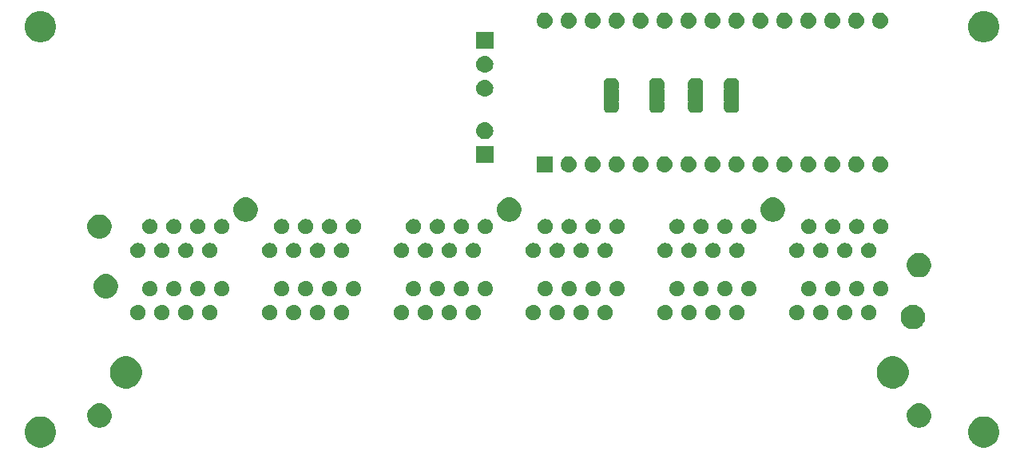
<source format=gbr>
G04 #@! TF.GenerationSoftware,KiCad,Pcbnew,(5.1.4)-1*
G04 #@! TF.CreationDate,2023-02-10T17:26:26+00:00*
G04 #@! TF.ProjectId,PIR InterfaceBoard,50495220-496e-4746-9572-66616365426f,rev?*
G04 #@! TF.SameCoordinates,Original*
G04 #@! TF.FileFunction,Soldermask,Bot*
G04 #@! TF.FilePolarity,Negative*
%FSLAX46Y46*%
G04 Gerber Fmt 4.6, Leading zero omitted, Abs format (unit mm)*
G04 Created by KiCad (PCBNEW (5.1.4)-1) date 2023-02-10 17:26:26*
%MOMM*%
%LPD*%
G04 APERTURE LIST*
%ADD10C,0.100000*%
G04 APERTURE END LIST*
D10*
G36*
X190375256Y-96391298D02*
G01*
X190481579Y-96412447D01*
X190782042Y-96536903D01*
X191052451Y-96717585D01*
X191282415Y-96947549D01*
X191463097Y-97217958D01*
X191587553Y-97518421D01*
X191651000Y-97837391D01*
X191651000Y-98162609D01*
X191587553Y-98481579D01*
X191463097Y-98782042D01*
X191282415Y-99052451D01*
X191052451Y-99282415D01*
X190782042Y-99463097D01*
X190481579Y-99587553D01*
X190375256Y-99608702D01*
X190162611Y-99651000D01*
X189837389Y-99651000D01*
X189624744Y-99608702D01*
X189518421Y-99587553D01*
X189217958Y-99463097D01*
X188947549Y-99282415D01*
X188717585Y-99052451D01*
X188536903Y-98782042D01*
X188412447Y-98481579D01*
X188349000Y-98162609D01*
X188349000Y-97837391D01*
X188412447Y-97518421D01*
X188536903Y-97217958D01*
X188717585Y-96947549D01*
X188947549Y-96717585D01*
X189217958Y-96536903D01*
X189518421Y-96412447D01*
X189624744Y-96391298D01*
X189837389Y-96349000D01*
X190162611Y-96349000D01*
X190375256Y-96391298D01*
X190375256Y-96391298D01*
G37*
G36*
X90375256Y-96391298D02*
G01*
X90481579Y-96412447D01*
X90782042Y-96536903D01*
X91052451Y-96717585D01*
X91282415Y-96947549D01*
X91463097Y-97217958D01*
X91587553Y-97518421D01*
X91651000Y-97837391D01*
X91651000Y-98162609D01*
X91587553Y-98481579D01*
X91463097Y-98782042D01*
X91282415Y-99052451D01*
X91052451Y-99282415D01*
X90782042Y-99463097D01*
X90481579Y-99587553D01*
X90375256Y-99608702D01*
X90162611Y-99651000D01*
X89837389Y-99651000D01*
X89624744Y-99608702D01*
X89518421Y-99587553D01*
X89217958Y-99463097D01*
X88947549Y-99282415D01*
X88717585Y-99052451D01*
X88536903Y-98782042D01*
X88412447Y-98481579D01*
X88349000Y-98162609D01*
X88349000Y-97837391D01*
X88412447Y-97518421D01*
X88536903Y-97217958D01*
X88717585Y-96947549D01*
X88947549Y-96717585D01*
X89217958Y-96536903D01*
X89518421Y-96412447D01*
X89624744Y-96391298D01*
X89837389Y-96349000D01*
X90162611Y-96349000D01*
X90375256Y-96391298D01*
X90375256Y-96391298D01*
G37*
G36*
X183344885Y-94968005D02*
G01*
X183510842Y-95001016D01*
X183745334Y-95098146D01*
X183956371Y-95239156D01*
X184135844Y-95418629D01*
X184276854Y-95629666D01*
X184373984Y-95864158D01*
X184373984Y-95864160D01*
X184423500Y-96113093D01*
X184423500Y-96366907D01*
X184406995Y-96449885D01*
X184373984Y-96615842D01*
X184276854Y-96850334D01*
X184135844Y-97061371D01*
X183956371Y-97240844D01*
X183745334Y-97381854D01*
X183510842Y-97478984D01*
X183344885Y-97511995D01*
X183261907Y-97528500D01*
X183008093Y-97528500D01*
X182925115Y-97511995D01*
X182759158Y-97478984D01*
X182524666Y-97381854D01*
X182313629Y-97240844D01*
X182134156Y-97061371D01*
X181993146Y-96850334D01*
X181896016Y-96615842D01*
X181863005Y-96449885D01*
X181846500Y-96366907D01*
X181846500Y-96113093D01*
X181896016Y-95864160D01*
X181896016Y-95864158D01*
X181993146Y-95629666D01*
X182134156Y-95418629D01*
X182313629Y-95239156D01*
X182524666Y-95098146D01*
X182759158Y-95001016D01*
X182925115Y-94968005D01*
X183008093Y-94951500D01*
X183261907Y-94951500D01*
X183344885Y-94968005D01*
X183344885Y-94968005D01*
G37*
G36*
X96474885Y-94968005D02*
G01*
X96640842Y-95001016D01*
X96875334Y-95098146D01*
X97086371Y-95239156D01*
X97265844Y-95418629D01*
X97406854Y-95629666D01*
X97503984Y-95864158D01*
X97503984Y-95864160D01*
X97553500Y-96113093D01*
X97553500Y-96366907D01*
X97536995Y-96449885D01*
X97503984Y-96615842D01*
X97406854Y-96850334D01*
X97265844Y-97061371D01*
X97086371Y-97240844D01*
X96875334Y-97381854D01*
X96640842Y-97478984D01*
X96474885Y-97511995D01*
X96391907Y-97528500D01*
X96138093Y-97528500D01*
X96055115Y-97511995D01*
X95889158Y-97478984D01*
X95654666Y-97381854D01*
X95443629Y-97240844D01*
X95264156Y-97061371D01*
X95123146Y-96850334D01*
X95026016Y-96615842D01*
X94993005Y-96449885D01*
X94976500Y-96366907D01*
X94976500Y-96113093D01*
X95026016Y-95864160D01*
X95026016Y-95864158D01*
X95123146Y-95629666D01*
X95264156Y-95418629D01*
X95443629Y-95239156D01*
X95654666Y-95098146D01*
X95889158Y-95001016D01*
X96055115Y-94968005D01*
X96138093Y-94951500D01*
X96391907Y-94951500D01*
X96474885Y-94968005D01*
X96474885Y-94968005D01*
G37*
G36*
X99556162Y-90034368D02*
G01*
X99865724Y-90162593D01*
X99865725Y-90162594D01*
X100144324Y-90348747D01*
X100381253Y-90585676D01*
X100505637Y-90771830D01*
X100567407Y-90864276D01*
X100695632Y-91173838D01*
X100761000Y-91502465D01*
X100761000Y-91837535D01*
X100695632Y-92166162D01*
X100567407Y-92475724D01*
X100567406Y-92475725D01*
X100381253Y-92754324D01*
X100144324Y-92991253D01*
X99958170Y-93115637D01*
X99865724Y-93177407D01*
X99556162Y-93305632D01*
X99227535Y-93371000D01*
X98892465Y-93371000D01*
X98563838Y-93305632D01*
X98254276Y-93177407D01*
X98161830Y-93115637D01*
X97975676Y-92991253D01*
X97738747Y-92754324D01*
X97552594Y-92475725D01*
X97552593Y-92475724D01*
X97424368Y-92166162D01*
X97359000Y-91837535D01*
X97359000Y-91502465D01*
X97424368Y-91173838D01*
X97552593Y-90864276D01*
X97614363Y-90771830D01*
X97738747Y-90585676D01*
X97975676Y-90348747D01*
X98254275Y-90162594D01*
X98254276Y-90162593D01*
X98563838Y-90034368D01*
X98892465Y-89969000D01*
X99227535Y-89969000D01*
X99556162Y-90034368D01*
X99556162Y-90034368D01*
G37*
G36*
X180836162Y-90034368D02*
G01*
X181145724Y-90162593D01*
X181145725Y-90162594D01*
X181424324Y-90348747D01*
X181661253Y-90585676D01*
X181785637Y-90771830D01*
X181847407Y-90864276D01*
X181975632Y-91173838D01*
X182041000Y-91502465D01*
X182041000Y-91837535D01*
X181975632Y-92166162D01*
X181847407Y-92475724D01*
X181847406Y-92475725D01*
X181661253Y-92754324D01*
X181424324Y-92991253D01*
X181238170Y-93115637D01*
X181145724Y-93177407D01*
X180836162Y-93305632D01*
X180507535Y-93371000D01*
X180172465Y-93371000D01*
X179843838Y-93305632D01*
X179534276Y-93177407D01*
X179441830Y-93115637D01*
X179255676Y-92991253D01*
X179018747Y-92754324D01*
X178832594Y-92475725D01*
X178832593Y-92475724D01*
X178704368Y-92166162D01*
X178639000Y-91837535D01*
X178639000Y-91502465D01*
X178704368Y-91173838D01*
X178832593Y-90864276D01*
X178894363Y-90771830D01*
X179018747Y-90585676D01*
X179255676Y-90348747D01*
X179534275Y-90162594D01*
X179534276Y-90162593D01*
X179843838Y-90034368D01*
X180172465Y-89969000D01*
X180507535Y-89969000D01*
X180836162Y-90034368D01*
X180836162Y-90034368D01*
G37*
G36*
X182689885Y-84528005D02*
G01*
X182855842Y-84561016D01*
X183090334Y-84658146D01*
X183301371Y-84799156D01*
X183480844Y-84978629D01*
X183621854Y-85189666D01*
X183718984Y-85424158D01*
X183768500Y-85673094D01*
X183768500Y-85926906D01*
X183718984Y-86175842D01*
X183621854Y-86410334D01*
X183480844Y-86621371D01*
X183301371Y-86800844D01*
X183090334Y-86941854D01*
X182855842Y-87038984D01*
X182689885Y-87071995D01*
X182606907Y-87088500D01*
X182353093Y-87088500D01*
X182270115Y-87071995D01*
X182104158Y-87038984D01*
X181869666Y-86941854D01*
X181658629Y-86800844D01*
X181479156Y-86621371D01*
X181338146Y-86410334D01*
X181241016Y-86175842D01*
X181191500Y-85926906D01*
X181191500Y-85673094D01*
X181241016Y-85424158D01*
X181338146Y-85189666D01*
X181479156Y-84978629D01*
X181658629Y-84799156D01*
X181869666Y-84658146D01*
X182104158Y-84561016D01*
X182270115Y-84528005D01*
X182353093Y-84511500D01*
X182606907Y-84511500D01*
X182689885Y-84528005D01*
X182689885Y-84528005D01*
G37*
G36*
X136124956Y-84545455D02*
G01*
X136222683Y-84585936D01*
X136271548Y-84606176D01*
X136403473Y-84694325D01*
X136515675Y-84806527D01*
X136603824Y-84938452D01*
X136603824Y-84938453D01*
X136664545Y-85085044D01*
X136695500Y-85240665D01*
X136695500Y-85399335D01*
X136664545Y-85554956D01*
X136624064Y-85652683D01*
X136603824Y-85701548D01*
X136515675Y-85833473D01*
X136403473Y-85945675D01*
X136271548Y-86033824D01*
X136222683Y-86054064D01*
X136124956Y-86094545D01*
X135969335Y-86125500D01*
X135810665Y-86125500D01*
X135655044Y-86094545D01*
X135557317Y-86054064D01*
X135508452Y-86033824D01*
X135376527Y-85945675D01*
X135264325Y-85833473D01*
X135176176Y-85701548D01*
X135155936Y-85652683D01*
X135115455Y-85554956D01*
X135084500Y-85399335D01*
X135084500Y-85240665D01*
X135115455Y-85085044D01*
X135176176Y-84938453D01*
X135176176Y-84938452D01*
X135264325Y-84806527D01*
X135376527Y-84694325D01*
X135508452Y-84606176D01*
X135557317Y-84585936D01*
X135655044Y-84545455D01*
X135810665Y-84514500D01*
X135969335Y-84514500D01*
X136124956Y-84545455D01*
X136124956Y-84545455D01*
G37*
G36*
X128504956Y-84545455D02*
G01*
X128602683Y-84585936D01*
X128651548Y-84606176D01*
X128783473Y-84694325D01*
X128895675Y-84806527D01*
X128983824Y-84938452D01*
X128983824Y-84938453D01*
X129044545Y-85085044D01*
X129075500Y-85240665D01*
X129075500Y-85399335D01*
X129044545Y-85554956D01*
X129004064Y-85652683D01*
X128983824Y-85701548D01*
X128895675Y-85833473D01*
X128783473Y-85945675D01*
X128651548Y-86033824D01*
X128602683Y-86054064D01*
X128504956Y-86094545D01*
X128349335Y-86125500D01*
X128190665Y-86125500D01*
X128035044Y-86094545D01*
X127937317Y-86054064D01*
X127888452Y-86033824D01*
X127756527Y-85945675D01*
X127644325Y-85833473D01*
X127556176Y-85701548D01*
X127535936Y-85652683D01*
X127495455Y-85554956D01*
X127464500Y-85399335D01*
X127464500Y-85240665D01*
X127495455Y-85085044D01*
X127556176Y-84938453D01*
X127556176Y-84938452D01*
X127644325Y-84806527D01*
X127756527Y-84694325D01*
X127888452Y-84606176D01*
X127937317Y-84585936D01*
X128035044Y-84545455D01*
X128190665Y-84514500D01*
X128349335Y-84514500D01*
X128504956Y-84545455D01*
X128504956Y-84545455D01*
G37*
G36*
X133584956Y-84545455D02*
G01*
X133682683Y-84585936D01*
X133731548Y-84606176D01*
X133863473Y-84694325D01*
X133975675Y-84806527D01*
X134063824Y-84938452D01*
X134063824Y-84938453D01*
X134124545Y-85085044D01*
X134155500Y-85240665D01*
X134155500Y-85399335D01*
X134124545Y-85554956D01*
X134084064Y-85652683D01*
X134063824Y-85701548D01*
X133975675Y-85833473D01*
X133863473Y-85945675D01*
X133731548Y-86033824D01*
X133682683Y-86054064D01*
X133584956Y-86094545D01*
X133429335Y-86125500D01*
X133270665Y-86125500D01*
X133115044Y-86094545D01*
X133017317Y-86054064D01*
X132968452Y-86033824D01*
X132836527Y-85945675D01*
X132724325Y-85833473D01*
X132636176Y-85701548D01*
X132615936Y-85652683D01*
X132575455Y-85554956D01*
X132544500Y-85399335D01*
X132544500Y-85240665D01*
X132575455Y-85085044D01*
X132636176Y-84938453D01*
X132636176Y-84938452D01*
X132724325Y-84806527D01*
X132836527Y-84694325D01*
X132968452Y-84606176D01*
X133017317Y-84585936D01*
X133115044Y-84545455D01*
X133270665Y-84514500D01*
X133429335Y-84514500D01*
X133584956Y-84545455D01*
X133584956Y-84545455D01*
G37*
G36*
X131044956Y-84545455D02*
G01*
X131142683Y-84585936D01*
X131191548Y-84606176D01*
X131323473Y-84694325D01*
X131435675Y-84806527D01*
X131523824Y-84938452D01*
X131523824Y-84938453D01*
X131584545Y-85085044D01*
X131615500Y-85240665D01*
X131615500Y-85399335D01*
X131584545Y-85554956D01*
X131544064Y-85652683D01*
X131523824Y-85701548D01*
X131435675Y-85833473D01*
X131323473Y-85945675D01*
X131191548Y-86033824D01*
X131142683Y-86054064D01*
X131044956Y-86094545D01*
X130889335Y-86125500D01*
X130730665Y-86125500D01*
X130575044Y-86094545D01*
X130477317Y-86054064D01*
X130428452Y-86033824D01*
X130296527Y-85945675D01*
X130184325Y-85833473D01*
X130096176Y-85701548D01*
X130075936Y-85652683D01*
X130035455Y-85554956D01*
X130004500Y-85399335D01*
X130004500Y-85240665D01*
X130035455Y-85085044D01*
X130096176Y-84938453D01*
X130096176Y-84938452D01*
X130184325Y-84806527D01*
X130296527Y-84694325D01*
X130428452Y-84606176D01*
X130477317Y-84585936D01*
X130575044Y-84545455D01*
X130730665Y-84514500D01*
X130889335Y-84514500D01*
X131044956Y-84545455D01*
X131044956Y-84545455D01*
G37*
G36*
X122154956Y-84545455D02*
G01*
X122252683Y-84585936D01*
X122301548Y-84606176D01*
X122433473Y-84694325D01*
X122545675Y-84806527D01*
X122633824Y-84938452D01*
X122633824Y-84938453D01*
X122694545Y-85085044D01*
X122725500Y-85240665D01*
X122725500Y-85399335D01*
X122694545Y-85554956D01*
X122654064Y-85652683D01*
X122633824Y-85701548D01*
X122545675Y-85833473D01*
X122433473Y-85945675D01*
X122301548Y-86033824D01*
X122252683Y-86054064D01*
X122154956Y-86094545D01*
X121999335Y-86125500D01*
X121840665Y-86125500D01*
X121685044Y-86094545D01*
X121587317Y-86054064D01*
X121538452Y-86033824D01*
X121406527Y-85945675D01*
X121294325Y-85833473D01*
X121206176Y-85701548D01*
X121185936Y-85652683D01*
X121145455Y-85554956D01*
X121114500Y-85399335D01*
X121114500Y-85240665D01*
X121145455Y-85085044D01*
X121206176Y-84938453D01*
X121206176Y-84938452D01*
X121294325Y-84806527D01*
X121406527Y-84694325D01*
X121538452Y-84606176D01*
X121587317Y-84585936D01*
X121685044Y-84545455D01*
X121840665Y-84514500D01*
X121999335Y-84514500D01*
X122154956Y-84545455D01*
X122154956Y-84545455D01*
G37*
G36*
X119614956Y-84545455D02*
G01*
X119712683Y-84585936D01*
X119761548Y-84606176D01*
X119893473Y-84694325D01*
X120005675Y-84806527D01*
X120093824Y-84938452D01*
X120093824Y-84938453D01*
X120154545Y-85085044D01*
X120185500Y-85240665D01*
X120185500Y-85399335D01*
X120154545Y-85554956D01*
X120114064Y-85652683D01*
X120093824Y-85701548D01*
X120005675Y-85833473D01*
X119893473Y-85945675D01*
X119761548Y-86033824D01*
X119712683Y-86054064D01*
X119614956Y-86094545D01*
X119459335Y-86125500D01*
X119300665Y-86125500D01*
X119145044Y-86094545D01*
X119047317Y-86054064D01*
X118998452Y-86033824D01*
X118866527Y-85945675D01*
X118754325Y-85833473D01*
X118666176Y-85701548D01*
X118645936Y-85652683D01*
X118605455Y-85554956D01*
X118574500Y-85399335D01*
X118574500Y-85240665D01*
X118605455Y-85085044D01*
X118666176Y-84938453D01*
X118666176Y-84938452D01*
X118754325Y-84806527D01*
X118866527Y-84694325D01*
X118998452Y-84606176D01*
X119047317Y-84585936D01*
X119145044Y-84545455D01*
X119300665Y-84514500D01*
X119459335Y-84514500D01*
X119614956Y-84545455D01*
X119614956Y-84545455D01*
G37*
G36*
X117074956Y-84545455D02*
G01*
X117172683Y-84585936D01*
X117221548Y-84606176D01*
X117353473Y-84694325D01*
X117465675Y-84806527D01*
X117553824Y-84938452D01*
X117553824Y-84938453D01*
X117614545Y-85085044D01*
X117645500Y-85240665D01*
X117645500Y-85399335D01*
X117614545Y-85554956D01*
X117574064Y-85652683D01*
X117553824Y-85701548D01*
X117465675Y-85833473D01*
X117353473Y-85945675D01*
X117221548Y-86033824D01*
X117172683Y-86054064D01*
X117074956Y-86094545D01*
X116919335Y-86125500D01*
X116760665Y-86125500D01*
X116605044Y-86094545D01*
X116507317Y-86054064D01*
X116458452Y-86033824D01*
X116326527Y-85945675D01*
X116214325Y-85833473D01*
X116126176Y-85701548D01*
X116105936Y-85652683D01*
X116065455Y-85554956D01*
X116034500Y-85399335D01*
X116034500Y-85240665D01*
X116065455Y-85085044D01*
X116126176Y-84938453D01*
X116126176Y-84938452D01*
X116214325Y-84806527D01*
X116326527Y-84694325D01*
X116458452Y-84606176D01*
X116507317Y-84585936D01*
X116605044Y-84545455D01*
X116760665Y-84514500D01*
X116919335Y-84514500D01*
X117074956Y-84545455D01*
X117074956Y-84545455D01*
G37*
G36*
X114534956Y-84545455D02*
G01*
X114632683Y-84585936D01*
X114681548Y-84606176D01*
X114813473Y-84694325D01*
X114925675Y-84806527D01*
X115013824Y-84938452D01*
X115013824Y-84938453D01*
X115074545Y-85085044D01*
X115105500Y-85240665D01*
X115105500Y-85399335D01*
X115074545Y-85554956D01*
X115034064Y-85652683D01*
X115013824Y-85701548D01*
X114925675Y-85833473D01*
X114813473Y-85945675D01*
X114681548Y-86033824D01*
X114632683Y-86054064D01*
X114534956Y-86094545D01*
X114379335Y-86125500D01*
X114220665Y-86125500D01*
X114065044Y-86094545D01*
X113967317Y-86054064D01*
X113918452Y-86033824D01*
X113786527Y-85945675D01*
X113674325Y-85833473D01*
X113586176Y-85701548D01*
X113565936Y-85652683D01*
X113525455Y-85554956D01*
X113494500Y-85399335D01*
X113494500Y-85240665D01*
X113525455Y-85085044D01*
X113586176Y-84938453D01*
X113586176Y-84938452D01*
X113674325Y-84806527D01*
X113786527Y-84694325D01*
X113918452Y-84606176D01*
X113967317Y-84585936D01*
X114065044Y-84545455D01*
X114220665Y-84514500D01*
X114379335Y-84514500D01*
X114534956Y-84545455D01*
X114534956Y-84545455D01*
G37*
G36*
X108184956Y-84545455D02*
G01*
X108282683Y-84585936D01*
X108331548Y-84606176D01*
X108463473Y-84694325D01*
X108575675Y-84806527D01*
X108663824Y-84938452D01*
X108663824Y-84938453D01*
X108724545Y-85085044D01*
X108755500Y-85240665D01*
X108755500Y-85399335D01*
X108724545Y-85554956D01*
X108684064Y-85652683D01*
X108663824Y-85701548D01*
X108575675Y-85833473D01*
X108463473Y-85945675D01*
X108331548Y-86033824D01*
X108282683Y-86054064D01*
X108184956Y-86094545D01*
X108029335Y-86125500D01*
X107870665Y-86125500D01*
X107715044Y-86094545D01*
X107617317Y-86054064D01*
X107568452Y-86033824D01*
X107436527Y-85945675D01*
X107324325Y-85833473D01*
X107236176Y-85701548D01*
X107215936Y-85652683D01*
X107175455Y-85554956D01*
X107144500Y-85399335D01*
X107144500Y-85240665D01*
X107175455Y-85085044D01*
X107236176Y-84938453D01*
X107236176Y-84938452D01*
X107324325Y-84806527D01*
X107436527Y-84694325D01*
X107568452Y-84606176D01*
X107617317Y-84585936D01*
X107715044Y-84545455D01*
X107870665Y-84514500D01*
X108029335Y-84514500D01*
X108184956Y-84545455D01*
X108184956Y-84545455D01*
G37*
G36*
X105644956Y-84545455D02*
G01*
X105742683Y-84585936D01*
X105791548Y-84606176D01*
X105923473Y-84694325D01*
X106035675Y-84806527D01*
X106123824Y-84938452D01*
X106123824Y-84938453D01*
X106184545Y-85085044D01*
X106215500Y-85240665D01*
X106215500Y-85399335D01*
X106184545Y-85554956D01*
X106144064Y-85652683D01*
X106123824Y-85701548D01*
X106035675Y-85833473D01*
X105923473Y-85945675D01*
X105791548Y-86033824D01*
X105742683Y-86054064D01*
X105644956Y-86094545D01*
X105489335Y-86125500D01*
X105330665Y-86125500D01*
X105175044Y-86094545D01*
X105077317Y-86054064D01*
X105028452Y-86033824D01*
X104896527Y-85945675D01*
X104784325Y-85833473D01*
X104696176Y-85701548D01*
X104675936Y-85652683D01*
X104635455Y-85554956D01*
X104604500Y-85399335D01*
X104604500Y-85240665D01*
X104635455Y-85085044D01*
X104696176Y-84938453D01*
X104696176Y-84938452D01*
X104784325Y-84806527D01*
X104896527Y-84694325D01*
X105028452Y-84606176D01*
X105077317Y-84585936D01*
X105175044Y-84545455D01*
X105330665Y-84514500D01*
X105489335Y-84514500D01*
X105644956Y-84545455D01*
X105644956Y-84545455D01*
G37*
G36*
X103104956Y-84545455D02*
G01*
X103202683Y-84585936D01*
X103251548Y-84606176D01*
X103383473Y-84694325D01*
X103495675Y-84806527D01*
X103583824Y-84938452D01*
X103583824Y-84938453D01*
X103644545Y-85085044D01*
X103675500Y-85240665D01*
X103675500Y-85399335D01*
X103644545Y-85554956D01*
X103604064Y-85652683D01*
X103583824Y-85701548D01*
X103495675Y-85833473D01*
X103383473Y-85945675D01*
X103251548Y-86033824D01*
X103202683Y-86054064D01*
X103104956Y-86094545D01*
X102949335Y-86125500D01*
X102790665Y-86125500D01*
X102635044Y-86094545D01*
X102537317Y-86054064D01*
X102488452Y-86033824D01*
X102356527Y-85945675D01*
X102244325Y-85833473D01*
X102156176Y-85701548D01*
X102135936Y-85652683D01*
X102095455Y-85554956D01*
X102064500Y-85399335D01*
X102064500Y-85240665D01*
X102095455Y-85085044D01*
X102156176Y-84938453D01*
X102156176Y-84938452D01*
X102244325Y-84806527D01*
X102356527Y-84694325D01*
X102488452Y-84606176D01*
X102537317Y-84585936D01*
X102635044Y-84545455D01*
X102790665Y-84514500D01*
X102949335Y-84514500D01*
X103104956Y-84545455D01*
X103104956Y-84545455D01*
G37*
G36*
X100564956Y-84545455D02*
G01*
X100662683Y-84585936D01*
X100711548Y-84606176D01*
X100843473Y-84694325D01*
X100955675Y-84806527D01*
X101043824Y-84938452D01*
X101043824Y-84938453D01*
X101104545Y-85085044D01*
X101135500Y-85240665D01*
X101135500Y-85399335D01*
X101104545Y-85554956D01*
X101064064Y-85652683D01*
X101043824Y-85701548D01*
X100955675Y-85833473D01*
X100843473Y-85945675D01*
X100711548Y-86033824D01*
X100662683Y-86054064D01*
X100564956Y-86094545D01*
X100409335Y-86125500D01*
X100250665Y-86125500D01*
X100095044Y-86094545D01*
X99997317Y-86054064D01*
X99948452Y-86033824D01*
X99816527Y-85945675D01*
X99704325Y-85833473D01*
X99616176Y-85701548D01*
X99595936Y-85652683D01*
X99555455Y-85554956D01*
X99524500Y-85399335D01*
X99524500Y-85240665D01*
X99555455Y-85085044D01*
X99616176Y-84938453D01*
X99616176Y-84938452D01*
X99704325Y-84806527D01*
X99816527Y-84694325D01*
X99948452Y-84606176D01*
X99997317Y-84585936D01*
X100095044Y-84545455D01*
X100250665Y-84514500D01*
X100409335Y-84514500D01*
X100564956Y-84545455D01*
X100564956Y-84545455D01*
G37*
G36*
X175494956Y-84545455D02*
G01*
X175592683Y-84585936D01*
X175641548Y-84606176D01*
X175773473Y-84694325D01*
X175885675Y-84806527D01*
X175973824Y-84938452D01*
X175973824Y-84938453D01*
X176034545Y-85085044D01*
X176065500Y-85240665D01*
X176065500Y-85399335D01*
X176034545Y-85554956D01*
X175994064Y-85652683D01*
X175973824Y-85701548D01*
X175885675Y-85833473D01*
X175773473Y-85945675D01*
X175641548Y-86033824D01*
X175592683Y-86054064D01*
X175494956Y-86094545D01*
X175339335Y-86125500D01*
X175180665Y-86125500D01*
X175025044Y-86094545D01*
X174927317Y-86054064D01*
X174878452Y-86033824D01*
X174746527Y-85945675D01*
X174634325Y-85833473D01*
X174546176Y-85701548D01*
X174525936Y-85652683D01*
X174485455Y-85554956D01*
X174454500Y-85399335D01*
X174454500Y-85240665D01*
X174485455Y-85085044D01*
X174546176Y-84938453D01*
X174546176Y-84938452D01*
X174634325Y-84806527D01*
X174746527Y-84694325D01*
X174878452Y-84606176D01*
X174927317Y-84585936D01*
X175025044Y-84545455D01*
X175180665Y-84514500D01*
X175339335Y-84514500D01*
X175494956Y-84545455D01*
X175494956Y-84545455D01*
G37*
G36*
X172954956Y-84545455D02*
G01*
X173052683Y-84585936D01*
X173101548Y-84606176D01*
X173233473Y-84694325D01*
X173345675Y-84806527D01*
X173433824Y-84938452D01*
X173433824Y-84938453D01*
X173494545Y-85085044D01*
X173525500Y-85240665D01*
X173525500Y-85399335D01*
X173494545Y-85554956D01*
X173454064Y-85652683D01*
X173433824Y-85701548D01*
X173345675Y-85833473D01*
X173233473Y-85945675D01*
X173101548Y-86033824D01*
X173052683Y-86054064D01*
X172954956Y-86094545D01*
X172799335Y-86125500D01*
X172640665Y-86125500D01*
X172485044Y-86094545D01*
X172387317Y-86054064D01*
X172338452Y-86033824D01*
X172206527Y-85945675D01*
X172094325Y-85833473D01*
X172006176Y-85701548D01*
X171985936Y-85652683D01*
X171945455Y-85554956D01*
X171914500Y-85399335D01*
X171914500Y-85240665D01*
X171945455Y-85085044D01*
X172006176Y-84938453D01*
X172006176Y-84938452D01*
X172094325Y-84806527D01*
X172206527Y-84694325D01*
X172338452Y-84606176D01*
X172387317Y-84585936D01*
X172485044Y-84545455D01*
X172640665Y-84514500D01*
X172799335Y-84514500D01*
X172954956Y-84545455D01*
X172954956Y-84545455D01*
G37*
G36*
X142474956Y-84545455D02*
G01*
X142572683Y-84585936D01*
X142621548Y-84606176D01*
X142753473Y-84694325D01*
X142865675Y-84806527D01*
X142953824Y-84938452D01*
X142953824Y-84938453D01*
X143014545Y-85085044D01*
X143045500Y-85240665D01*
X143045500Y-85399335D01*
X143014545Y-85554956D01*
X142974064Y-85652683D01*
X142953824Y-85701548D01*
X142865675Y-85833473D01*
X142753473Y-85945675D01*
X142621548Y-86033824D01*
X142572683Y-86054064D01*
X142474956Y-86094545D01*
X142319335Y-86125500D01*
X142160665Y-86125500D01*
X142005044Y-86094545D01*
X141907317Y-86054064D01*
X141858452Y-86033824D01*
X141726527Y-85945675D01*
X141614325Y-85833473D01*
X141526176Y-85701548D01*
X141505936Y-85652683D01*
X141465455Y-85554956D01*
X141434500Y-85399335D01*
X141434500Y-85240665D01*
X141465455Y-85085044D01*
X141526176Y-84938453D01*
X141526176Y-84938452D01*
X141614325Y-84806527D01*
X141726527Y-84694325D01*
X141858452Y-84606176D01*
X141907317Y-84585936D01*
X142005044Y-84545455D01*
X142160665Y-84514500D01*
X142319335Y-84514500D01*
X142474956Y-84545455D01*
X142474956Y-84545455D01*
G37*
G36*
X164064956Y-84545455D02*
G01*
X164162683Y-84585936D01*
X164211548Y-84606176D01*
X164343473Y-84694325D01*
X164455675Y-84806527D01*
X164543824Y-84938452D01*
X164543824Y-84938453D01*
X164604545Y-85085044D01*
X164635500Y-85240665D01*
X164635500Y-85399335D01*
X164604545Y-85554956D01*
X164564064Y-85652683D01*
X164543824Y-85701548D01*
X164455675Y-85833473D01*
X164343473Y-85945675D01*
X164211548Y-86033824D01*
X164162683Y-86054064D01*
X164064956Y-86094545D01*
X163909335Y-86125500D01*
X163750665Y-86125500D01*
X163595044Y-86094545D01*
X163497317Y-86054064D01*
X163448452Y-86033824D01*
X163316527Y-85945675D01*
X163204325Y-85833473D01*
X163116176Y-85701548D01*
X163095936Y-85652683D01*
X163055455Y-85554956D01*
X163024500Y-85399335D01*
X163024500Y-85240665D01*
X163055455Y-85085044D01*
X163116176Y-84938453D01*
X163116176Y-84938452D01*
X163204325Y-84806527D01*
X163316527Y-84694325D01*
X163448452Y-84606176D01*
X163497317Y-84585936D01*
X163595044Y-84545455D01*
X163750665Y-84514500D01*
X163909335Y-84514500D01*
X164064956Y-84545455D01*
X164064956Y-84545455D01*
G37*
G36*
X161524956Y-84545455D02*
G01*
X161622683Y-84585936D01*
X161671548Y-84606176D01*
X161803473Y-84694325D01*
X161915675Y-84806527D01*
X162003824Y-84938452D01*
X162003824Y-84938453D01*
X162064545Y-85085044D01*
X162095500Y-85240665D01*
X162095500Y-85399335D01*
X162064545Y-85554956D01*
X162024064Y-85652683D01*
X162003824Y-85701548D01*
X161915675Y-85833473D01*
X161803473Y-85945675D01*
X161671548Y-86033824D01*
X161622683Y-86054064D01*
X161524956Y-86094545D01*
X161369335Y-86125500D01*
X161210665Y-86125500D01*
X161055044Y-86094545D01*
X160957317Y-86054064D01*
X160908452Y-86033824D01*
X160776527Y-85945675D01*
X160664325Y-85833473D01*
X160576176Y-85701548D01*
X160555936Y-85652683D01*
X160515455Y-85554956D01*
X160484500Y-85399335D01*
X160484500Y-85240665D01*
X160515455Y-85085044D01*
X160576176Y-84938453D01*
X160576176Y-84938452D01*
X160664325Y-84806527D01*
X160776527Y-84694325D01*
X160908452Y-84606176D01*
X160957317Y-84585936D01*
X161055044Y-84545455D01*
X161210665Y-84514500D01*
X161369335Y-84514500D01*
X161524956Y-84545455D01*
X161524956Y-84545455D01*
G37*
G36*
X158984956Y-84545455D02*
G01*
X159082683Y-84585936D01*
X159131548Y-84606176D01*
X159263473Y-84694325D01*
X159375675Y-84806527D01*
X159463824Y-84938452D01*
X159463824Y-84938453D01*
X159524545Y-85085044D01*
X159555500Y-85240665D01*
X159555500Y-85399335D01*
X159524545Y-85554956D01*
X159484064Y-85652683D01*
X159463824Y-85701548D01*
X159375675Y-85833473D01*
X159263473Y-85945675D01*
X159131548Y-86033824D01*
X159082683Y-86054064D01*
X158984956Y-86094545D01*
X158829335Y-86125500D01*
X158670665Y-86125500D01*
X158515044Y-86094545D01*
X158417317Y-86054064D01*
X158368452Y-86033824D01*
X158236527Y-85945675D01*
X158124325Y-85833473D01*
X158036176Y-85701548D01*
X158015936Y-85652683D01*
X157975455Y-85554956D01*
X157944500Y-85399335D01*
X157944500Y-85240665D01*
X157975455Y-85085044D01*
X158036176Y-84938453D01*
X158036176Y-84938452D01*
X158124325Y-84806527D01*
X158236527Y-84694325D01*
X158368452Y-84606176D01*
X158417317Y-84585936D01*
X158515044Y-84545455D01*
X158670665Y-84514500D01*
X158829335Y-84514500D01*
X158984956Y-84545455D01*
X158984956Y-84545455D01*
G37*
G36*
X156444956Y-84545455D02*
G01*
X156542683Y-84585936D01*
X156591548Y-84606176D01*
X156723473Y-84694325D01*
X156835675Y-84806527D01*
X156923824Y-84938452D01*
X156923824Y-84938453D01*
X156984545Y-85085044D01*
X157015500Y-85240665D01*
X157015500Y-85399335D01*
X156984545Y-85554956D01*
X156944064Y-85652683D01*
X156923824Y-85701548D01*
X156835675Y-85833473D01*
X156723473Y-85945675D01*
X156591548Y-86033824D01*
X156542683Y-86054064D01*
X156444956Y-86094545D01*
X156289335Y-86125500D01*
X156130665Y-86125500D01*
X155975044Y-86094545D01*
X155877317Y-86054064D01*
X155828452Y-86033824D01*
X155696527Y-85945675D01*
X155584325Y-85833473D01*
X155496176Y-85701548D01*
X155475936Y-85652683D01*
X155435455Y-85554956D01*
X155404500Y-85399335D01*
X155404500Y-85240665D01*
X155435455Y-85085044D01*
X155496176Y-84938453D01*
X155496176Y-84938452D01*
X155584325Y-84806527D01*
X155696527Y-84694325D01*
X155828452Y-84606176D01*
X155877317Y-84585936D01*
X155975044Y-84545455D01*
X156130665Y-84514500D01*
X156289335Y-84514500D01*
X156444956Y-84545455D01*
X156444956Y-84545455D01*
G37*
G36*
X150094956Y-84545455D02*
G01*
X150192683Y-84585936D01*
X150241548Y-84606176D01*
X150373473Y-84694325D01*
X150485675Y-84806527D01*
X150573824Y-84938452D01*
X150573824Y-84938453D01*
X150634545Y-85085044D01*
X150665500Y-85240665D01*
X150665500Y-85399335D01*
X150634545Y-85554956D01*
X150594064Y-85652683D01*
X150573824Y-85701548D01*
X150485675Y-85833473D01*
X150373473Y-85945675D01*
X150241548Y-86033824D01*
X150192683Y-86054064D01*
X150094956Y-86094545D01*
X149939335Y-86125500D01*
X149780665Y-86125500D01*
X149625044Y-86094545D01*
X149527317Y-86054064D01*
X149478452Y-86033824D01*
X149346527Y-85945675D01*
X149234325Y-85833473D01*
X149146176Y-85701548D01*
X149125936Y-85652683D01*
X149085455Y-85554956D01*
X149054500Y-85399335D01*
X149054500Y-85240665D01*
X149085455Y-85085044D01*
X149146176Y-84938453D01*
X149146176Y-84938452D01*
X149234325Y-84806527D01*
X149346527Y-84694325D01*
X149478452Y-84606176D01*
X149527317Y-84585936D01*
X149625044Y-84545455D01*
X149780665Y-84514500D01*
X149939335Y-84514500D01*
X150094956Y-84545455D01*
X150094956Y-84545455D01*
G37*
G36*
X147554956Y-84545455D02*
G01*
X147652683Y-84585936D01*
X147701548Y-84606176D01*
X147833473Y-84694325D01*
X147945675Y-84806527D01*
X148033824Y-84938452D01*
X148033824Y-84938453D01*
X148094545Y-85085044D01*
X148125500Y-85240665D01*
X148125500Y-85399335D01*
X148094545Y-85554956D01*
X148054064Y-85652683D01*
X148033824Y-85701548D01*
X147945675Y-85833473D01*
X147833473Y-85945675D01*
X147701548Y-86033824D01*
X147652683Y-86054064D01*
X147554956Y-86094545D01*
X147399335Y-86125500D01*
X147240665Y-86125500D01*
X147085044Y-86094545D01*
X146987317Y-86054064D01*
X146938452Y-86033824D01*
X146806527Y-85945675D01*
X146694325Y-85833473D01*
X146606176Y-85701548D01*
X146585936Y-85652683D01*
X146545455Y-85554956D01*
X146514500Y-85399335D01*
X146514500Y-85240665D01*
X146545455Y-85085044D01*
X146606176Y-84938453D01*
X146606176Y-84938452D01*
X146694325Y-84806527D01*
X146806527Y-84694325D01*
X146938452Y-84606176D01*
X146987317Y-84585936D01*
X147085044Y-84545455D01*
X147240665Y-84514500D01*
X147399335Y-84514500D01*
X147554956Y-84545455D01*
X147554956Y-84545455D01*
G37*
G36*
X145014956Y-84545455D02*
G01*
X145112683Y-84585936D01*
X145161548Y-84606176D01*
X145293473Y-84694325D01*
X145405675Y-84806527D01*
X145493824Y-84938452D01*
X145493824Y-84938453D01*
X145554545Y-85085044D01*
X145585500Y-85240665D01*
X145585500Y-85399335D01*
X145554545Y-85554956D01*
X145514064Y-85652683D01*
X145493824Y-85701548D01*
X145405675Y-85833473D01*
X145293473Y-85945675D01*
X145161548Y-86033824D01*
X145112683Y-86054064D01*
X145014956Y-86094545D01*
X144859335Y-86125500D01*
X144700665Y-86125500D01*
X144545044Y-86094545D01*
X144447317Y-86054064D01*
X144398452Y-86033824D01*
X144266527Y-85945675D01*
X144154325Y-85833473D01*
X144066176Y-85701548D01*
X144045936Y-85652683D01*
X144005455Y-85554956D01*
X143974500Y-85399335D01*
X143974500Y-85240665D01*
X144005455Y-85085044D01*
X144066176Y-84938453D01*
X144066176Y-84938452D01*
X144154325Y-84806527D01*
X144266527Y-84694325D01*
X144398452Y-84606176D01*
X144447317Y-84585936D01*
X144545044Y-84545455D01*
X144700665Y-84514500D01*
X144859335Y-84514500D01*
X145014956Y-84545455D01*
X145014956Y-84545455D01*
G37*
G36*
X170414956Y-84545455D02*
G01*
X170512683Y-84585936D01*
X170561548Y-84606176D01*
X170693473Y-84694325D01*
X170805675Y-84806527D01*
X170893824Y-84938452D01*
X170893824Y-84938453D01*
X170954545Y-85085044D01*
X170985500Y-85240665D01*
X170985500Y-85399335D01*
X170954545Y-85554956D01*
X170914064Y-85652683D01*
X170893824Y-85701548D01*
X170805675Y-85833473D01*
X170693473Y-85945675D01*
X170561548Y-86033824D01*
X170512683Y-86054064D01*
X170414956Y-86094545D01*
X170259335Y-86125500D01*
X170100665Y-86125500D01*
X169945044Y-86094545D01*
X169847317Y-86054064D01*
X169798452Y-86033824D01*
X169666527Y-85945675D01*
X169554325Y-85833473D01*
X169466176Y-85701548D01*
X169445936Y-85652683D01*
X169405455Y-85554956D01*
X169374500Y-85399335D01*
X169374500Y-85240665D01*
X169405455Y-85085044D01*
X169466176Y-84938453D01*
X169466176Y-84938452D01*
X169554325Y-84806527D01*
X169666527Y-84694325D01*
X169798452Y-84606176D01*
X169847317Y-84585936D01*
X169945044Y-84545455D01*
X170100665Y-84514500D01*
X170259335Y-84514500D01*
X170414956Y-84545455D01*
X170414956Y-84545455D01*
G37*
G36*
X178034956Y-84545455D02*
G01*
X178132683Y-84585936D01*
X178181548Y-84606176D01*
X178313473Y-84694325D01*
X178425675Y-84806527D01*
X178513824Y-84938452D01*
X178513824Y-84938453D01*
X178574545Y-85085044D01*
X178605500Y-85240665D01*
X178605500Y-85399335D01*
X178574545Y-85554956D01*
X178534064Y-85652683D01*
X178513824Y-85701548D01*
X178425675Y-85833473D01*
X178313473Y-85945675D01*
X178181548Y-86033824D01*
X178132683Y-86054064D01*
X178034956Y-86094545D01*
X177879335Y-86125500D01*
X177720665Y-86125500D01*
X177565044Y-86094545D01*
X177467317Y-86054064D01*
X177418452Y-86033824D01*
X177286527Y-85945675D01*
X177174325Y-85833473D01*
X177086176Y-85701548D01*
X177065936Y-85652683D01*
X177025455Y-85554956D01*
X176994500Y-85399335D01*
X176994500Y-85240665D01*
X177025455Y-85085044D01*
X177086176Y-84938453D01*
X177086176Y-84938452D01*
X177174325Y-84806527D01*
X177286527Y-84694325D01*
X177418452Y-84606176D01*
X177467317Y-84585936D01*
X177565044Y-84545455D01*
X177720665Y-84514500D01*
X177879335Y-84514500D01*
X178034956Y-84545455D01*
X178034956Y-84545455D01*
G37*
G36*
X97139885Y-81258005D02*
G01*
X97305842Y-81291016D01*
X97540334Y-81388146D01*
X97751371Y-81529156D01*
X97930844Y-81708629D01*
X98071854Y-81919666D01*
X98168984Y-82154158D01*
X98218500Y-82403094D01*
X98218500Y-82656906D01*
X98168984Y-82905842D01*
X98071854Y-83140334D01*
X97930844Y-83351371D01*
X97751371Y-83530844D01*
X97540334Y-83671854D01*
X97305842Y-83768984D01*
X97139885Y-83801995D01*
X97056907Y-83818500D01*
X96803093Y-83818500D01*
X96720115Y-83801995D01*
X96554158Y-83768984D01*
X96319666Y-83671854D01*
X96108629Y-83530844D01*
X95929156Y-83351371D01*
X95788146Y-83140334D01*
X95691016Y-82905842D01*
X95641500Y-82656906D01*
X95641500Y-82403094D01*
X95691016Y-82154158D01*
X95788146Y-81919666D01*
X95929156Y-81708629D01*
X96108629Y-81529156D01*
X96319666Y-81388146D01*
X96554158Y-81291016D01*
X96720115Y-81258005D01*
X96803093Y-81241500D01*
X97056907Y-81241500D01*
X97139885Y-81258005D01*
X97139885Y-81258005D01*
G37*
G36*
X143744956Y-82005455D02*
G01*
X143842683Y-82045936D01*
X143891548Y-82066176D01*
X144023473Y-82154325D01*
X144135675Y-82266527D01*
X144223824Y-82398452D01*
X144244064Y-82447317D01*
X144284545Y-82545044D01*
X144315500Y-82700665D01*
X144315500Y-82859335D01*
X144284545Y-83014956D01*
X144244064Y-83112683D01*
X144223824Y-83161548D01*
X144135675Y-83293473D01*
X144023473Y-83405675D01*
X143891548Y-83493824D01*
X143842683Y-83514064D01*
X143744956Y-83554545D01*
X143589335Y-83585500D01*
X143430665Y-83585500D01*
X143275044Y-83554545D01*
X143177317Y-83514064D01*
X143128452Y-83493824D01*
X142996527Y-83405675D01*
X142884325Y-83293473D01*
X142796176Y-83161548D01*
X142775936Y-83112683D01*
X142735455Y-83014956D01*
X142704500Y-82859335D01*
X142704500Y-82700665D01*
X142735455Y-82545044D01*
X142775936Y-82447317D01*
X142796176Y-82398452D01*
X142884325Y-82266527D01*
X142996527Y-82154325D01*
X143128452Y-82066176D01*
X143177317Y-82045936D01*
X143275044Y-82005455D01*
X143430665Y-81974500D01*
X143589335Y-81974500D01*
X143744956Y-82005455D01*
X143744956Y-82005455D01*
G37*
G36*
X165334956Y-82005455D02*
G01*
X165432683Y-82045936D01*
X165481548Y-82066176D01*
X165613473Y-82154325D01*
X165725675Y-82266527D01*
X165813824Y-82398452D01*
X165834064Y-82447317D01*
X165874545Y-82545044D01*
X165905500Y-82700665D01*
X165905500Y-82859335D01*
X165874545Y-83014956D01*
X165834064Y-83112683D01*
X165813824Y-83161548D01*
X165725675Y-83293473D01*
X165613473Y-83405675D01*
X165481548Y-83493824D01*
X165432683Y-83514064D01*
X165334956Y-83554545D01*
X165179335Y-83585500D01*
X165020665Y-83585500D01*
X164865044Y-83554545D01*
X164767317Y-83514064D01*
X164718452Y-83493824D01*
X164586527Y-83405675D01*
X164474325Y-83293473D01*
X164386176Y-83161548D01*
X164365936Y-83112683D01*
X164325455Y-83014956D01*
X164294500Y-82859335D01*
X164294500Y-82700665D01*
X164325455Y-82545044D01*
X164365936Y-82447317D01*
X164386176Y-82398452D01*
X164474325Y-82266527D01*
X164586527Y-82154325D01*
X164718452Y-82066176D01*
X164767317Y-82045936D01*
X164865044Y-82005455D01*
X165020665Y-81974500D01*
X165179335Y-81974500D01*
X165334956Y-82005455D01*
X165334956Y-82005455D01*
G37*
G36*
X162794956Y-82005455D02*
G01*
X162892683Y-82045936D01*
X162941548Y-82066176D01*
X163073473Y-82154325D01*
X163185675Y-82266527D01*
X163273824Y-82398452D01*
X163294064Y-82447317D01*
X163334545Y-82545044D01*
X163365500Y-82700665D01*
X163365500Y-82859335D01*
X163334545Y-83014956D01*
X163294064Y-83112683D01*
X163273824Y-83161548D01*
X163185675Y-83293473D01*
X163073473Y-83405675D01*
X162941548Y-83493824D01*
X162892683Y-83514064D01*
X162794956Y-83554545D01*
X162639335Y-83585500D01*
X162480665Y-83585500D01*
X162325044Y-83554545D01*
X162227317Y-83514064D01*
X162178452Y-83493824D01*
X162046527Y-83405675D01*
X161934325Y-83293473D01*
X161846176Y-83161548D01*
X161825936Y-83112683D01*
X161785455Y-83014956D01*
X161754500Y-82859335D01*
X161754500Y-82700665D01*
X161785455Y-82545044D01*
X161825936Y-82447317D01*
X161846176Y-82398452D01*
X161934325Y-82266527D01*
X162046527Y-82154325D01*
X162178452Y-82066176D01*
X162227317Y-82045936D01*
X162325044Y-82005455D01*
X162480665Y-81974500D01*
X162639335Y-81974500D01*
X162794956Y-82005455D01*
X162794956Y-82005455D01*
G37*
G36*
X160254956Y-82005455D02*
G01*
X160352683Y-82045936D01*
X160401548Y-82066176D01*
X160533473Y-82154325D01*
X160645675Y-82266527D01*
X160733824Y-82398452D01*
X160754064Y-82447317D01*
X160794545Y-82545044D01*
X160825500Y-82700665D01*
X160825500Y-82859335D01*
X160794545Y-83014956D01*
X160754064Y-83112683D01*
X160733824Y-83161548D01*
X160645675Y-83293473D01*
X160533473Y-83405675D01*
X160401548Y-83493824D01*
X160352683Y-83514064D01*
X160254956Y-83554545D01*
X160099335Y-83585500D01*
X159940665Y-83585500D01*
X159785044Y-83554545D01*
X159687317Y-83514064D01*
X159638452Y-83493824D01*
X159506527Y-83405675D01*
X159394325Y-83293473D01*
X159306176Y-83161548D01*
X159285936Y-83112683D01*
X159245455Y-83014956D01*
X159214500Y-82859335D01*
X159214500Y-82700665D01*
X159245455Y-82545044D01*
X159285936Y-82447317D01*
X159306176Y-82398452D01*
X159394325Y-82266527D01*
X159506527Y-82154325D01*
X159638452Y-82066176D01*
X159687317Y-82045936D01*
X159785044Y-82005455D01*
X159940665Y-81974500D01*
X160099335Y-81974500D01*
X160254956Y-82005455D01*
X160254956Y-82005455D01*
G37*
G36*
X174224956Y-82005455D02*
G01*
X174322683Y-82045936D01*
X174371548Y-82066176D01*
X174503473Y-82154325D01*
X174615675Y-82266527D01*
X174703824Y-82398452D01*
X174724064Y-82447317D01*
X174764545Y-82545044D01*
X174795500Y-82700665D01*
X174795500Y-82859335D01*
X174764545Y-83014956D01*
X174724064Y-83112683D01*
X174703824Y-83161548D01*
X174615675Y-83293473D01*
X174503473Y-83405675D01*
X174371548Y-83493824D01*
X174322683Y-83514064D01*
X174224956Y-83554545D01*
X174069335Y-83585500D01*
X173910665Y-83585500D01*
X173755044Y-83554545D01*
X173657317Y-83514064D01*
X173608452Y-83493824D01*
X173476527Y-83405675D01*
X173364325Y-83293473D01*
X173276176Y-83161548D01*
X173255936Y-83112683D01*
X173215455Y-83014956D01*
X173184500Y-82859335D01*
X173184500Y-82700665D01*
X173215455Y-82545044D01*
X173255936Y-82447317D01*
X173276176Y-82398452D01*
X173364325Y-82266527D01*
X173476527Y-82154325D01*
X173608452Y-82066176D01*
X173657317Y-82045936D01*
X173755044Y-82005455D01*
X173910665Y-81974500D01*
X174069335Y-81974500D01*
X174224956Y-82005455D01*
X174224956Y-82005455D01*
G37*
G36*
X157714956Y-82005455D02*
G01*
X157812683Y-82045936D01*
X157861548Y-82066176D01*
X157993473Y-82154325D01*
X158105675Y-82266527D01*
X158193824Y-82398452D01*
X158214064Y-82447317D01*
X158254545Y-82545044D01*
X158285500Y-82700665D01*
X158285500Y-82859335D01*
X158254545Y-83014956D01*
X158214064Y-83112683D01*
X158193824Y-83161548D01*
X158105675Y-83293473D01*
X157993473Y-83405675D01*
X157861548Y-83493824D01*
X157812683Y-83514064D01*
X157714956Y-83554545D01*
X157559335Y-83585500D01*
X157400665Y-83585500D01*
X157245044Y-83554545D01*
X157147317Y-83514064D01*
X157098452Y-83493824D01*
X156966527Y-83405675D01*
X156854325Y-83293473D01*
X156766176Y-83161548D01*
X156745936Y-83112683D01*
X156705455Y-83014956D01*
X156674500Y-82859335D01*
X156674500Y-82700665D01*
X156705455Y-82545044D01*
X156745936Y-82447317D01*
X156766176Y-82398452D01*
X156854325Y-82266527D01*
X156966527Y-82154325D01*
X157098452Y-82066176D01*
X157147317Y-82045936D01*
X157245044Y-82005455D01*
X157400665Y-81974500D01*
X157559335Y-81974500D01*
X157714956Y-82005455D01*
X157714956Y-82005455D01*
G37*
G36*
X171684956Y-82005455D02*
G01*
X171782683Y-82045936D01*
X171831548Y-82066176D01*
X171963473Y-82154325D01*
X172075675Y-82266527D01*
X172163824Y-82398452D01*
X172184064Y-82447317D01*
X172224545Y-82545044D01*
X172255500Y-82700665D01*
X172255500Y-82859335D01*
X172224545Y-83014956D01*
X172184064Y-83112683D01*
X172163824Y-83161548D01*
X172075675Y-83293473D01*
X171963473Y-83405675D01*
X171831548Y-83493824D01*
X171782683Y-83514064D01*
X171684956Y-83554545D01*
X171529335Y-83585500D01*
X171370665Y-83585500D01*
X171215044Y-83554545D01*
X171117317Y-83514064D01*
X171068452Y-83493824D01*
X170936527Y-83405675D01*
X170824325Y-83293473D01*
X170736176Y-83161548D01*
X170715936Y-83112683D01*
X170675455Y-83014956D01*
X170644500Y-82859335D01*
X170644500Y-82700665D01*
X170675455Y-82545044D01*
X170715936Y-82447317D01*
X170736176Y-82398452D01*
X170824325Y-82266527D01*
X170936527Y-82154325D01*
X171068452Y-82066176D01*
X171117317Y-82045936D01*
X171215044Y-82005455D01*
X171370665Y-81974500D01*
X171529335Y-81974500D01*
X171684956Y-82005455D01*
X171684956Y-82005455D01*
G37*
G36*
X176764956Y-82005455D02*
G01*
X176862683Y-82045936D01*
X176911548Y-82066176D01*
X177043473Y-82154325D01*
X177155675Y-82266527D01*
X177243824Y-82398452D01*
X177264064Y-82447317D01*
X177304545Y-82545044D01*
X177335500Y-82700665D01*
X177335500Y-82859335D01*
X177304545Y-83014956D01*
X177264064Y-83112683D01*
X177243824Y-83161548D01*
X177155675Y-83293473D01*
X177043473Y-83405675D01*
X176911548Y-83493824D01*
X176862683Y-83514064D01*
X176764956Y-83554545D01*
X176609335Y-83585500D01*
X176450665Y-83585500D01*
X176295044Y-83554545D01*
X176197317Y-83514064D01*
X176148452Y-83493824D01*
X176016527Y-83405675D01*
X175904325Y-83293473D01*
X175816176Y-83161548D01*
X175795936Y-83112683D01*
X175755455Y-83014956D01*
X175724500Y-82859335D01*
X175724500Y-82700665D01*
X175755455Y-82545044D01*
X175795936Y-82447317D01*
X175816176Y-82398452D01*
X175904325Y-82266527D01*
X176016527Y-82154325D01*
X176148452Y-82066176D01*
X176197317Y-82045936D01*
X176295044Y-82005455D01*
X176450665Y-81974500D01*
X176609335Y-81974500D01*
X176764956Y-82005455D01*
X176764956Y-82005455D01*
G37*
G36*
X148824956Y-82005455D02*
G01*
X148922683Y-82045936D01*
X148971548Y-82066176D01*
X149103473Y-82154325D01*
X149215675Y-82266527D01*
X149303824Y-82398452D01*
X149324064Y-82447317D01*
X149364545Y-82545044D01*
X149395500Y-82700665D01*
X149395500Y-82859335D01*
X149364545Y-83014956D01*
X149324064Y-83112683D01*
X149303824Y-83161548D01*
X149215675Y-83293473D01*
X149103473Y-83405675D01*
X148971548Y-83493824D01*
X148922683Y-83514064D01*
X148824956Y-83554545D01*
X148669335Y-83585500D01*
X148510665Y-83585500D01*
X148355044Y-83554545D01*
X148257317Y-83514064D01*
X148208452Y-83493824D01*
X148076527Y-83405675D01*
X147964325Y-83293473D01*
X147876176Y-83161548D01*
X147855936Y-83112683D01*
X147815455Y-83014956D01*
X147784500Y-82859335D01*
X147784500Y-82700665D01*
X147815455Y-82545044D01*
X147855936Y-82447317D01*
X147876176Y-82398452D01*
X147964325Y-82266527D01*
X148076527Y-82154325D01*
X148208452Y-82066176D01*
X148257317Y-82045936D01*
X148355044Y-82005455D01*
X148510665Y-81974500D01*
X148669335Y-81974500D01*
X148824956Y-82005455D01*
X148824956Y-82005455D01*
G37*
G36*
X179304956Y-82005455D02*
G01*
X179402683Y-82045936D01*
X179451548Y-82066176D01*
X179583473Y-82154325D01*
X179695675Y-82266527D01*
X179783824Y-82398452D01*
X179804064Y-82447317D01*
X179844545Y-82545044D01*
X179875500Y-82700665D01*
X179875500Y-82859335D01*
X179844545Y-83014956D01*
X179804064Y-83112683D01*
X179783824Y-83161548D01*
X179695675Y-83293473D01*
X179583473Y-83405675D01*
X179451548Y-83493824D01*
X179402683Y-83514064D01*
X179304956Y-83554545D01*
X179149335Y-83585500D01*
X178990665Y-83585500D01*
X178835044Y-83554545D01*
X178737317Y-83514064D01*
X178688452Y-83493824D01*
X178556527Y-83405675D01*
X178444325Y-83293473D01*
X178356176Y-83161548D01*
X178335936Y-83112683D01*
X178295455Y-83014956D01*
X178264500Y-82859335D01*
X178264500Y-82700665D01*
X178295455Y-82545044D01*
X178335936Y-82447317D01*
X178356176Y-82398452D01*
X178444325Y-82266527D01*
X178556527Y-82154325D01*
X178688452Y-82066176D01*
X178737317Y-82045936D01*
X178835044Y-82005455D01*
X178990665Y-81974500D01*
X179149335Y-81974500D01*
X179304956Y-82005455D01*
X179304956Y-82005455D01*
G37*
G36*
X151364956Y-82005455D02*
G01*
X151462683Y-82045936D01*
X151511548Y-82066176D01*
X151643473Y-82154325D01*
X151755675Y-82266527D01*
X151843824Y-82398452D01*
X151864064Y-82447317D01*
X151904545Y-82545044D01*
X151935500Y-82700665D01*
X151935500Y-82859335D01*
X151904545Y-83014956D01*
X151864064Y-83112683D01*
X151843824Y-83161548D01*
X151755675Y-83293473D01*
X151643473Y-83405675D01*
X151511548Y-83493824D01*
X151462683Y-83514064D01*
X151364956Y-83554545D01*
X151209335Y-83585500D01*
X151050665Y-83585500D01*
X150895044Y-83554545D01*
X150797317Y-83514064D01*
X150748452Y-83493824D01*
X150616527Y-83405675D01*
X150504325Y-83293473D01*
X150416176Y-83161548D01*
X150395936Y-83112683D01*
X150355455Y-83014956D01*
X150324500Y-82859335D01*
X150324500Y-82700665D01*
X150355455Y-82545044D01*
X150395936Y-82447317D01*
X150416176Y-82398452D01*
X150504325Y-82266527D01*
X150616527Y-82154325D01*
X150748452Y-82066176D01*
X150797317Y-82045936D01*
X150895044Y-82005455D01*
X151050665Y-81974500D01*
X151209335Y-81974500D01*
X151364956Y-82005455D01*
X151364956Y-82005455D01*
G37*
G36*
X101834956Y-82005455D02*
G01*
X101932683Y-82045936D01*
X101981548Y-82066176D01*
X102113473Y-82154325D01*
X102225675Y-82266527D01*
X102313824Y-82398452D01*
X102334064Y-82447317D01*
X102374545Y-82545044D01*
X102405500Y-82700665D01*
X102405500Y-82859335D01*
X102374545Y-83014956D01*
X102334064Y-83112683D01*
X102313824Y-83161548D01*
X102225675Y-83293473D01*
X102113473Y-83405675D01*
X101981548Y-83493824D01*
X101932683Y-83514064D01*
X101834956Y-83554545D01*
X101679335Y-83585500D01*
X101520665Y-83585500D01*
X101365044Y-83554545D01*
X101267317Y-83514064D01*
X101218452Y-83493824D01*
X101086527Y-83405675D01*
X100974325Y-83293473D01*
X100886176Y-83161548D01*
X100865936Y-83112683D01*
X100825455Y-83014956D01*
X100794500Y-82859335D01*
X100794500Y-82700665D01*
X100825455Y-82545044D01*
X100865936Y-82447317D01*
X100886176Y-82398452D01*
X100974325Y-82266527D01*
X101086527Y-82154325D01*
X101218452Y-82066176D01*
X101267317Y-82045936D01*
X101365044Y-82005455D01*
X101520665Y-81974500D01*
X101679335Y-81974500D01*
X101834956Y-82005455D01*
X101834956Y-82005455D01*
G37*
G36*
X123424956Y-82005455D02*
G01*
X123522683Y-82045936D01*
X123571548Y-82066176D01*
X123703473Y-82154325D01*
X123815675Y-82266527D01*
X123903824Y-82398452D01*
X123924064Y-82447317D01*
X123964545Y-82545044D01*
X123995500Y-82700665D01*
X123995500Y-82859335D01*
X123964545Y-83014956D01*
X123924064Y-83112683D01*
X123903824Y-83161548D01*
X123815675Y-83293473D01*
X123703473Y-83405675D01*
X123571548Y-83493824D01*
X123522683Y-83514064D01*
X123424956Y-83554545D01*
X123269335Y-83585500D01*
X123110665Y-83585500D01*
X122955044Y-83554545D01*
X122857317Y-83514064D01*
X122808452Y-83493824D01*
X122676527Y-83405675D01*
X122564325Y-83293473D01*
X122476176Y-83161548D01*
X122455936Y-83112683D01*
X122415455Y-83014956D01*
X122384500Y-82859335D01*
X122384500Y-82700665D01*
X122415455Y-82545044D01*
X122455936Y-82447317D01*
X122476176Y-82398452D01*
X122564325Y-82266527D01*
X122676527Y-82154325D01*
X122808452Y-82066176D01*
X122857317Y-82045936D01*
X122955044Y-82005455D01*
X123110665Y-81974500D01*
X123269335Y-81974500D01*
X123424956Y-82005455D01*
X123424956Y-82005455D01*
G37*
G36*
X115804956Y-82005455D02*
G01*
X115902683Y-82045936D01*
X115951548Y-82066176D01*
X116083473Y-82154325D01*
X116195675Y-82266527D01*
X116283824Y-82398452D01*
X116304064Y-82447317D01*
X116344545Y-82545044D01*
X116375500Y-82700665D01*
X116375500Y-82859335D01*
X116344545Y-83014956D01*
X116304064Y-83112683D01*
X116283824Y-83161548D01*
X116195675Y-83293473D01*
X116083473Y-83405675D01*
X115951548Y-83493824D01*
X115902683Y-83514064D01*
X115804956Y-83554545D01*
X115649335Y-83585500D01*
X115490665Y-83585500D01*
X115335044Y-83554545D01*
X115237317Y-83514064D01*
X115188452Y-83493824D01*
X115056527Y-83405675D01*
X114944325Y-83293473D01*
X114856176Y-83161548D01*
X114835936Y-83112683D01*
X114795455Y-83014956D01*
X114764500Y-82859335D01*
X114764500Y-82700665D01*
X114795455Y-82545044D01*
X114835936Y-82447317D01*
X114856176Y-82398452D01*
X114944325Y-82266527D01*
X115056527Y-82154325D01*
X115188452Y-82066176D01*
X115237317Y-82045936D01*
X115335044Y-82005455D01*
X115490665Y-81974500D01*
X115649335Y-81974500D01*
X115804956Y-82005455D01*
X115804956Y-82005455D01*
G37*
G36*
X129774956Y-82005455D02*
G01*
X129872683Y-82045936D01*
X129921548Y-82066176D01*
X130053473Y-82154325D01*
X130165675Y-82266527D01*
X130253824Y-82398452D01*
X130274064Y-82447317D01*
X130314545Y-82545044D01*
X130345500Y-82700665D01*
X130345500Y-82859335D01*
X130314545Y-83014956D01*
X130274064Y-83112683D01*
X130253824Y-83161548D01*
X130165675Y-83293473D01*
X130053473Y-83405675D01*
X129921548Y-83493824D01*
X129872683Y-83514064D01*
X129774956Y-83554545D01*
X129619335Y-83585500D01*
X129460665Y-83585500D01*
X129305044Y-83554545D01*
X129207317Y-83514064D01*
X129158452Y-83493824D01*
X129026527Y-83405675D01*
X128914325Y-83293473D01*
X128826176Y-83161548D01*
X128805936Y-83112683D01*
X128765455Y-83014956D01*
X128734500Y-82859335D01*
X128734500Y-82700665D01*
X128765455Y-82545044D01*
X128805936Y-82447317D01*
X128826176Y-82398452D01*
X128914325Y-82266527D01*
X129026527Y-82154325D01*
X129158452Y-82066176D01*
X129207317Y-82045936D01*
X129305044Y-82005455D01*
X129460665Y-81974500D01*
X129619335Y-81974500D01*
X129774956Y-82005455D01*
X129774956Y-82005455D01*
G37*
G36*
X118344956Y-82005455D02*
G01*
X118442683Y-82045936D01*
X118491548Y-82066176D01*
X118623473Y-82154325D01*
X118735675Y-82266527D01*
X118823824Y-82398452D01*
X118844064Y-82447317D01*
X118884545Y-82545044D01*
X118915500Y-82700665D01*
X118915500Y-82859335D01*
X118884545Y-83014956D01*
X118844064Y-83112683D01*
X118823824Y-83161548D01*
X118735675Y-83293473D01*
X118623473Y-83405675D01*
X118491548Y-83493824D01*
X118442683Y-83514064D01*
X118344956Y-83554545D01*
X118189335Y-83585500D01*
X118030665Y-83585500D01*
X117875044Y-83554545D01*
X117777317Y-83514064D01*
X117728452Y-83493824D01*
X117596527Y-83405675D01*
X117484325Y-83293473D01*
X117396176Y-83161548D01*
X117375936Y-83112683D01*
X117335455Y-83014956D01*
X117304500Y-82859335D01*
X117304500Y-82700665D01*
X117335455Y-82545044D01*
X117375936Y-82447317D01*
X117396176Y-82398452D01*
X117484325Y-82266527D01*
X117596527Y-82154325D01*
X117728452Y-82066176D01*
X117777317Y-82045936D01*
X117875044Y-82005455D01*
X118030665Y-81974500D01*
X118189335Y-81974500D01*
X118344956Y-82005455D01*
X118344956Y-82005455D01*
G37*
G36*
X104374956Y-82005455D02*
G01*
X104472683Y-82045936D01*
X104521548Y-82066176D01*
X104653473Y-82154325D01*
X104765675Y-82266527D01*
X104853824Y-82398452D01*
X104874064Y-82447317D01*
X104914545Y-82545044D01*
X104945500Y-82700665D01*
X104945500Y-82859335D01*
X104914545Y-83014956D01*
X104874064Y-83112683D01*
X104853824Y-83161548D01*
X104765675Y-83293473D01*
X104653473Y-83405675D01*
X104521548Y-83493824D01*
X104472683Y-83514064D01*
X104374956Y-83554545D01*
X104219335Y-83585500D01*
X104060665Y-83585500D01*
X103905044Y-83554545D01*
X103807317Y-83514064D01*
X103758452Y-83493824D01*
X103626527Y-83405675D01*
X103514325Y-83293473D01*
X103426176Y-83161548D01*
X103405936Y-83112683D01*
X103365455Y-83014956D01*
X103334500Y-82859335D01*
X103334500Y-82700665D01*
X103365455Y-82545044D01*
X103405936Y-82447317D01*
X103426176Y-82398452D01*
X103514325Y-82266527D01*
X103626527Y-82154325D01*
X103758452Y-82066176D01*
X103807317Y-82045936D01*
X103905044Y-82005455D01*
X104060665Y-81974500D01*
X104219335Y-81974500D01*
X104374956Y-82005455D01*
X104374956Y-82005455D01*
G37*
G36*
X134854956Y-82005455D02*
G01*
X134952683Y-82045936D01*
X135001548Y-82066176D01*
X135133473Y-82154325D01*
X135245675Y-82266527D01*
X135333824Y-82398452D01*
X135354064Y-82447317D01*
X135394545Y-82545044D01*
X135425500Y-82700665D01*
X135425500Y-82859335D01*
X135394545Y-83014956D01*
X135354064Y-83112683D01*
X135333824Y-83161548D01*
X135245675Y-83293473D01*
X135133473Y-83405675D01*
X135001548Y-83493824D01*
X134952683Y-83514064D01*
X134854956Y-83554545D01*
X134699335Y-83585500D01*
X134540665Y-83585500D01*
X134385044Y-83554545D01*
X134287317Y-83514064D01*
X134238452Y-83493824D01*
X134106527Y-83405675D01*
X133994325Y-83293473D01*
X133906176Y-83161548D01*
X133885936Y-83112683D01*
X133845455Y-83014956D01*
X133814500Y-82859335D01*
X133814500Y-82700665D01*
X133845455Y-82545044D01*
X133885936Y-82447317D01*
X133906176Y-82398452D01*
X133994325Y-82266527D01*
X134106527Y-82154325D01*
X134238452Y-82066176D01*
X134287317Y-82045936D01*
X134385044Y-82005455D01*
X134540665Y-81974500D01*
X134699335Y-81974500D01*
X134854956Y-82005455D01*
X134854956Y-82005455D01*
G37*
G36*
X109454956Y-82005455D02*
G01*
X109552683Y-82045936D01*
X109601548Y-82066176D01*
X109733473Y-82154325D01*
X109845675Y-82266527D01*
X109933824Y-82398452D01*
X109954064Y-82447317D01*
X109994545Y-82545044D01*
X110025500Y-82700665D01*
X110025500Y-82859335D01*
X109994545Y-83014956D01*
X109954064Y-83112683D01*
X109933824Y-83161548D01*
X109845675Y-83293473D01*
X109733473Y-83405675D01*
X109601548Y-83493824D01*
X109552683Y-83514064D01*
X109454956Y-83554545D01*
X109299335Y-83585500D01*
X109140665Y-83585500D01*
X108985044Y-83554545D01*
X108887317Y-83514064D01*
X108838452Y-83493824D01*
X108706527Y-83405675D01*
X108594325Y-83293473D01*
X108506176Y-83161548D01*
X108485936Y-83112683D01*
X108445455Y-83014956D01*
X108414500Y-82859335D01*
X108414500Y-82700665D01*
X108445455Y-82545044D01*
X108485936Y-82447317D01*
X108506176Y-82398452D01*
X108594325Y-82266527D01*
X108706527Y-82154325D01*
X108838452Y-82066176D01*
X108887317Y-82045936D01*
X108985044Y-82005455D01*
X109140665Y-81974500D01*
X109299335Y-81974500D01*
X109454956Y-82005455D01*
X109454956Y-82005455D01*
G37*
G36*
X137394956Y-82005455D02*
G01*
X137492683Y-82045936D01*
X137541548Y-82066176D01*
X137673473Y-82154325D01*
X137785675Y-82266527D01*
X137873824Y-82398452D01*
X137894064Y-82447317D01*
X137934545Y-82545044D01*
X137965500Y-82700665D01*
X137965500Y-82859335D01*
X137934545Y-83014956D01*
X137894064Y-83112683D01*
X137873824Y-83161548D01*
X137785675Y-83293473D01*
X137673473Y-83405675D01*
X137541548Y-83493824D01*
X137492683Y-83514064D01*
X137394956Y-83554545D01*
X137239335Y-83585500D01*
X137080665Y-83585500D01*
X136925044Y-83554545D01*
X136827317Y-83514064D01*
X136778452Y-83493824D01*
X136646527Y-83405675D01*
X136534325Y-83293473D01*
X136446176Y-83161548D01*
X136425936Y-83112683D01*
X136385455Y-83014956D01*
X136354500Y-82859335D01*
X136354500Y-82700665D01*
X136385455Y-82545044D01*
X136425936Y-82447317D01*
X136446176Y-82398452D01*
X136534325Y-82266527D01*
X136646527Y-82154325D01*
X136778452Y-82066176D01*
X136827317Y-82045936D01*
X136925044Y-82005455D01*
X137080665Y-81974500D01*
X137239335Y-81974500D01*
X137394956Y-82005455D01*
X137394956Y-82005455D01*
G37*
G36*
X106914956Y-82005455D02*
G01*
X107012683Y-82045936D01*
X107061548Y-82066176D01*
X107193473Y-82154325D01*
X107305675Y-82266527D01*
X107393824Y-82398452D01*
X107414064Y-82447317D01*
X107454545Y-82545044D01*
X107485500Y-82700665D01*
X107485500Y-82859335D01*
X107454545Y-83014956D01*
X107414064Y-83112683D01*
X107393824Y-83161548D01*
X107305675Y-83293473D01*
X107193473Y-83405675D01*
X107061548Y-83493824D01*
X107012683Y-83514064D01*
X106914956Y-83554545D01*
X106759335Y-83585500D01*
X106600665Y-83585500D01*
X106445044Y-83554545D01*
X106347317Y-83514064D01*
X106298452Y-83493824D01*
X106166527Y-83405675D01*
X106054325Y-83293473D01*
X105966176Y-83161548D01*
X105945936Y-83112683D01*
X105905455Y-83014956D01*
X105874500Y-82859335D01*
X105874500Y-82700665D01*
X105905455Y-82545044D01*
X105945936Y-82447317D01*
X105966176Y-82398452D01*
X106054325Y-82266527D01*
X106166527Y-82154325D01*
X106298452Y-82066176D01*
X106347317Y-82045936D01*
X106445044Y-82005455D01*
X106600665Y-81974500D01*
X106759335Y-81974500D01*
X106914956Y-82005455D01*
X106914956Y-82005455D01*
G37*
G36*
X132314956Y-82005455D02*
G01*
X132412683Y-82045936D01*
X132461548Y-82066176D01*
X132593473Y-82154325D01*
X132705675Y-82266527D01*
X132793824Y-82398452D01*
X132814064Y-82447317D01*
X132854545Y-82545044D01*
X132885500Y-82700665D01*
X132885500Y-82859335D01*
X132854545Y-83014956D01*
X132814064Y-83112683D01*
X132793824Y-83161548D01*
X132705675Y-83293473D01*
X132593473Y-83405675D01*
X132461548Y-83493824D01*
X132412683Y-83514064D01*
X132314956Y-83554545D01*
X132159335Y-83585500D01*
X132000665Y-83585500D01*
X131845044Y-83554545D01*
X131747317Y-83514064D01*
X131698452Y-83493824D01*
X131566527Y-83405675D01*
X131454325Y-83293473D01*
X131366176Y-83161548D01*
X131345936Y-83112683D01*
X131305455Y-83014956D01*
X131274500Y-82859335D01*
X131274500Y-82700665D01*
X131305455Y-82545044D01*
X131345936Y-82447317D01*
X131366176Y-82398452D01*
X131454325Y-82266527D01*
X131566527Y-82154325D01*
X131698452Y-82066176D01*
X131747317Y-82045936D01*
X131845044Y-82005455D01*
X132000665Y-81974500D01*
X132159335Y-81974500D01*
X132314956Y-82005455D01*
X132314956Y-82005455D01*
G37*
G36*
X146284956Y-82005455D02*
G01*
X146382683Y-82045936D01*
X146431548Y-82066176D01*
X146563473Y-82154325D01*
X146675675Y-82266527D01*
X146763824Y-82398452D01*
X146784064Y-82447317D01*
X146824545Y-82545044D01*
X146855500Y-82700665D01*
X146855500Y-82859335D01*
X146824545Y-83014956D01*
X146784064Y-83112683D01*
X146763824Y-83161548D01*
X146675675Y-83293473D01*
X146563473Y-83405675D01*
X146431548Y-83493824D01*
X146382683Y-83514064D01*
X146284956Y-83554545D01*
X146129335Y-83585500D01*
X145970665Y-83585500D01*
X145815044Y-83554545D01*
X145717317Y-83514064D01*
X145668452Y-83493824D01*
X145536527Y-83405675D01*
X145424325Y-83293473D01*
X145336176Y-83161548D01*
X145315936Y-83112683D01*
X145275455Y-83014956D01*
X145244500Y-82859335D01*
X145244500Y-82700665D01*
X145275455Y-82545044D01*
X145315936Y-82447317D01*
X145336176Y-82398452D01*
X145424325Y-82266527D01*
X145536527Y-82154325D01*
X145668452Y-82066176D01*
X145717317Y-82045936D01*
X145815044Y-82005455D01*
X145970665Y-81974500D01*
X146129335Y-81974500D01*
X146284956Y-82005455D01*
X146284956Y-82005455D01*
G37*
G36*
X120884956Y-82005455D02*
G01*
X120982683Y-82045936D01*
X121031548Y-82066176D01*
X121163473Y-82154325D01*
X121275675Y-82266527D01*
X121363824Y-82398452D01*
X121384064Y-82447317D01*
X121424545Y-82545044D01*
X121455500Y-82700665D01*
X121455500Y-82859335D01*
X121424545Y-83014956D01*
X121384064Y-83112683D01*
X121363824Y-83161548D01*
X121275675Y-83293473D01*
X121163473Y-83405675D01*
X121031548Y-83493824D01*
X120982683Y-83514064D01*
X120884956Y-83554545D01*
X120729335Y-83585500D01*
X120570665Y-83585500D01*
X120415044Y-83554545D01*
X120317317Y-83514064D01*
X120268452Y-83493824D01*
X120136527Y-83405675D01*
X120024325Y-83293473D01*
X119936176Y-83161548D01*
X119915936Y-83112683D01*
X119875455Y-83014956D01*
X119844500Y-82859335D01*
X119844500Y-82700665D01*
X119875455Y-82545044D01*
X119915936Y-82447317D01*
X119936176Y-82398452D01*
X120024325Y-82266527D01*
X120136527Y-82154325D01*
X120268452Y-82066176D01*
X120317317Y-82045936D01*
X120415044Y-82005455D01*
X120570665Y-81974500D01*
X120729335Y-81974500D01*
X120884956Y-82005455D01*
X120884956Y-82005455D01*
G37*
G36*
X183344885Y-79018005D02*
G01*
X183510842Y-79051016D01*
X183745334Y-79148146D01*
X183956371Y-79289156D01*
X184135844Y-79468629D01*
X184276854Y-79679666D01*
X184373984Y-79914158D01*
X184423500Y-80163094D01*
X184423500Y-80416906D01*
X184373984Y-80665842D01*
X184276854Y-80900334D01*
X184135844Y-81111371D01*
X183956371Y-81290844D01*
X183745334Y-81431854D01*
X183510842Y-81528984D01*
X183344885Y-81561995D01*
X183261907Y-81578500D01*
X183008093Y-81578500D01*
X182925115Y-81561995D01*
X182759158Y-81528984D01*
X182524666Y-81431854D01*
X182313629Y-81290844D01*
X182134156Y-81111371D01*
X181993146Y-80900334D01*
X181896016Y-80665842D01*
X181846500Y-80416906D01*
X181846500Y-80163094D01*
X181896016Y-79914158D01*
X181993146Y-79679666D01*
X182134156Y-79468629D01*
X182313629Y-79289156D01*
X182524666Y-79148146D01*
X182759158Y-79051016D01*
X182925115Y-79018005D01*
X183008093Y-79001500D01*
X183261907Y-79001500D01*
X183344885Y-79018005D01*
X183344885Y-79018005D01*
G37*
G36*
X178034956Y-77965455D02*
G01*
X178132683Y-78005936D01*
X178181548Y-78026176D01*
X178313473Y-78114325D01*
X178425675Y-78226527D01*
X178513824Y-78358452D01*
X178513824Y-78358453D01*
X178574545Y-78505044D01*
X178605500Y-78660665D01*
X178605500Y-78819335D01*
X178574545Y-78974956D01*
X178543039Y-79051016D01*
X178513824Y-79121548D01*
X178425675Y-79253473D01*
X178313473Y-79365675D01*
X178181548Y-79453824D01*
X178145805Y-79468629D01*
X178034956Y-79514545D01*
X177879335Y-79545500D01*
X177720665Y-79545500D01*
X177565044Y-79514545D01*
X177454195Y-79468629D01*
X177418452Y-79453824D01*
X177286527Y-79365675D01*
X177174325Y-79253473D01*
X177086176Y-79121548D01*
X177056961Y-79051016D01*
X177025455Y-78974956D01*
X176994500Y-78819335D01*
X176994500Y-78660665D01*
X177025455Y-78505044D01*
X177086176Y-78358453D01*
X177086176Y-78358452D01*
X177174325Y-78226527D01*
X177286527Y-78114325D01*
X177418452Y-78026176D01*
X177467317Y-78005936D01*
X177565044Y-77965455D01*
X177720665Y-77934500D01*
X177879335Y-77934500D01*
X178034956Y-77965455D01*
X178034956Y-77965455D01*
G37*
G36*
X175494956Y-77965455D02*
G01*
X175592683Y-78005936D01*
X175641548Y-78026176D01*
X175773473Y-78114325D01*
X175885675Y-78226527D01*
X175973824Y-78358452D01*
X175973824Y-78358453D01*
X176034545Y-78505044D01*
X176065500Y-78660665D01*
X176065500Y-78819335D01*
X176034545Y-78974956D01*
X176003039Y-79051016D01*
X175973824Y-79121548D01*
X175885675Y-79253473D01*
X175773473Y-79365675D01*
X175641548Y-79453824D01*
X175605805Y-79468629D01*
X175494956Y-79514545D01*
X175339335Y-79545500D01*
X175180665Y-79545500D01*
X175025044Y-79514545D01*
X174914195Y-79468629D01*
X174878452Y-79453824D01*
X174746527Y-79365675D01*
X174634325Y-79253473D01*
X174546176Y-79121548D01*
X174516961Y-79051016D01*
X174485455Y-78974956D01*
X174454500Y-78819335D01*
X174454500Y-78660665D01*
X174485455Y-78505044D01*
X174546176Y-78358453D01*
X174546176Y-78358452D01*
X174634325Y-78226527D01*
X174746527Y-78114325D01*
X174878452Y-78026176D01*
X174927317Y-78005936D01*
X175025044Y-77965455D01*
X175180665Y-77934500D01*
X175339335Y-77934500D01*
X175494956Y-77965455D01*
X175494956Y-77965455D01*
G37*
G36*
X172954956Y-77965455D02*
G01*
X173052683Y-78005936D01*
X173101548Y-78026176D01*
X173233473Y-78114325D01*
X173345675Y-78226527D01*
X173433824Y-78358452D01*
X173433824Y-78358453D01*
X173494545Y-78505044D01*
X173525500Y-78660665D01*
X173525500Y-78819335D01*
X173494545Y-78974956D01*
X173463039Y-79051016D01*
X173433824Y-79121548D01*
X173345675Y-79253473D01*
X173233473Y-79365675D01*
X173101548Y-79453824D01*
X173065805Y-79468629D01*
X172954956Y-79514545D01*
X172799335Y-79545500D01*
X172640665Y-79545500D01*
X172485044Y-79514545D01*
X172374195Y-79468629D01*
X172338452Y-79453824D01*
X172206527Y-79365675D01*
X172094325Y-79253473D01*
X172006176Y-79121548D01*
X171976961Y-79051016D01*
X171945455Y-78974956D01*
X171914500Y-78819335D01*
X171914500Y-78660665D01*
X171945455Y-78505044D01*
X172006176Y-78358453D01*
X172006176Y-78358452D01*
X172094325Y-78226527D01*
X172206527Y-78114325D01*
X172338452Y-78026176D01*
X172387317Y-78005936D01*
X172485044Y-77965455D01*
X172640665Y-77934500D01*
X172799335Y-77934500D01*
X172954956Y-77965455D01*
X172954956Y-77965455D01*
G37*
G36*
X170414956Y-77965455D02*
G01*
X170512683Y-78005936D01*
X170561548Y-78026176D01*
X170693473Y-78114325D01*
X170805675Y-78226527D01*
X170893824Y-78358452D01*
X170893824Y-78358453D01*
X170954545Y-78505044D01*
X170985500Y-78660665D01*
X170985500Y-78819335D01*
X170954545Y-78974956D01*
X170923039Y-79051016D01*
X170893824Y-79121548D01*
X170805675Y-79253473D01*
X170693473Y-79365675D01*
X170561548Y-79453824D01*
X170525805Y-79468629D01*
X170414956Y-79514545D01*
X170259335Y-79545500D01*
X170100665Y-79545500D01*
X169945044Y-79514545D01*
X169834195Y-79468629D01*
X169798452Y-79453824D01*
X169666527Y-79365675D01*
X169554325Y-79253473D01*
X169466176Y-79121548D01*
X169436961Y-79051016D01*
X169405455Y-78974956D01*
X169374500Y-78819335D01*
X169374500Y-78660665D01*
X169405455Y-78505044D01*
X169466176Y-78358453D01*
X169466176Y-78358452D01*
X169554325Y-78226527D01*
X169666527Y-78114325D01*
X169798452Y-78026176D01*
X169847317Y-78005936D01*
X169945044Y-77965455D01*
X170100665Y-77934500D01*
X170259335Y-77934500D01*
X170414956Y-77965455D01*
X170414956Y-77965455D01*
G37*
G36*
X164064956Y-77965455D02*
G01*
X164162683Y-78005936D01*
X164211548Y-78026176D01*
X164343473Y-78114325D01*
X164455675Y-78226527D01*
X164543824Y-78358452D01*
X164543824Y-78358453D01*
X164604545Y-78505044D01*
X164635500Y-78660665D01*
X164635500Y-78819335D01*
X164604545Y-78974956D01*
X164573039Y-79051016D01*
X164543824Y-79121548D01*
X164455675Y-79253473D01*
X164343473Y-79365675D01*
X164211548Y-79453824D01*
X164175805Y-79468629D01*
X164064956Y-79514545D01*
X163909335Y-79545500D01*
X163750665Y-79545500D01*
X163595044Y-79514545D01*
X163484195Y-79468629D01*
X163448452Y-79453824D01*
X163316527Y-79365675D01*
X163204325Y-79253473D01*
X163116176Y-79121548D01*
X163086961Y-79051016D01*
X163055455Y-78974956D01*
X163024500Y-78819335D01*
X163024500Y-78660665D01*
X163055455Y-78505044D01*
X163116176Y-78358453D01*
X163116176Y-78358452D01*
X163204325Y-78226527D01*
X163316527Y-78114325D01*
X163448452Y-78026176D01*
X163497317Y-78005936D01*
X163595044Y-77965455D01*
X163750665Y-77934500D01*
X163909335Y-77934500D01*
X164064956Y-77965455D01*
X164064956Y-77965455D01*
G37*
G36*
X150094956Y-77965455D02*
G01*
X150192683Y-78005936D01*
X150241548Y-78026176D01*
X150373473Y-78114325D01*
X150485675Y-78226527D01*
X150573824Y-78358452D01*
X150573824Y-78358453D01*
X150634545Y-78505044D01*
X150665500Y-78660665D01*
X150665500Y-78819335D01*
X150634545Y-78974956D01*
X150603039Y-79051016D01*
X150573824Y-79121548D01*
X150485675Y-79253473D01*
X150373473Y-79365675D01*
X150241548Y-79453824D01*
X150205805Y-79468629D01*
X150094956Y-79514545D01*
X149939335Y-79545500D01*
X149780665Y-79545500D01*
X149625044Y-79514545D01*
X149514195Y-79468629D01*
X149478452Y-79453824D01*
X149346527Y-79365675D01*
X149234325Y-79253473D01*
X149146176Y-79121548D01*
X149116961Y-79051016D01*
X149085455Y-78974956D01*
X149054500Y-78819335D01*
X149054500Y-78660665D01*
X149085455Y-78505044D01*
X149146176Y-78358453D01*
X149146176Y-78358452D01*
X149234325Y-78226527D01*
X149346527Y-78114325D01*
X149478452Y-78026176D01*
X149527317Y-78005936D01*
X149625044Y-77965455D01*
X149780665Y-77934500D01*
X149939335Y-77934500D01*
X150094956Y-77965455D01*
X150094956Y-77965455D01*
G37*
G36*
X142474956Y-77965455D02*
G01*
X142572683Y-78005936D01*
X142621548Y-78026176D01*
X142753473Y-78114325D01*
X142865675Y-78226527D01*
X142953824Y-78358452D01*
X142953824Y-78358453D01*
X143014545Y-78505044D01*
X143045500Y-78660665D01*
X143045500Y-78819335D01*
X143014545Y-78974956D01*
X142983039Y-79051016D01*
X142953824Y-79121548D01*
X142865675Y-79253473D01*
X142753473Y-79365675D01*
X142621548Y-79453824D01*
X142585805Y-79468629D01*
X142474956Y-79514545D01*
X142319335Y-79545500D01*
X142160665Y-79545500D01*
X142005044Y-79514545D01*
X141894195Y-79468629D01*
X141858452Y-79453824D01*
X141726527Y-79365675D01*
X141614325Y-79253473D01*
X141526176Y-79121548D01*
X141496961Y-79051016D01*
X141465455Y-78974956D01*
X141434500Y-78819335D01*
X141434500Y-78660665D01*
X141465455Y-78505044D01*
X141526176Y-78358453D01*
X141526176Y-78358452D01*
X141614325Y-78226527D01*
X141726527Y-78114325D01*
X141858452Y-78026176D01*
X141907317Y-78005936D01*
X142005044Y-77965455D01*
X142160665Y-77934500D01*
X142319335Y-77934500D01*
X142474956Y-77965455D01*
X142474956Y-77965455D01*
G37*
G36*
X145014956Y-77965455D02*
G01*
X145112683Y-78005936D01*
X145161548Y-78026176D01*
X145293473Y-78114325D01*
X145405675Y-78226527D01*
X145493824Y-78358452D01*
X145493824Y-78358453D01*
X145554545Y-78505044D01*
X145585500Y-78660665D01*
X145585500Y-78819335D01*
X145554545Y-78974956D01*
X145523039Y-79051016D01*
X145493824Y-79121548D01*
X145405675Y-79253473D01*
X145293473Y-79365675D01*
X145161548Y-79453824D01*
X145125805Y-79468629D01*
X145014956Y-79514545D01*
X144859335Y-79545500D01*
X144700665Y-79545500D01*
X144545044Y-79514545D01*
X144434195Y-79468629D01*
X144398452Y-79453824D01*
X144266527Y-79365675D01*
X144154325Y-79253473D01*
X144066176Y-79121548D01*
X144036961Y-79051016D01*
X144005455Y-78974956D01*
X143974500Y-78819335D01*
X143974500Y-78660665D01*
X144005455Y-78505044D01*
X144066176Y-78358453D01*
X144066176Y-78358452D01*
X144154325Y-78226527D01*
X144266527Y-78114325D01*
X144398452Y-78026176D01*
X144447317Y-78005936D01*
X144545044Y-77965455D01*
X144700665Y-77934500D01*
X144859335Y-77934500D01*
X145014956Y-77965455D01*
X145014956Y-77965455D01*
G37*
G36*
X147554956Y-77965455D02*
G01*
X147652683Y-78005936D01*
X147701548Y-78026176D01*
X147833473Y-78114325D01*
X147945675Y-78226527D01*
X148033824Y-78358452D01*
X148033824Y-78358453D01*
X148094545Y-78505044D01*
X148125500Y-78660665D01*
X148125500Y-78819335D01*
X148094545Y-78974956D01*
X148063039Y-79051016D01*
X148033824Y-79121548D01*
X147945675Y-79253473D01*
X147833473Y-79365675D01*
X147701548Y-79453824D01*
X147665805Y-79468629D01*
X147554956Y-79514545D01*
X147399335Y-79545500D01*
X147240665Y-79545500D01*
X147085044Y-79514545D01*
X146974195Y-79468629D01*
X146938452Y-79453824D01*
X146806527Y-79365675D01*
X146694325Y-79253473D01*
X146606176Y-79121548D01*
X146576961Y-79051016D01*
X146545455Y-78974956D01*
X146514500Y-78819335D01*
X146514500Y-78660665D01*
X146545455Y-78505044D01*
X146606176Y-78358453D01*
X146606176Y-78358452D01*
X146694325Y-78226527D01*
X146806527Y-78114325D01*
X146938452Y-78026176D01*
X146987317Y-78005936D01*
X147085044Y-77965455D01*
X147240665Y-77934500D01*
X147399335Y-77934500D01*
X147554956Y-77965455D01*
X147554956Y-77965455D01*
G37*
G36*
X156444956Y-77965455D02*
G01*
X156542683Y-78005936D01*
X156591548Y-78026176D01*
X156723473Y-78114325D01*
X156835675Y-78226527D01*
X156923824Y-78358452D01*
X156923824Y-78358453D01*
X156984545Y-78505044D01*
X157015500Y-78660665D01*
X157015500Y-78819335D01*
X156984545Y-78974956D01*
X156953039Y-79051016D01*
X156923824Y-79121548D01*
X156835675Y-79253473D01*
X156723473Y-79365675D01*
X156591548Y-79453824D01*
X156555805Y-79468629D01*
X156444956Y-79514545D01*
X156289335Y-79545500D01*
X156130665Y-79545500D01*
X155975044Y-79514545D01*
X155864195Y-79468629D01*
X155828452Y-79453824D01*
X155696527Y-79365675D01*
X155584325Y-79253473D01*
X155496176Y-79121548D01*
X155466961Y-79051016D01*
X155435455Y-78974956D01*
X155404500Y-78819335D01*
X155404500Y-78660665D01*
X155435455Y-78505044D01*
X155496176Y-78358453D01*
X155496176Y-78358452D01*
X155584325Y-78226527D01*
X155696527Y-78114325D01*
X155828452Y-78026176D01*
X155877317Y-78005936D01*
X155975044Y-77965455D01*
X156130665Y-77934500D01*
X156289335Y-77934500D01*
X156444956Y-77965455D01*
X156444956Y-77965455D01*
G37*
G36*
X161524956Y-77965455D02*
G01*
X161622683Y-78005936D01*
X161671548Y-78026176D01*
X161803473Y-78114325D01*
X161915675Y-78226527D01*
X162003824Y-78358452D01*
X162003824Y-78358453D01*
X162064545Y-78505044D01*
X162095500Y-78660665D01*
X162095500Y-78819335D01*
X162064545Y-78974956D01*
X162033039Y-79051016D01*
X162003824Y-79121548D01*
X161915675Y-79253473D01*
X161803473Y-79365675D01*
X161671548Y-79453824D01*
X161635805Y-79468629D01*
X161524956Y-79514545D01*
X161369335Y-79545500D01*
X161210665Y-79545500D01*
X161055044Y-79514545D01*
X160944195Y-79468629D01*
X160908452Y-79453824D01*
X160776527Y-79365675D01*
X160664325Y-79253473D01*
X160576176Y-79121548D01*
X160546961Y-79051016D01*
X160515455Y-78974956D01*
X160484500Y-78819335D01*
X160484500Y-78660665D01*
X160515455Y-78505044D01*
X160576176Y-78358453D01*
X160576176Y-78358452D01*
X160664325Y-78226527D01*
X160776527Y-78114325D01*
X160908452Y-78026176D01*
X160957317Y-78005936D01*
X161055044Y-77965455D01*
X161210665Y-77934500D01*
X161369335Y-77934500D01*
X161524956Y-77965455D01*
X161524956Y-77965455D01*
G37*
G36*
X158984956Y-77965455D02*
G01*
X159082683Y-78005936D01*
X159131548Y-78026176D01*
X159263473Y-78114325D01*
X159375675Y-78226527D01*
X159463824Y-78358452D01*
X159463824Y-78358453D01*
X159524545Y-78505044D01*
X159555500Y-78660665D01*
X159555500Y-78819335D01*
X159524545Y-78974956D01*
X159493039Y-79051016D01*
X159463824Y-79121548D01*
X159375675Y-79253473D01*
X159263473Y-79365675D01*
X159131548Y-79453824D01*
X159095805Y-79468629D01*
X158984956Y-79514545D01*
X158829335Y-79545500D01*
X158670665Y-79545500D01*
X158515044Y-79514545D01*
X158404195Y-79468629D01*
X158368452Y-79453824D01*
X158236527Y-79365675D01*
X158124325Y-79253473D01*
X158036176Y-79121548D01*
X158006961Y-79051016D01*
X157975455Y-78974956D01*
X157944500Y-78819335D01*
X157944500Y-78660665D01*
X157975455Y-78505044D01*
X158036176Y-78358453D01*
X158036176Y-78358452D01*
X158124325Y-78226527D01*
X158236527Y-78114325D01*
X158368452Y-78026176D01*
X158417317Y-78005936D01*
X158515044Y-77965455D01*
X158670665Y-77934500D01*
X158829335Y-77934500D01*
X158984956Y-77965455D01*
X158984956Y-77965455D01*
G37*
G36*
X117074956Y-77965455D02*
G01*
X117172683Y-78005936D01*
X117221548Y-78026176D01*
X117353473Y-78114325D01*
X117465675Y-78226527D01*
X117553824Y-78358452D01*
X117553824Y-78358453D01*
X117614545Y-78505044D01*
X117645500Y-78660665D01*
X117645500Y-78819335D01*
X117614545Y-78974956D01*
X117583039Y-79051016D01*
X117553824Y-79121548D01*
X117465675Y-79253473D01*
X117353473Y-79365675D01*
X117221548Y-79453824D01*
X117185805Y-79468629D01*
X117074956Y-79514545D01*
X116919335Y-79545500D01*
X116760665Y-79545500D01*
X116605044Y-79514545D01*
X116494195Y-79468629D01*
X116458452Y-79453824D01*
X116326527Y-79365675D01*
X116214325Y-79253473D01*
X116126176Y-79121548D01*
X116096961Y-79051016D01*
X116065455Y-78974956D01*
X116034500Y-78819335D01*
X116034500Y-78660665D01*
X116065455Y-78505044D01*
X116126176Y-78358453D01*
X116126176Y-78358452D01*
X116214325Y-78226527D01*
X116326527Y-78114325D01*
X116458452Y-78026176D01*
X116507317Y-78005936D01*
X116605044Y-77965455D01*
X116760665Y-77934500D01*
X116919335Y-77934500D01*
X117074956Y-77965455D01*
X117074956Y-77965455D01*
G37*
G36*
X119614956Y-77965455D02*
G01*
X119712683Y-78005936D01*
X119761548Y-78026176D01*
X119893473Y-78114325D01*
X120005675Y-78226527D01*
X120093824Y-78358452D01*
X120093824Y-78358453D01*
X120154545Y-78505044D01*
X120185500Y-78660665D01*
X120185500Y-78819335D01*
X120154545Y-78974956D01*
X120123039Y-79051016D01*
X120093824Y-79121548D01*
X120005675Y-79253473D01*
X119893473Y-79365675D01*
X119761548Y-79453824D01*
X119725805Y-79468629D01*
X119614956Y-79514545D01*
X119459335Y-79545500D01*
X119300665Y-79545500D01*
X119145044Y-79514545D01*
X119034195Y-79468629D01*
X118998452Y-79453824D01*
X118866527Y-79365675D01*
X118754325Y-79253473D01*
X118666176Y-79121548D01*
X118636961Y-79051016D01*
X118605455Y-78974956D01*
X118574500Y-78819335D01*
X118574500Y-78660665D01*
X118605455Y-78505044D01*
X118666176Y-78358453D01*
X118666176Y-78358452D01*
X118754325Y-78226527D01*
X118866527Y-78114325D01*
X118998452Y-78026176D01*
X119047317Y-78005936D01*
X119145044Y-77965455D01*
X119300665Y-77934500D01*
X119459335Y-77934500D01*
X119614956Y-77965455D01*
X119614956Y-77965455D01*
G37*
G36*
X114534956Y-77965455D02*
G01*
X114632683Y-78005936D01*
X114681548Y-78026176D01*
X114813473Y-78114325D01*
X114925675Y-78226527D01*
X115013824Y-78358452D01*
X115013824Y-78358453D01*
X115074545Y-78505044D01*
X115105500Y-78660665D01*
X115105500Y-78819335D01*
X115074545Y-78974956D01*
X115043039Y-79051016D01*
X115013824Y-79121548D01*
X114925675Y-79253473D01*
X114813473Y-79365675D01*
X114681548Y-79453824D01*
X114645805Y-79468629D01*
X114534956Y-79514545D01*
X114379335Y-79545500D01*
X114220665Y-79545500D01*
X114065044Y-79514545D01*
X113954195Y-79468629D01*
X113918452Y-79453824D01*
X113786527Y-79365675D01*
X113674325Y-79253473D01*
X113586176Y-79121548D01*
X113556961Y-79051016D01*
X113525455Y-78974956D01*
X113494500Y-78819335D01*
X113494500Y-78660665D01*
X113525455Y-78505044D01*
X113586176Y-78358453D01*
X113586176Y-78358452D01*
X113674325Y-78226527D01*
X113786527Y-78114325D01*
X113918452Y-78026176D01*
X113967317Y-78005936D01*
X114065044Y-77965455D01*
X114220665Y-77934500D01*
X114379335Y-77934500D01*
X114534956Y-77965455D01*
X114534956Y-77965455D01*
G37*
G36*
X128504956Y-77965455D02*
G01*
X128602683Y-78005936D01*
X128651548Y-78026176D01*
X128783473Y-78114325D01*
X128895675Y-78226527D01*
X128983824Y-78358452D01*
X128983824Y-78358453D01*
X129044545Y-78505044D01*
X129075500Y-78660665D01*
X129075500Y-78819335D01*
X129044545Y-78974956D01*
X129013039Y-79051016D01*
X128983824Y-79121548D01*
X128895675Y-79253473D01*
X128783473Y-79365675D01*
X128651548Y-79453824D01*
X128615805Y-79468629D01*
X128504956Y-79514545D01*
X128349335Y-79545500D01*
X128190665Y-79545500D01*
X128035044Y-79514545D01*
X127924195Y-79468629D01*
X127888452Y-79453824D01*
X127756527Y-79365675D01*
X127644325Y-79253473D01*
X127556176Y-79121548D01*
X127526961Y-79051016D01*
X127495455Y-78974956D01*
X127464500Y-78819335D01*
X127464500Y-78660665D01*
X127495455Y-78505044D01*
X127556176Y-78358453D01*
X127556176Y-78358452D01*
X127644325Y-78226527D01*
X127756527Y-78114325D01*
X127888452Y-78026176D01*
X127937317Y-78005936D01*
X128035044Y-77965455D01*
X128190665Y-77934500D01*
X128349335Y-77934500D01*
X128504956Y-77965455D01*
X128504956Y-77965455D01*
G37*
G36*
X131044956Y-77965455D02*
G01*
X131142683Y-78005936D01*
X131191548Y-78026176D01*
X131323473Y-78114325D01*
X131435675Y-78226527D01*
X131523824Y-78358452D01*
X131523824Y-78358453D01*
X131584545Y-78505044D01*
X131615500Y-78660665D01*
X131615500Y-78819335D01*
X131584545Y-78974956D01*
X131553039Y-79051016D01*
X131523824Y-79121548D01*
X131435675Y-79253473D01*
X131323473Y-79365675D01*
X131191548Y-79453824D01*
X131155805Y-79468629D01*
X131044956Y-79514545D01*
X130889335Y-79545500D01*
X130730665Y-79545500D01*
X130575044Y-79514545D01*
X130464195Y-79468629D01*
X130428452Y-79453824D01*
X130296527Y-79365675D01*
X130184325Y-79253473D01*
X130096176Y-79121548D01*
X130066961Y-79051016D01*
X130035455Y-78974956D01*
X130004500Y-78819335D01*
X130004500Y-78660665D01*
X130035455Y-78505044D01*
X130096176Y-78358453D01*
X130096176Y-78358452D01*
X130184325Y-78226527D01*
X130296527Y-78114325D01*
X130428452Y-78026176D01*
X130477317Y-78005936D01*
X130575044Y-77965455D01*
X130730665Y-77934500D01*
X130889335Y-77934500D01*
X131044956Y-77965455D01*
X131044956Y-77965455D01*
G37*
G36*
X133584956Y-77965455D02*
G01*
X133682683Y-78005936D01*
X133731548Y-78026176D01*
X133863473Y-78114325D01*
X133975675Y-78226527D01*
X134063824Y-78358452D01*
X134063824Y-78358453D01*
X134124545Y-78505044D01*
X134155500Y-78660665D01*
X134155500Y-78819335D01*
X134124545Y-78974956D01*
X134093039Y-79051016D01*
X134063824Y-79121548D01*
X133975675Y-79253473D01*
X133863473Y-79365675D01*
X133731548Y-79453824D01*
X133695805Y-79468629D01*
X133584956Y-79514545D01*
X133429335Y-79545500D01*
X133270665Y-79545500D01*
X133115044Y-79514545D01*
X133004195Y-79468629D01*
X132968452Y-79453824D01*
X132836527Y-79365675D01*
X132724325Y-79253473D01*
X132636176Y-79121548D01*
X132606961Y-79051016D01*
X132575455Y-78974956D01*
X132544500Y-78819335D01*
X132544500Y-78660665D01*
X132575455Y-78505044D01*
X132636176Y-78358453D01*
X132636176Y-78358452D01*
X132724325Y-78226527D01*
X132836527Y-78114325D01*
X132968452Y-78026176D01*
X133017317Y-78005936D01*
X133115044Y-77965455D01*
X133270665Y-77934500D01*
X133429335Y-77934500D01*
X133584956Y-77965455D01*
X133584956Y-77965455D01*
G37*
G36*
X136124956Y-77965455D02*
G01*
X136222683Y-78005936D01*
X136271548Y-78026176D01*
X136403473Y-78114325D01*
X136515675Y-78226527D01*
X136603824Y-78358452D01*
X136603824Y-78358453D01*
X136664545Y-78505044D01*
X136695500Y-78660665D01*
X136695500Y-78819335D01*
X136664545Y-78974956D01*
X136633039Y-79051016D01*
X136603824Y-79121548D01*
X136515675Y-79253473D01*
X136403473Y-79365675D01*
X136271548Y-79453824D01*
X136235805Y-79468629D01*
X136124956Y-79514545D01*
X135969335Y-79545500D01*
X135810665Y-79545500D01*
X135655044Y-79514545D01*
X135544195Y-79468629D01*
X135508452Y-79453824D01*
X135376527Y-79365675D01*
X135264325Y-79253473D01*
X135176176Y-79121548D01*
X135146961Y-79051016D01*
X135115455Y-78974956D01*
X135084500Y-78819335D01*
X135084500Y-78660665D01*
X135115455Y-78505044D01*
X135176176Y-78358453D01*
X135176176Y-78358452D01*
X135264325Y-78226527D01*
X135376527Y-78114325D01*
X135508452Y-78026176D01*
X135557317Y-78005936D01*
X135655044Y-77965455D01*
X135810665Y-77934500D01*
X135969335Y-77934500D01*
X136124956Y-77965455D01*
X136124956Y-77965455D01*
G37*
G36*
X100564956Y-77965455D02*
G01*
X100662683Y-78005936D01*
X100711548Y-78026176D01*
X100843473Y-78114325D01*
X100955675Y-78226527D01*
X101043824Y-78358452D01*
X101043824Y-78358453D01*
X101104545Y-78505044D01*
X101135500Y-78660665D01*
X101135500Y-78819335D01*
X101104545Y-78974956D01*
X101073039Y-79051016D01*
X101043824Y-79121548D01*
X100955675Y-79253473D01*
X100843473Y-79365675D01*
X100711548Y-79453824D01*
X100675805Y-79468629D01*
X100564956Y-79514545D01*
X100409335Y-79545500D01*
X100250665Y-79545500D01*
X100095044Y-79514545D01*
X99984195Y-79468629D01*
X99948452Y-79453824D01*
X99816527Y-79365675D01*
X99704325Y-79253473D01*
X99616176Y-79121548D01*
X99586961Y-79051016D01*
X99555455Y-78974956D01*
X99524500Y-78819335D01*
X99524500Y-78660665D01*
X99555455Y-78505044D01*
X99616176Y-78358453D01*
X99616176Y-78358452D01*
X99704325Y-78226527D01*
X99816527Y-78114325D01*
X99948452Y-78026176D01*
X99997317Y-78005936D01*
X100095044Y-77965455D01*
X100250665Y-77934500D01*
X100409335Y-77934500D01*
X100564956Y-77965455D01*
X100564956Y-77965455D01*
G37*
G36*
X103104956Y-77965455D02*
G01*
X103202683Y-78005936D01*
X103251548Y-78026176D01*
X103383473Y-78114325D01*
X103495675Y-78226527D01*
X103583824Y-78358452D01*
X103583824Y-78358453D01*
X103644545Y-78505044D01*
X103675500Y-78660665D01*
X103675500Y-78819335D01*
X103644545Y-78974956D01*
X103613039Y-79051016D01*
X103583824Y-79121548D01*
X103495675Y-79253473D01*
X103383473Y-79365675D01*
X103251548Y-79453824D01*
X103215805Y-79468629D01*
X103104956Y-79514545D01*
X102949335Y-79545500D01*
X102790665Y-79545500D01*
X102635044Y-79514545D01*
X102524195Y-79468629D01*
X102488452Y-79453824D01*
X102356527Y-79365675D01*
X102244325Y-79253473D01*
X102156176Y-79121548D01*
X102126961Y-79051016D01*
X102095455Y-78974956D01*
X102064500Y-78819335D01*
X102064500Y-78660665D01*
X102095455Y-78505044D01*
X102156176Y-78358453D01*
X102156176Y-78358452D01*
X102244325Y-78226527D01*
X102356527Y-78114325D01*
X102488452Y-78026176D01*
X102537317Y-78005936D01*
X102635044Y-77965455D01*
X102790665Y-77934500D01*
X102949335Y-77934500D01*
X103104956Y-77965455D01*
X103104956Y-77965455D01*
G37*
G36*
X105644956Y-77965455D02*
G01*
X105742683Y-78005936D01*
X105791548Y-78026176D01*
X105923473Y-78114325D01*
X106035675Y-78226527D01*
X106123824Y-78358452D01*
X106123824Y-78358453D01*
X106184545Y-78505044D01*
X106215500Y-78660665D01*
X106215500Y-78819335D01*
X106184545Y-78974956D01*
X106153039Y-79051016D01*
X106123824Y-79121548D01*
X106035675Y-79253473D01*
X105923473Y-79365675D01*
X105791548Y-79453824D01*
X105755805Y-79468629D01*
X105644956Y-79514545D01*
X105489335Y-79545500D01*
X105330665Y-79545500D01*
X105175044Y-79514545D01*
X105064195Y-79468629D01*
X105028452Y-79453824D01*
X104896527Y-79365675D01*
X104784325Y-79253473D01*
X104696176Y-79121548D01*
X104666961Y-79051016D01*
X104635455Y-78974956D01*
X104604500Y-78819335D01*
X104604500Y-78660665D01*
X104635455Y-78505044D01*
X104696176Y-78358453D01*
X104696176Y-78358452D01*
X104784325Y-78226527D01*
X104896527Y-78114325D01*
X105028452Y-78026176D01*
X105077317Y-78005936D01*
X105175044Y-77965455D01*
X105330665Y-77934500D01*
X105489335Y-77934500D01*
X105644956Y-77965455D01*
X105644956Y-77965455D01*
G37*
G36*
X122154956Y-77965455D02*
G01*
X122252683Y-78005936D01*
X122301548Y-78026176D01*
X122433473Y-78114325D01*
X122545675Y-78226527D01*
X122633824Y-78358452D01*
X122633824Y-78358453D01*
X122694545Y-78505044D01*
X122725500Y-78660665D01*
X122725500Y-78819335D01*
X122694545Y-78974956D01*
X122663039Y-79051016D01*
X122633824Y-79121548D01*
X122545675Y-79253473D01*
X122433473Y-79365675D01*
X122301548Y-79453824D01*
X122265805Y-79468629D01*
X122154956Y-79514545D01*
X121999335Y-79545500D01*
X121840665Y-79545500D01*
X121685044Y-79514545D01*
X121574195Y-79468629D01*
X121538452Y-79453824D01*
X121406527Y-79365675D01*
X121294325Y-79253473D01*
X121206176Y-79121548D01*
X121176961Y-79051016D01*
X121145455Y-78974956D01*
X121114500Y-78819335D01*
X121114500Y-78660665D01*
X121145455Y-78505044D01*
X121206176Y-78358453D01*
X121206176Y-78358452D01*
X121294325Y-78226527D01*
X121406527Y-78114325D01*
X121538452Y-78026176D01*
X121587317Y-78005936D01*
X121685044Y-77965455D01*
X121840665Y-77934500D01*
X121999335Y-77934500D01*
X122154956Y-77965455D01*
X122154956Y-77965455D01*
G37*
G36*
X108184956Y-77965455D02*
G01*
X108282683Y-78005936D01*
X108331548Y-78026176D01*
X108463473Y-78114325D01*
X108575675Y-78226527D01*
X108663824Y-78358452D01*
X108663824Y-78358453D01*
X108724545Y-78505044D01*
X108755500Y-78660665D01*
X108755500Y-78819335D01*
X108724545Y-78974956D01*
X108693039Y-79051016D01*
X108663824Y-79121548D01*
X108575675Y-79253473D01*
X108463473Y-79365675D01*
X108331548Y-79453824D01*
X108295805Y-79468629D01*
X108184956Y-79514545D01*
X108029335Y-79545500D01*
X107870665Y-79545500D01*
X107715044Y-79514545D01*
X107604195Y-79468629D01*
X107568452Y-79453824D01*
X107436527Y-79365675D01*
X107324325Y-79253473D01*
X107236176Y-79121548D01*
X107206961Y-79051016D01*
X107175455Y-78974956D01*
X107144500Y-78819335D01*
X107144500Y-78660665D01*
X107175455Y-78505044D01*
X107236176Y-78358453D01*
X107236176Y-78358452D01*
X107324325Y-78226527D01*
X107436527Y-78114325D01*
X107568452Y-78026176D01*
X107617317Y-78005936D01*
X107715044Y-77965455D01*
X107870665Y-77934500D01*
X108029335Y-77934500D01*
X108184956Y-77965455D01*
X108184956Y-77965455D01*
G37*
G36*
X96474885Y-74928005D02*
G01*
X96640842Y-74961016D01*
X96875334Y-75058146D01*
X97086371Y-75199156D01*
X97265844Y-75378629D01*
X97406854Y-75589666D01*
X97503984Y-75824158D01*
X97553500Y-76073094D01*
X97553500Y-76326906D01*
X97503984Y-76575842D01*
X97406854Y-76810334D01*
X97265844Y-77021371D01*
X97086371Y-77200844D01*
X96875334Y-77341854D01*
X96640842Y-77438984D01*
X96474885Y-77471995D01*
X96391907Y-77488500D01*
X96138093Y-77488500D01*
X96055115Y-77471995D01*
X95889158Y-77438984D01*
X95654666Y-77341854D01*
X95443629Y-77200844D01*
X95264156Y-77021371D01*
X95123146Y-76810334D01*
X95026016Y-76575842D01*
X94976500Y-76326906D01*
X94976500Y-76073094D01*
X95026016Y-75824158D01*
X95123146Y-75589666D01*
X95264156Y-75378629D01*
X95443629Y-75199156D01*
X95654666Y-75058146D01*
X95889158Y-74961016D01*
X96055115Y-74928005D01*
X96138093Y-74911500D01*
X96391907Y-74911500D01*
X96474885Y-74928005D01*
X96474885Y-74928005D01*
G37*
G36*
X146284956Y-75425455D02*
G01*
X146382683Y-75465936D01*
X146431548Y-75486176D01*
X146563473Y-75574325D01*
X146675675Y-75686527D01*
X146763824Y-75818452D01*
X146763824Y-75818453D01*
X146824545Y-75965044D01*
X146855500Y-76120665D01*
X146855500Y-76279335D01*
X146824545Y-76434956D01*
X146784064Y-76532683D01*
X146763824Y-76581548D01*
X146675675Y-76713473D01*
X146563473Y-76825675D01*
X146431548Y-76913824D01*
X146382683Y-76934064D01*
X146284956Y-76974545D01*
X146129335Y-77005500D01*
X145970665Y-77005500D01*
X145815044Y-76974545D01*
X145717317Y-76934064D01*
X145668452Y-76913824D01*
X145536527Y-76825675D01*
X145424325Y-76713473D01*
X145336176Y-76581548D01*
X145315936Y-76532683D01*
X145275455Y-76434956D01*
X145244500Y-76279335D01*
X145244500Y-76120665D01*
X145275455Y-75965044D01*
X145336176Y-75818453D01*
X145336176Y-75818452D01*
X145424325Y-75686527D01*
X145536527Y-75574325D01*
X145668452Y-75486176D01*
X145717317Y-75465936D01*
X145815044Y-75425455D01*
X145970665Y-75394500D01*
X146129335Y-75394500D01*
X146284956Y-75425455D01*
X146284956Y-75425455D01*
G37*
G36*
X109454956Y-75425455D02*
G01*
X109552683Y-75465936D01*
X109601548Y-75486176D01*
X109733473Y-75574325D01*
X109845675Y-75686527D01*
X109933824Y-75818452D01*
X109933824Y-75818453D01*
X109994545Y-75965044D01*
X110025500Y-76120665D01*
X110025500Y-76279335D01*
X109994545Y-76434956D01*
X109954064Y-76532683D01*
X109933824Y-76581548D01*
X109845675Y-76713473D01*
X109733473Y-76825675D01*
X109601548Y-76913824D01*
X109552683Y-76934064D01*
X109454956Y-76974545D01*
X109299335Y-77005500D01*
X109140665Y-77005500D01*
X108985044Y-76974545D01*
X108887317Y-76934064D01*
X108838452Y-76913824D01*
X108706527Y-76825675D01*
X108594325Y-76713473D01*
X108506176Y-76581548D01*
X108485936Y-76532683D01*
X108445455Y-76434956D01*
X108414500Y-76279335D01*
X108414500Y-76120665D01*
X108445455Y-75965044D01*
X108506176Y-75818453D01*
X108506176Y-75818452D01*
X108594325Y-75686527D01*
X108706527Y-75574325D01*
X108838452Y-75486176D01*
X108887317Y-75465936D01*
X108985044Y-75425455D01*
X109140665Y-75394500D01*
X109299335Y-75394500D01*
X109454956Y-75425455D01*
X109454956Y-75425455D01*
G37*
G36*
X106914956Y-75425455D02*
G01*
X107012683Y-75465936D01*
X107061548Y-75486176D01*
X107193473Y-75574325D01*
X107305675Y-75686527D01*
X107393824Y-75818452D01*
X107393824Y-75818453D01*
X107454545Y-75965044D01*
X107485500Y-76120665D01*
X107485500Y-76279335D01*
X107454545Y-76434956D01*
X107414064Y-76532683D01*
X107393824Y-76581548D01*
X107305675Y-76713473D01*
X107193473Y-76825675D01*
X107061548Y-76913824D01*
X107012683Y-76934064D01*
X106914956Y-76974545D01*
X106759335Y-77005500D01*
X106600665Y-77005500D01*
X106445044Y-76974545D01*
X106347317Y-76934064D01*
X106298452Y-76913824D01*
X106166527Y-76825675D01*
X106054325Y-76713473D01*
X105966176Y-76581548D01*
X105945936Y-76532683D01*
X105905455Y-76434956D01*
X105874500Y-76279335D01*
X105874500Y-76120665D01*
X105905455Y-75965044D01*
X105966176Y-75818453D01*
X105966176Y-75818452D01*
X106054325Y-75686527D01*
X106166527Y-75574325D01*
X106298452Y-75486176D01*
X106347317Y-75465936D01*
X106445044Y-75425455D01*
X106600665Y-75394500D01*
X106759335Y-75394500D01*
X106914956Y-75425455D01*
X106914956Y-75425455D01*
G37*
G36*
X104374956Y-75425455D02*
G01*
X104472683Y-75465936D01*
X104521548Y-75486176D01*
X104653473Y-75574325D01*
X104765675Y-75686527D01*
X104853824Y-75818452D01*
X104853824Y-75818453D01*
X104914545Y-75965044D01*
X104945500Y-76120665D01*
X104945500Y-76279335D01*
X104914545Y-76434956D01*
X104874064Y-76532683D01*
X104853824Y-76581548D01*
X104765675Y-76713473D01*
X104653473Y-76825675D01*
X104521548Y-76913824D01*
X104472683Y-76934064D01*
X104374956Y-76974545D01*
X104219335Y-77005500D01*
X104060665Y-77005500D01*
X103905044Y-76974545D01*
X103807317Y-76934064D01*
X103758452Y-76913824D01*
X103626527Y-76825675D01*
X103514325Y-76713473D01*
X103426176Y-76581548D01*
X103405936Y-76532683D01*
X103365455Y-76434956D01*
X103334500Y-76279335D01*
X103334500Y-76120665D01*
X103365455Y-75965044D01*
X103426176Y-75818453D01*
X103426176Y-75818452D01*
X103514325Y-75686527D01*
X103626527Y-75574325D01*
X103758452Y-75486176D01*
X103807317Y-75465936D01*
X103905044Y-75425455D01*
X104060665Y-75394500D01*
X104219335Y-75394500D01*
X104374956Y-75425455D01*
X104374956Y-75425455D01*
G37*
G36*
X101834956Y-75425455D02*
G01*
X101932683Y-75465936D01*
X101981548Y-75486176D01*
X102113473Y-75574325D01*
X102225675Y-75686527D01*
X102313824Y-75818452D01*
X102313824Y-75818453D01*
X102374545Y-75965044D01*
X102405500Y-76120665D01*
X102405500Y-76279335D01*
X102374545Y-76434956D01*
X102334064Y-76532683D01*
X102313824Y-76581548D01*
X102225675Y-76713473D01*
X102113473Y-76825675D01*
X101981548Y-76913824D01*
X101932683Y-76934064D01*
X101834956Y-76974545D01*
X101679335Y-77005500D01*
X101520665Y-77005500D01*
X101365044Y-76974545D01*
X101267317Y-76934064D01*
X101218452Y-76913824D01*
X101086527Y-76825675D01*
X100974325Y-76713473D01*
X100886176Y-76581548D01*
X100865936Y-76532683D01*
X100825455Y-76434956D01*
X100794500Y-76279335D01*
X100794500Y-76120665D01*
X100825455Y-75965044D01*
X100886176Y-75818453D01*
X100886176Y-75818452D01*
X100974325Y-75686527D01*
X101086527Y-75574325D01*
X101218452Y-75486176D01*
X101267317Y-75465936D01*
X101365044Y-75425455D01*
X101520665Y-75394500D01*
X101679335Y-75394500D01*
X101834956Y-75425455D01*
X101834956Y-75425455D01*
G37*
G36*
X115804956Y-75425455D02*
G01*
X115902683Y-75465936D01*
X115951548Y-75486176D01*
X116083473Y-75574325D01*
X116195675Y-75686527D01*
X116283824Y-75818452D01*
X116283824Y-75818453D01*
X116344545Y-75965044D01*
X116375500Y-76120665D01*
X116375500Y-76279335D01*
X116344545Y-76434956D01*
X116304064Y-76532683D01*
X116283824Y-76581548D01*
X116195675Y-76713473D01*
X116083473Y-76825675D01*
X115951548Y-76913824D01*
X115902683Y-76934064D01*
X115804956Y-76974545D01*
X115649335Y-77005500D01*
X115490665Y-77005500D01*
X115335044Y-76974545D01*
X115237317Y-76934064D01*
X115188452Y-76913824D01*
X115056527Y-76825675D01*
X114944325Y-76713473D01*
X114856176Y-76581548D01*
X114835936Y-76532683D01*
X114795455Y-76434956D01*
X114764500Y-76279335D01*
X114764500Y-76120665D01*
X114795455Y-75965044D01*
X114856176Y-75818453D01*
X114856176Y-75818452D01*
X114944325Y-75686527D01*
X115056527Y-75574325D01*
X115188452Y-75486176D01*
X115237317Y-75465936D01*
X115335044Y-75425455D01*
X115490665Y-75394500D01*
X115649335Y-75394500D01*
X115804956Y-75425455D01*
X115804956Y-75425455D01*
G37*
G36*
X137394956Y-75425455D02*
G01*
X137492683Y-75465936D01*
X137541548Y-75486176D01*
X137673473Y-75574325D01*
X137785675Y-75686527D01*
X137873824Y-75818452D01*
X137873824Y-75818453D01*
X137934545Y-75965044D01*
X137965500Y-76120665D01*
X137965500Y-76279335D01*
X137934545Y-76434956D01*
X137894064Y-76532683D01*
X137873824Y-76581548D01*
X137785675Y-76713473D01*
X137673473Y-76825675D01*
X137541548Y-76913824D01*
X137492683Y-76934064D01*
X137394956Y-76974545D01*
X137239335Y-77005500D01*
X137080665Y-77005500D01*
X136925044Y-76974545D01*
X136827317Y-76934064D01*
X136778452Y-76913824D01*
X136646527Y-76825675D01*
X136534325Y-76713473D01*
X136446176Y-76581548D01*
X136425936Y-76532683D01*
X136385455Y-76434956D01*
X136354500Y-76279335D01*
X136354500Y-76120665D01*
X136385455Y-75965044D01*
X136446176Y-75818453D01*
X136446176Y-75818452D01*
X136534325Y-75686527D01*
X136646527Y-75574325D01*
X136778452Y-75486176D01*
X136827317Y-75465936D01*
X136925044Y-75425455D01*
X137080665Y-75394500D01*
X137239335Y-75394500D01*
X137394956Y-75425455D01*
X137394956Y-75425455D01*
G37*
G36*
X134854956Y-75425455D02*
G01*
X134952683Y-75465936D01*
X135001548Y-75486176D01*
X135133473Y-75574325D01*
X135245675Y-75686527D01*
X135333824Y-75818452D01*
X135333824Y-75818453D01*
X135394545Y-75965044D01*
X135425500Y-76120665D01*
X135425500Y-76279335D01*
X135394545Y-76434956D01*
X135354064Y-76532683D01*
X135333824Y-76581548D01*
X135245675Y-76713473D01*
X135133473Y-76825675D01*
X135001548Y-76913824D01*
X134952683Y-76934064D01*
X134854956Y-76974545D01*
X134699335Y-77005500D01*
X134540665Y-77005500D01*
X134385044Y-76974545D01*
X134287317Y-76934064D01*
X134238452Y-76913824D01*
X134106527Y-76825675D01*
X133994325Y-76713473D01*
X133906176Y-76581548D01*
X133885936Y-76532683D01*
X133845455Y-76434956D01*
X133814500Y-76279335D01*
X133814500Y-76120665D01*
X133845455Y-75965044D01*
X133906176Y-75818453D01*
X133906176Y-75818452D01*
X133994325Y-75686527D01*
X134106527Y-75574325D01*
X134238452Y-75486176D01*
X134287317Y-75465936D01*
X134385044Y-75425455D01*
X134540665Y-75394500D01*
X134699335Y-75394500D01*
X134854956Y-75425455D01*
X134854956Y-75425455D01*
G37*
G36*
X132314956Y-75425455D02*
G01*
X132412683Y-75465936D01*
X132461548Y-75486176D01*
X132593473Y-75574325D01*
X132705675Y-75686527D01*
X132793824Y-75818452D01*
X132793824Y-75818453D01*
X132854545Y-75965044D01*
X132885500Y-76120665D01*
X132885500Y-76279335D01*
X132854545Y-76434956D01*
X132814064Y-76532683D01*
X132793824Y-76581548D01*
X132705675Y-76713473D01*
X132593473Y-76825675D01*
X132461548Y-76913824D01*
X132412683Y-76934064D01*
X132314956Y-76974545D01*
X132159335Y-77005500D01*
X132000665Y-77005500D01*
X131845044Y-76974545D01*
X131747317Y-76934064D01*
X131698452Y-76913824D01*
X131566527Y-76825675D01*
X131454325Y-76713473D01*
X131366176Y-76581548D01*
X131345936Y-76532683D01*
X131305455Y-76434956D01*
X131274500Y-76279335D01*
X131274500Y-76120665D01*
X131305455Y-75965044D01*
X131366176Y-75818453D01*
X131366176Y-75818452D01*
X131454325Y-75686527D01*
X131566527Y-75574325D01*
X131698452Y-75486176D01*
X131747317Y-75465936D01*
X131845044Y-75425455D01*
X132000665Y-75394500D01*
X132159335Y-75394500D01*
X132314956Y-75425455D01*
X132314956Y-75425455D01*
G37*
G36*
X129774956Y-75425455D02*
G01*
X129872683Y-75465936D01*
X129921548Y-75486176D01*
X130053473Y-75574325D01*
X130165675Y-75686527D01*
X130253824Y-75818452D01*
X130253824Y-75818453D01*
X130314545Y-75965044D01*
X130345500Y-76120665D01*
X130345500Y-76279335D01*
X130314545Y-76434956D01*
X130274064Y-76532683D01*
X130253824Y-76581548D01*
X130165675Y-76713473D01*
X130053473Y-76825675D01*
X129921548Y-76913824D01*
X129872683Y-76934064D01*
X129774956Y-76974545D01*
X129619335Y-77005500D01*
X129460665Y-77005500D01*
X129305044Y-76974545D01*
X129207317Y-76934064D01*
X129158452Y-76913824D01*
X129026527Y-76825675D01*
X128914325Y-76713473D01*
X128826176Y-76581548D01*
X128805936Y-76532683D01*
X128765455Y-76434956D01*
X128734500Y-76279335D01*
X128734500Y-76120665D01*
X128765455Y-75965044D01*
X128826176Y-75818453D01*
X128826176Y-75818452D01*
X128914325Y-75686527D01*
X129026527Y-75574325D01*
X129158452Y-75486176D01*
X129207317Y-75465936D01*
X129305044Y-75425455D01*
X129460665Y-75394500D01*
X129619335Y-75394500D01*
X129774956Y-75425455D01*
X129774956Y-75425455D01*
G37*
G36*
X143744956Y-75425455D02*
G01*
X143842683Y-75465936D01*
X143891548Y-75486176D01*
X144023473Y-75574325D01*
X144135675Y-75686527D01*
X144223824Y-75818452D01*
X144223824Y-75818453D01*
X144284545Y-75965044D01*
X144315500Y-76120665D01*
X144315500Y-76279335D01*
X144284545Y-76434956D01*
X144244064Y-76532683D01*
X144223824Y-76581548D01*
X144135675Y-76713473D01*
X144023473Y-76825675D01*
X143891548Y-76913824D01*
X143842683Y-76934064D01*
X143744956Y-76974545D01*
X143589335Y-77005500D01*
X143430665Y-77005500D01*
X143275044Y-76974545D01*
X143177317Y-76934064D01*
X143128452Y-76913824D01*
X142996527Y-76825675D01*
X142884325Y-76713473D01*
X142796176Y-76581548D01*
X142775936Y-76532683D01*
X142735455Y-76434956D01*
X142704500Y-76279335D01*
X142704500Y-76120665D01*
X142735455Y-75965044D01*
X142796176Y-75818453D01*
X142796176Y-75818452D01*
X142884325Y-75686527D01*
X142996527Y-75574325D01*
X143128452Y-75486176D01*
X143177317Y-75465936D01*
X143275044Y-75425455D01*
X143430665Y-75394500D01*
X143589335Y-75394500D01*
X143744956Y-75425455D01*
X143744956Y-75425455D01*
G37*
G36*
X179304956Y-75425455D02*
G01*
X179402683Y-75465936D01*
X179451548Y-75486176D01*
X179583473Y-75574325D01*
X179695675Y-75686527D01*
X179783824Y-75818452D01*
X179783824Y-75818453D01*
X179844545Y-75965044D01*
X179875500Y-76120665D01*
X179875500Y-76279335D01*
X179844545Y-76434956D01*
X179804064Y-76532683D01*
X179783824Y-76581548D01*
X179695675Y-76713473D01*
X179583473Y-76825675D01*
X179451548Y-76913824D01*
X179402683Y-76934064D01*
X179304956Y-76974545D01*
X179149335Y-77005500D01*
X178990665Y-77005500D01*
X178835044Y-76974545D01*
X178737317Y-76934064D01*
X178688452Y-76913824D01*
X178556527Y-76825675D01*
X178444325Y-76713473D01*
X178356176Y-76581548D01*
X178335936Y-76532683D01*
X178295455Y-76434956D01*
X178264500Y-76279335D01*
X178264500Y-76120665D01*
X178295455Y-75965044D01*
X178356176Y-75818453D01*
X178356176Y-75818452D01*
X178444325Y-75686527D01*
X178556527Y-75574325D01*
X178688452Y-75486176D01*
X178737317Y-75465936D01*
X178835044Y-75425455D01*
X178990665Y-75394500D01*
X179149335Y-75394500D01*
X179304956Y-75425455D01*
X179304956Y-75425455D01*
G37*
G36*
X174224956Y-75425455D02*
G01*
X174322683Y-75465936D01*
X174371548Y-75486176D01*
X174503473Y-75574325D01*
X174615675Y-75686527D01*
X174703824Y-75818452D01*
X174703824Y-75818453D01*
X174764545Y-75965044D01*
X174795500Y-76120665D01*
X174795500Y-76279335D01*
X174764545Y-76434956D01*
X174724064Y-76532683D01*
X174703824Y-76581548D01*
X174615675Y-76713473D01*
X174503473Y-76825675D01*
X174371548Y-76913824D01*
X174322683Y-76934064D01*
X174224956Y-76974545D01*
X174069335Y-77005500D01*
X173910665Y-77005500D01*
X173755044Y-76974545D01*
X173657317Y-76934064D01*
X173608452Y-76913824D01*
X173476527Y-76825675D01*
X173364325Y-76713473D01*
X173276176Y-76581548D01*
X173255936Y-76532683D01*
X173215455Y-76434956D01*
X173184500Y-76279335D01*
X173184500Y-76120665D01*
X173215455Y-75965044D01*
X173276176Y-75818453D01*
X173276176Y-75818452D01*
X173364325Y-75686527D01*
X173476527Y-75574325D01*
X173608452Y-75486176D01*
X173657317Y-75465936D01*
X173755044Y-75425455D01*
X173910665Y-75394500D01*
X174069335Y-75394500D01*
X174224956Y-75425455D01*
X174224956Y-75425455D01*
G37*
G36*
X171684956Y-75425455D02*
G01*
X171782683Y-75465936D01*
X171831548Y-75486176D01*
X171963473Y-75574325D01*
X172075675Y-75686527D01*
X172163824Y-75818452D01*
X172163824Y-75818453D01*
X172224545Y-75965044D01*
X172255500Y-76120665D01*
X172255500Y-76279335D01*
X172224545Y-76434956D01*
X172184064Y-76532683D01*
X172163824Y-76581548D01*
X172075675Y-76713473D01*
X171963473Y-76825675D01*
X171831548Y-76913824D01*
X171782683Y-76934064D01*
X171684956Y-76974545D01*
X171529335Y-77005500D01*
X171370665Y-77005500D01*
X171215044Y-76974545D01*
X171117317Y-76934064D01*
X171068452Y-76913824D01*
X170936527Y-76825675D01*
X170824325Y-76713473D01*
X170736176Y-76581548D01*
X170715936Y-76532683D01*
X170675455Y-76434956D01*
X170644500Y-76279335D01*
X170644500Y-76120665D01*
X170675455Y-75965044D01*
X170736176Y-75818453D01*
X170736176Y-75818452D01*
X170824325Y-75686527D01*
X170936527Y-75574325D01*
X171068452Y-75486176D01*
X171117317Y-75465936D01*
X171215044Y-75425455D01*
X171370665Y-75394500D01*
X171529335Y-75394500D01*
X171684956Y-75425455D01*
X171684956Y-75425455D01*
G37*
G36*
X162794956Y-75425455D02*
G01*
X162892683Y-75465936D01*
X162941548Y-75486176D01*
X163073473Y-75574325D01*
X163185675Y-75686527D01*
X163273824Y-75818452D01*
X163273824Y-75818453D01*
X163334545Y-75965044D01*
X163365500Y-76120665D01*
X163365500Y-76279335D01*
X163334545Y-76434956D01*
X163294064Y-76532683D01*
X163273824Y-76581548D01*
X163185675Y-76713473D01*
X163073473Y-76825675D01*
X162941548Y-76913824D01*
X162892683Y-76934064D01*
X162794956Y-76974545D01*
X162639335Y-77005500D01*
X162480665Y-77005500D01*
X162325044Y-76974545D01*
X162227317Y-76934064D01*
X162178452Y-76913824D01*
X162046527Y-76825675D01*
X161934325Y-76713473D01*
X161846176Y-76581548D01*
X161825936Y-76532683D01*
X161785455Y-76434956D01*
X161754500Y-76279335D01*
X161754500Y-76120665D01*
X161785455Y-75965044D01*
X161846176Y-75818453D01*
X161846176Y-75818452D01*
X161934325Y-75686527D01*
X162046527Y-75574325D01*
X162178452Y-75486176D01*
X162227317Y-75465936D01*
X162325044Y-75425455D01*
X162480665Y-75394500D01*
X162639335Y-75394500D01*
X162794956Y-75425455D01*
X162794956Y-75425455D01*
G37*
G36*
X165334956Y-75425455D02*
G01*
X165432683Y-75465936D01*
X165481548Y-75486176D01*
X165613473Y-75574325D01*
X165725675Y-75686527D01*
X165813824Y-75818452D01*
X165813824Y-75818453D01*
X165874545Y-75965044D01*
X165905500Y-76120665D01*
X165905500Y-76279335D01*
X165874545Y-76434956D01*
X165834064Y-76532683D01*
X165813824Y-76581548D01*
X165725675Y-76713473D01*
X165613473Y-76825675D01*
X165481548Y-76913824D01*
X165432683Y-76934064D01*
X165334956Y-76974545D01*
X165179335Y-77005500D01*
X165020665Y-77005500D01*
X164865044Y-76974545D01*
X164767317Y-76934064D01*
X164718452Y-76913824D01*
X164586527Y-76825675D01*
X164474325Y-76713473D01*
X164386176Y-76581548D01*
X164365936Y-76532683D01*
X164325455Y-76434956D01*
X164294500Y-76279335D01*
X164294500Y-76120665D01*
X164325455Y-75965044D01*
X164386176Y-75818453D01*
X164386176Y-75818452D01*
X164474325Y-75686527D01*
X164586527Y-75574325D01*
X164718452Y-75486176D01*
X164767317Y-75465936D01*
X164865044Y-75425455D01*
X165020665Y-75394500D01*
X165179335Y-75394500D01*
X165334956Y-75425455D01*
X165334956Y-75425455D01*
G37*
G36*
X160254956Y-75425455D02*
G01*
X160352683Y-75465936D01*
X160401548Y-75486176D01*
X160533473Y-75574325D01*
X160645675Y-75686527D01*
X160733824Y-75818452D01*
X160733824Y-75818453D01*
X160794545Y-75965044D01*
X160825500Y-76120665D01*
X160825500Y-76279335D01*
X160794545Y-76434956D01*
X160754064Y-76532683D01*
X160733824Y-76581548D01*
X160645675Y-76713473D01*
X160533473Y-76825675D01*
X160401548Y-76913824D01*
X160352683Y-76934064D01*
X160254956Y-76974545D01*
X160099335Y-77005500D01*
X159940665Y-77005500D01*
X159785044Y-76974545D01*
X159687317Y-76934064D01*
X159638452Y-76913824D01*
X159506527Y-76825675D01*
X159394325Y-76713473D01*
X159306176Y-76581548D01*
X159285936Y-76532683D01*
X159245455Y-76434956D01*
X159214500Y-76279335D01*
X159214500Y-76120665D01*
X159245455Y-75965044D01*
X159306176Y-75818453D01*
X159306176Y-75818452D01*
X159394325Y-75686527D01*
X159506527Y-75574325D01*
X159638452Y-75486176D01*
X159687317Y-75465936D01*
X159785044Y-75425455D01*
X159940665Y-75394500D01*
X160099335Y-75394500D01*
X160254956Y-75425455D01*
X160254956Y-75425455D01*
G37*
G36*
X157714956Y-75425455D02*
G01*
X157812683Y-75465936D01*
X157861548Y-75486176D01*
X157993473Y-75574325D01*
X158105675Y-75686527D01*
X158193824Y-75818452D01*
X158193824Y-75818453D01*
X158254545Y-75965044D01*
X158285500Y-76120665D01*
X158285500Y-76279335D01*
X158254545Y-76434956D01*
X158214064Y-76532683D01*
X158193824Y-76581548D01*
X158105675Y-76713473D01*
X157993473Y-76825675D01*
X157861548Y-76913824D01*
X157812683Y-76934064D01*
X157714956Y-76974545D01*
X157559335Y-77005500D01*
X157400665Y-77005500D01*
X157245044Y-76974545D01*
X157147317Y-76934064D01*
X157098452Y-76913824D01*
X156966527Y-76825675D01*
X156854325Y-76713473D01*
X156766176Y-76581548D01*
X156745936Y-76532683D01*
X156705455Y-76434956D01*
X156674500Y-76279335D01*
X156674500Y-76120665D01*
X156705455Y-75965044D01*
X156766176Y-75818453D01*
X156766176Y-75818452D01*
X156854325Y-75686527D01*
X156966527Y-75574325D01*
X157098452Y-75486176D01*
X157147317Y-75465936D01*
X157245044Y-75425455D01*
X157400665Y-75394500D01*
X157559335Y-75394500D01*
X157714956Y-75425455D01*
X157714956Y-75425455D01*
G37*
G36*
X123424956Y-75425455D02*
G01*
X123522683Y-75465936D01*
X123571548Y-75486176D01*
X123703473Y-75574325D01*
X123815675Y-75686527D01*
X123903824Y-75818452D01*
X123903824Y-75818453D01*
X123964545Y-75965044D01*
X123995500Y-76120665D01*
X123995500Y-76279335D01*
X123964545Y-76434956D01*
X123924064Y-76532683D01*
X123903824Y-76581548D01*
X123815675Y-76713473D01*
X123703473Y-76825675D01*
X123571548Y-76913824D01*
X123522683Y-76934064D01*
X123424956Y-76974545D01*
X123269335Y-77005500D01*
X123110665Y-77005500D01*
X122955044Y-76974545D01*
X122857317Y-76934064D01*
X122808452Y-76913824D01*
X122676527Y-76825675D01*
X122564325Y-76713473D01*
X122476176Y-76581548D01*
X122455936Y-76532683D01*
X122415455Y-76434956D01*
X122384500Y-76279335D01*
X122384500Y-76120665D01*
X122415455Y-75965044D01*
X122476176Y-75818453D01*
X122476176Y-75818452D01*
X122564325Y-75686527D01*
X122676527Y-75574325D01*
X122808452Y-75486176D01*
X122857317Y-75465936D01*
X122955044Y-75425455D01*
X123110665Y-75394500D01*
X123269335Y-75394500D01*
X123424956Y-75425455D01*
X123424956Y-75425455D01*
G37*
G36*
X120884956Y-75425455D02*
G01*
X120982683Y-75465936D01*
X121031548Y-75486176D01*
X121163473Y-75574325D01*
X121275675Y-75686527D01*
X121363824Y-75818452D01*
X121363824Y-75818453D01*
X121424545Y-75965044D01*
X121455500Y-76120665D01*
X121455500Y-76279335D01*
X121424545Y-76434956D01*
X121384064Y-76532683D01*
X121363824Y-76581548D01*
X121275675Y-76713473D01*
X121163473Y-76825675D01*
X121031548Y-76913824D01*
X120982683Y-76934064D01*
X120884956Y-76974545D01*
X120729335Y-77005500D01*
X120570665Y-77005500D01*
X120415044Y-76974545D01*
X120317317Y-76934064D01*
X120268452Y-76913824D01*
X120136527Y-76825675D01*
X120024325Y-76713473D01*
X119936176Y-76581548D01*
X119915936Y-76532683D01*
X119875455Y-76434956D01*
X119844500Y-76279335D01*
X119844500Y-76120665D01*
X119875455Y-75965044D01*
X119936176Y-75818453D01*
X119936176Y-75818452D01*
X120024325Y-75686527D01*
X120136527Y-75574325D01*
X120268452Y-75486176D01*
X120317317Y-75465936D01*
X120415044Y-75425455D01*
X120570665Y-75394500D01*
X120729335Y-75394500D01*
X120884956Y-75425455D01*
X120884956Y-75425455D01*
G37*
G36*
X148824956Y-75425455D02*
G01*
X148922683Y-75465936D01*
X148971548Y-75486176D01*
X149103473Y-75574325D01*
X149215675Y-75686527D01*
X149303824Y-75818452D01*
X149303824Y-75818453D01*
X149364545Y-75965044D01*
X149395500Y-76120665D01*
X149395500Y-76279335D01*
X149364545Y-76434956D01*
X149324064Y-76532683D01*
X149303824Y-76581548D01*
X149215675Y-76713473D01*
X149103473Y-76825675D01*
X148971548Y-76913824D01*
X148922683Y-76934064D01*
X148824956Y-76974545D01*
X148669335Y-77005500D01*
X148510665Y-77005500D01*
X148355044Y-76974545D01*
X148257317Y-76934064D01*
X148208452Y-76913824D01*
X148076527Y-76825675D01*
X147964325Y-76713473D01*
X147876176Y-76581548D01*
X147855936Y-76532683D01*
X147815455Y-76434956D01*
X147784500Y-76279335D01*
X147784500Y-76120665D01*
X147815455Y-75965044D01*
X147876176Y-75818453D01*
X147876176Y-75818452D01*
X147964325Y-75686527D01*
X148076527Y-75574325D01*
X148208452Y-75486176D01*
X148257317Y-75465936D01*
X148355044Y-75425455D01*
X148510665Y-75394500D01*
X148669335Y-75394500D01*
X148824956Y-75425455D01*
X148824956Y-75425455D01*
G37*
G36*
X151364956Y-75425455D02*
G01*
X151462683Y-75465936D01*
X151511548Y-75486176D01*
X151643473Y-75574325D01*
X151755675Y-75686527D01*
X151843824Y-75818452D01*
X151843824Y-75818453D01*
X151904545Y-75965044D01*
X151935500Y-76120665D01*
X151935500Y-76279335D01*
X151904545Y-76434956D01*
X151864064Y-76532683D01*
X151843824Y-76581548D01*
X151755675Y-76713473D01*
X151643473Y-76825675D01*
X151511548Y-76913824D01*
X151462683Y-76934064D01*
X151364956Y-76974545D01*
X151209335Y-77005500D01*
X151050665Y-77005500D01*
X150895044Y-76974545D01*
X150797317Y-76934064D01*
X150748452Y-76913824D01*
X150616527Y-76825675D01*
X150504325Y-76713473D01*
X150416176Y-76581548D01*
X150395936Y-76532683D01*
X150355455Y-76434956D01*
X150324500Y-76279335D01*
X150324500Y-76120665D01*
X150355455Y-75965044D01*
X150416176Y-75818453D01*
X150416176Y-75818452D01*
X150504325Y-75686527D01*
X150616527Y-75574325D01*
X150748452Y-75486176D01*
X150797317Y-75465936D01*
X150895044Y-75425455D01*
X151050665Y-75394500D01*
X151209335Y-75394500D01*
X151364956Y-75425455D01*
X151364956Y-75425455D01*
G37*
G36*
X118344956Y-75425455D02*
G01*
X118442683Y-75465936D01*
X118491548Y-75486176D01*
X118623473Y-75574325D01*
X118735675Y-75686527D01*
X118823824Y-75818452D01*
X118823824Y-75818453D01*
X118884545Y-75965044D01*
X118915500Y-76120665D01*
X118915500Y-76279335D01*
X118884545Y-76434956D01*
X118844064Y-76532683D01*
X118823824Y-76581548D01*
X118735675Y-76713473D01*
X118623473Y-76825675D01*
X118491548Y-76913824D01*
X118442683Y-76934064D01*
X118344956Y-76974545D01*
X118189335Y-77005500D01*
X118030665Y-77005500D01*
X117875044Y-76974545D01*
X117777317Y-76934064D01*
X117728452Y-76913824D01*
X117596527Y-76825675D01*
X117484325Y-76713473D01*
X117396176Y-76581548D01*
X117375936Y-76532683D01*
X117335455Y-76434956D01*
X117304500Y-76279335D01*
X117304500Y-76120665D01*
X117335455Y-75965044D01*
X117396176Y-75818453D01*
X117396176Y-75818452D01*
X117484325Y-75686527D01*
X117596527Y-75574325D01*
X117728452Y-75486176D01*
X117777317Y-75465936D01*
X117875044Y-75425455D01*
X118030665Y-75394500D01*
X118189335Y-75394500D01*
X118344956Y-75425455D01*
X118344956Y-75425455D01*
G37*
G36*
X176764956Y-75425455D02*
G01*
X176862683Y-75465936D01*
X176911548Y-75486176D01*
X177043473Y-75574325D01*
X177155675Y-75686527D01*
X177243824Y-75818452D01*
X177243824Y-75818453D01*
X177304545Y-75965044D01*
X177335500Y-76120665D01*
X177335500Y-76279335D01*
X177304545Y-76434956D01*
X177264064Y-76532683D01*
X177243824Y-76581548D01*
X177155675Y-76713473D01*
X177043473Y-76825675D01*
X176911548Y-76913824D01*
X176862683Y-76934064D01*
X176764956Y-76974545D01*
X176609335Y-77005500D01*
X176450665Y-77005500D01*
X176295044Y-76974545D01*
X176197317Y-76934064D01*
X176148452Y-76913824D01*
X176016527Y-76825675D01*
X175904325Y-76713473D01*
X175816176Y-76581548D01*
X175795936Y-76532683D01*
X175755455Y-76434956D01*
X175724500Y-76279335D01*
X175724500Y-76120665D01*
X175755455Y-75965044D01*
X175816176Y-75818453D01*
X175816176Y-75818452D01*
X175904325Y-75686527D01*
X176016527Y-75574325D01*
X176148452Y-75486176D01*
X176197317Y-75465936D01*
X176295044Y-75425455D01*
X176450665Y-75394500D01*
X176609335Y-75394500D01*
X176764956Y-75425455D01*
X176764956Y-75425455D01*
G37*
G36*
X139909885Y-73128005D02*
G01*
X140075842Y-73161016D01*
X140310334Y-73258146D01*
X140521371Y-73399156D01*
X140700844Y-73578629D01*
X140841854Y-73789666D01*
X140938984Y-74024158D01*
X140988500Y-74273094D01*
X140988500Y-74526906D01*
X140938984Y-74775842D01*
X140841854Y-75010334D01*
X140700844Y-75221371D01*
X140521371Y-75400844D01*
X140310334Y-75541854D01*
X140075842Y-75638984D01*
X139909885Y-75671995D01*
X139826907Y-75688500D01*
X139573093Y-75688500D01*
X139490115Y-75671995D01*
X139324158Y-75638984D01*
X139089666Y-75541854D01*
X138878629Y-75400844D01*
X138699156Y-75221371D01*
X138558146Y-75010334D01*
X138461016Y-74775842D01*
X138411500Y-74526906D01*
X138411500Y-74273094D01*
X138461016Y-74024158D01*
X138558146Y-73789666D01*
X138699156Y-73578629D01*
X138878629Y-73399156D01*
X139089666Y-73258146D01*
X139324158Y-73161016D01*
X139490115Y-73128005D01*
X139573093Y-73111500D01*
X139826907Y-73111500D01*
X139909885Y-73128005D01*
X139909885Y-73128005D01*
G37*
G36*
X111969885Y-73128005D02*
G01*
X112135842Y-73161016D01*
X112370334Y-73258146D01*
X112581371Y-73399156D01*
X112760844Y-73578629D01*
X112901854Y-73789666D01*
X112998984Y-74024158D01*
X113048500Y-74273094D01*
X113048500Y-74526906D01*
X112998984Y-74775842D01*
X112901854Y-75010334D01*
X112760844Y-75221371D01*
X112581371Y-75400844D01*
X112370334Y-75541854D01*
X112135842Y-75638984D01*
X111969885Y-75671995D01*
X111886907Y-75688500D01*
X111633093Y-75688500D01*
X111550115Y-75671995D01*
X111384158Y-75638984D01*
X111149666Y-75541854D01*
X110938629Y-75400844D01*
X110759156Y-75221371D01*
X110618146Y-75010334D01*
X110521016Y-74775842D01*
X110471500Y-74526906D01*
X110471500Y-74273094D01*
X110521016Y-74024158D01*
X110618146Y-73789666D01*
X110759156Y-73578629D01*
X110938629Y-73399156D01*
X111149666Y-73258146D01*
X111384158Y-73161016D01*
X111550115Y-73128005D01*
X111633093Y-73111500D01*
X111886907Y-73111500D01*
X111969885Y-73128005D01*
X111969885Y-73128005D01*
G37*
G36*
X167849885Y-73128005D02*
G01*
X168015842Y-73161016D01*
X168250334Y-73258146D01*
X168461371Y-73399156D01*
X168640844Y-73578629D01*
X168781854Y-73789666D01*
X168878984Y-74024158D01*
X168928500Y-74273094D01*
X168928500Y-74526906D01*
X168878984Y-74775842D01*
X168781854Y-75010334D01*
X168640844Y-75221371D01*
X168461371Y-75400844D01*
X168250334Y-75541854D01*
X168015842Y-75638984D01*
X167849885Y-75671995D01*
X167766907Y-75688500D01*
X167513093Y-75688500D01*
X167430115Y-75671995D01*
X167264158Y-75638984D01*
X167029666Y-75541854D01*
X166818629Y-75400844D01*
X166639156Y-75221371D01*
X166498146Y-75010334D01*
X166401016Y-74775842D01*
X166351500Y-74526906D01*
X166351500Y-74273094D01*
X166401016Y-74024158D01*
X166498146Y-73789666D01*
X166639156Y-73578629D01*
X166818629Y-73399156D01*
X167029666Y-73258146D01*
X167264158Y-73161016D01*
X167430115Y-73128005D01*
X167513093Y-73111500D01*
X167766907Y-73111500D01*
X167849885Y-73128005D01*
X167849885Y-73128005D01*
G37*
G36*
X161393323Y-68757313D02*
G01*
X161553742Y-68805976D01*
X161686406Y-68876886D01*
X161701578Y-68884996D01*
X161831159Y-68991341D01*
X161937504Y-69120922D01*
X161937505Y-69120924D01*
X162016524Y-69268758D01*
X162065187Y-69429177D01*
X162081617Y-69596000D01*
X162065187Y-69762823D01*
X162016524Y-69923242D01*
X161945614Y-70055906D01*
X161937504Y-70071078D01*
X161831159Y-70200659D01*
X161701578Y-70307004D01*
X161701576Y-70307005D01*
X161553742Y-70386024D01*
X161393323Y-70434687D01*
X161268304Y-70447000D01*
X161184696Y-70447000D01*
X161059677Y-70434687D01*
X160899258Y-70386024D01*
X160751424Y-70307005D01*
X160751422Y-70307004D01*
X160621841Y-70200659D01*
X160515496Y-70071078D01*
X160507386Y-70055906D01*
X160436476Y-69923242D01*
X160387813Y-69762823D01*
X160371383Y-69596000D01*
X160387813Y-69429177D01*
X160436476Y-69268758D01*
X160515495Y-69120924D01*
X160515496Y-69120922D01*
X160621841Y-68991341D01*
X160751422Y-68884996D01*
X160766594Y-68876886D01*
X160899258Y-68805976D01*
X161059677Y-68757313D01*
X161184696Y-68745000D01*
X161268304Y-68745000D01*
X161393323Y-68757313D01*
X161393323Y-68757313D01*
G37*
G36*
X163933323Y-68757313D02*
G01*
X164093742Y-68805976D01*
X164226406Y-68876886D01*
X164241578Y-68884996D01*
X164371159Y-68991341D01*
X164477504Y-69120922D01*
X164477505Y-69120924D01*
X164556524Y-69268758D01*
X164605187Y-69429177D01*
X164621617Y-69596000D01*
X164605187Y-69762823D01*
X164556524Y-69923242D01*
X164485614Y-70055906D01*
X164477504Y-70071078D01*
X164371159Y-70200659D01*
X164241578Y-70307004D01*
X164241576Y-70307005D01*
X164093742Y-70386024D01*
X163933323Y-70434687D01*
X163808304Y-70447000D01*
X163724696Y-70447000D01*
X163599677Y-70434687D01*
X163439258Y-70386024D01*
X163291424Y-70307005D01*
X163291422Y-70307004D01*
X163161841Y-70200659D01*
X163055496Y-70071078D01*
X163047386Y-70055906D01*
X162976476Y-69923242D01*
X162927813Y-69762823D01*
X162911383Y-69596000D01*
X162927813Y-69429177D01*
X162976476Y-69268758D01*
X163055495Y-69120924D01*
X163055496Y-69120922D01*
X163161841Y-68991341D01*
X163291422Y-68884996D01*
X163306594Y-68876886D01*
X163439258Y-68805976D01*
X163599677Y-68757313D01*
X163724696Y-68745000D01*
X163808304Y-68745000D01*
X163933323Y-68757313D01*
X163933323Y-68757313D01*
G37*
G36*
X169013323Y-68757313D02*
G01*
X169173742Y-68805976D01*
X169306406Y-68876886D01*
X169321578Y-68884996D01*
X169451159Y-68991341D01*
X169557504Y-69120922D01*
X169557505Y-69120924D01*
X169636524Y-69268758D01*
X169685187Y-69429177D01*
X169701617Y-69596000D01*
X169685187Y-69762823D01*
X169636524Y-69923242D01*
X169565614Y-70055906D01*
X169557504Y-70071078D01*
X169451159Y-70200659D01*
X169321578Y-70307004D01*
X169321576Y-70307005D01*
X169173742Y-70386024D01*
X169013323Y-70434687D01*
X168888304Y-70447000D01*
X168804696Y-70447000D01*
X168679677Y-70434687D01*
X168519258Y-70386024D01*
X168371424Y-70307005D01*
X168371422Y-70307004D01*
X168241841Y-70200659D01*
X168135496Y-70071078D01*
X168127386Y-70055906D01*
X168056476Y-69923242D01*
X168007813Y-69762823D01*
X167991383Y-69596000D01*
X168007813Y-69429177D01*
X168056476Y-69268758D01*
X168135495Y-69120924D01*
X168135496Y-69120922D01*
X168241841Y-68991341D01*
X168371422Y-68884996D01*
X168386594Y-68876886D01*
X168519258Y-68805976D01*
X168679677Y-68757313D01*
X168804696Y-68745000D01*
X168888304Y-68745000D01*
X169013323Y-68757313D01*
X169013323Y-68757313D01*
G37*
G36*
X171553323Y-68757313D02*
G01*
X171713742Y-68805976D01*
X171846406Y-68876886D01*
X171861578Y-68884996D01*
X171991159Y-68991341D01*
X172097504Y-69120922D01*
X172097505Y-69120924D01*
X172176524Y-69268758D01*
X172225187Y-69429177D01*
X172241617Y-69596000D01*
X172225187Y-69762823D01*
X172176524Y-69923242D01*
X172105614Y-70055906D01*
X172097504Y-70071078D01*
X171991159Y-70200659D01*
X171861578Y-70307004D01*
X171861576Y-70307005D01*
X171713742Y-70386024D01*
X171553323Y-70434687D01*
X171428304Y-70447000D01*
X171344696Y-70447000D01*
X171219677Y-70434687D01*
X171059258Y-70386024D01*
X170911424Y-70307005D01*
X170911422Y-70307004D01*
X170781841Y-70200659D01*
X170675496Y-70071078D01*
X170667386Y-70055906D01*
X170596476Y-69923242D01*
X170547813Y-69762823D01*
X170531383Y-69596000D01*
X170547813Y-69429177D01*
X170596476Y-69268758D01*
X170675495Y-69120924D01*
X170675496Y-69120922D01*
X170781841Y-68991341D01*
X170911422Y-68884996D01*
X170926594Y-68876886D01*
X171059258Y-68805976D01*
X171219677Y-68757313D01*
X171344696Y-68745000D01*
X171428304Y-68745000D01*
X171553323Y-68757313D01*
X171553323Y-68757313D01*
G37*
G36*
X174093323Y-68757313D02*
G01*
X174253742Y-68805976D01*
X174386406Y-68876886D01*
X174401578Y-68884996D01*
X174531159Y-68991341D01*
X174637504Y-69120922D01*
X174637505Y-69120924D01*
X174716524Y-69268758D01*
X174765187Y-69429177D01*
X174781617Y-69596000D01*
X174765187Y-69762823D01*
X174716524Y-69923242D01*
X174645614Y-70055906D01*
X174637504Y-70071078D01*
X174531159Y-70200659D01*
X174401578Y-70307004D01*
X174401576Y-70307005D01*
X174253742Y-70386024D01*
X174093323Y-70434687D01*
X173968304Y-70447000D01*
X173884696Y-70447000D01*
X173759677Y-70434687D01*
X173599258Y-70386024D01*
X173451424Y-70307005D01*
X173451422Y-70307004D01*
X173321841Y-70200659D01*
X173215496Y-70071078D01*
X173207386Y-70055906D01*
X173136476Y-69923242D01*
X173087813Y-69762823D01*
X173071383Y-69596000D01*
X173087813Y-69429177D01*
X173136476Y-69268758D01*
X173215495Y-69120924D01*
X173215496Y-69120922D01*
X173321841Y-68991341D01*
X173451422Y-68884996D01*
X173466594Y-68876886D01*
X173599258Y-68805976D01*
X173759677Y-68757313D01*
X173884696Y-68745000D01*
X173968304Y-68745000D01*
X174093323Y-68757313D01*
X174093323Y-68757313D01*
G37*
G36*
X176633323Y-68757313D02*
G01*
X176793742Y-68805976D01*
X176926406Y-68876886D01*
X176941578Y-68884996D01*
X177071159Y-68991341D01*
X177177504Y-69120922D01*
X177177505Y-69120924D01*
X177256524Y-69268758D01*
X177305187Y-69429177D01*
X177321617Y-69596000D01*
X177305187Y-69762823D01*
X177256524Y-69923242D01*
X177185614Y-70055906D01*
X177177504Y-70071078D01*
X177071159Y-70200659D01*
X176941578Y-70307004D01*
X176941576Y-70307005D01*
X176793742Y-70386024D01*
X176633323Y-70434687D01*
X176508304Y-70447000D01*
X176424696Y-70447000D01*
X176299677Y-70434687D01*
X176139258Y-70386024D01*
X175991424Y-70307005D01*
X175991422Y-70307004D01*
X175861841Y-70200659D01*
X175755496Y-70071078D01*
X175747386Y-70055906D01*
X175676476Y-69923242D01*
X175627813Y-69762823D01*
X175611383Y-69596000D01*
X175627813Y-69429177D01*
X175676476Y-69268758D01*
X175755495Y-69120924D01*
X175755496Y-69120922D01*
X175861841Y-68991341D01*
X175991422Y-68884996D01*
X176006594Y-68876886D01*
X176139258Y-68805976D01*
X176299677Y-68757313D01*
X176424696Y-68745000D01*
X176508304Y-68745000D01*
X176633323Y-68757313D01*
X176633323Y-68757313D01*
G37*
G36*
X179173323Y-68757313D02*
G01*
X179333742Y-68805976D01*
X179466406Y-68876886D01*
X179481578Y-68884996D01*
X179611159Y-68991341D01*
X179717504Y-69120922D01*
X179717505Y-69120924D01*
X179796524Y-69268758D01*
X179845187Y-69429177D01*
X179861617Y-69596000D01*
X179845187Y-69762823D01*
X179796524Y-69923242D01*
X179725614Y-70055906D01*
X179717504Y-70071078D01*
X179611159Y-70200659D01*
X179481578Y-70307004D01*
X179481576Y-70307005D01*
X179333742Y-70386024D01*
X179173323Y-70434687D01*
X179048304Y-70447000D01*
X178964696Y-70447000D01*
X178839677Y-70434687D01*
X178679258Y-70386024D01*
X178531424Y-70307005D01*
X178531422Y-70307004D01*
X178401841Y-70200659D01*
X178295496Y-70071078D01*
X178287386Y-70055906D01*
X178216476Y-69923242D01*
X178167813Y-69762823D01*
X178151383Y-69596000D01*
X178167813Y-69429177D01*
X178216476Y-69268758D01*
X178295495Y-69120924D01*
X178295496Y-69120922D01*
X178401841Y-68991341D01*
X178531422Y-68884996D01*
X178546594Y-68876886D01*
X178679258Y-68805976D01*
X178839677Y-68757313D01*
X178964696Y-68745000D01*
X179048304Y-68745000D01*
X179173323Y-68757313D01*
X179173323Y-68757313D01*
G37*
G36*
X166473323Y-68757313D02*
G01*
X166633742Y-68805976D01*
X166766406Y-68876886D01*
X166781578Y-68884996D01*
X166911159Y-68991341D01*
X167017504Y-69120922D01*
X167017505Y-69120924D01*
X167096524Y-69268758D01*
X167145187Y-69429177D01*
X167161617Y-69596000D01*
X167145187Y-69762823D01*
X167096524Y-69923242D01*
X167025614Y-70055906D01*
X167017504Y-70071078D01*
X166911159Y-70200659D01*
X166781578Y-70307004D01*
X166781576Y-70307005D01*
X166633742Y-70386024D01*
X166473323Y-70434687D01*
X166348304Y-70447000D01*
X166264696Y-70447000D01*
X166139677Y-70434687D01*
X165979258Y-70386024D01*
X165831424Y-70307005D01*
X165831422Y-70307004D01*
X165701841Y-70200659D01*
X165595496Y-70071078D01*
X165587386Y-70055906D01*
X165516476Y-69923242D01*
X165467813Y-69762823D01*
X165451383Y-69596000D01*
X165467813Y-69429177D01*
X165516476Y-69268758D01*
X165595495Y-69120924D01*
X165595496Y-69120922D01*
X165701841Y-68991341D01*
X165831422Y-68884996D01*
X165846594Y-68876886D01*
X165979258Y-68805976D01*
X166139677Y-68757313D01*
X166264696Y-68745000D01*
X166348304Y-68745000D01*
X166473323Y-68757313D01*
X166473323Y-68757313D01*
G37*
G36*
X156313323Y-68757313D02*
G01*
X156473742Y-68805976D01*
X156606406Y-68876886D01*
X156621578Y-68884996D01*
X156751159Y-68991341D01*
X156857504Y-69120922D01*
X156857505Y-69120924D01*
X156936524Y-69268758D01*
X156985187Y-69429177D01*
X157001617Y-69596000D01*
X156985187Y-69762823D01*
X156936524Y-69923242D01*
X156865614Y-70055906D01*
X156857504Y-70071078D01*
X156751159Y-70200659D01*
X156621578Y-70307004D01*
X156621576Y-70307005D01*
X156473742Y-70386024D01*
X156313323Y-70434687D01*
X156188304Y-70447000D01*
X156104696Y-70447000D01*
X155979677Y-70434687D01*
X155819258Y-70386024D01*
X155671424Y-70307005D01*
X155671422Y-70307004D01*
X155541841Y-70200659D01*
X155435496Y-70071078D01*
X155427386Y-70055906D01*
X155356476Y-69923242D01*
X155307813Y-69762823D01*
X155291383Y-69596000D01*
X155307813Y-69429177D01*
X155356476Y-69268758D01*
X155435495Y-69120924D01*
X155435496Y-69120922D01*
X155541841Y-68991341D01*
X155671422Y-68884996D01*
X155686594Y-68876886D01*
X155819258Y-68805976D01*
X155979677Y-68757313D01*
X156104696Y-68745000D01*
X156188304Y-68745000D01*
X156313323Y-68757313D01*
X156313323Y-68757313D01*
G37*
G36*
X158853323Y-68757313D02*
G01*
X159013742Y-68805976D01*
X159146406Y-68876886D01*
X159161578Y-68884996D01*
X159291159Y-68991341D01*
X159397504Y-69120922D01*
X159397505Y-69120924D01*
X159476524Y-69268758D01*
X159525187Y-69429177D01*
X159541617Y-69596000D01*
X159525187Y-69762823D01*
X159476524Y-69923242D01*
X159405614Y-70055906D01*
X159397504Y-70071078D01*
X159291159Y-70200659D01*
X159161578Y-70307004D01*
X159161576Y-70307005D01*
X159013742Y-70386024D01*
X158853323Y-70434687D01*
X158728304Y-70447000D01*
X158644696Y-70447000D01*
X158519677Y-70434687D01*
X158359258Y-70386024D01*
X158211424Y-70307005D01*
X158211422Y-70307004D01*
X158081841Y-70200659D01*
X157975496Y-70071078D01*
X157967386Y-70055906D01*
X157896476Y-69923242D01*
X157847813Y-69762823D01*
X157831383Y-69596000D01*
X157847813Y-69429177D01*
X157896476Y-69268758D01*
X157975495Y-69120924D01*
X157975496Y-69120922D01*
X158081841Y-68991341D01*
X158211422Y-68884996D01*
X158226594Y-68876886D01*
X158359258Y-68805976D01*
X158519677Y-68757313D01*
X158644696Y-68745000D01*
X158728304Y-68745000D01*
X158853323Y-68757313D01*
X158853323Y-68757313D01*
G37*
G36*
X144297500Y-70447000D02*
G01*
X142595500Y-70447000D01*
X142595500Y-68745000D01*
X144297500Y-68745000D01*
X144297500Y-70447000D01*
X144297500Y-70447000D01*
G37*
G36*
X146153323Y-68757313D02*
G01*
X146313742Y-68805976D01*
X146446406Y-68876886D01*
X146461578Y-68884996D01*
X146591159Y-68991341D01*
X146697504Y-69120922D01*
X146697505Y-69120924D01*
X146776524Y-69268758D01*
X146825187Y-69429177D01*
X146841617Y-69596000D01*
X146825187Y-69762823D01*
X146776524Y-69923242D01*
X146705614Y-70055906D01*
X146697504Y-70071078D01*
X146591159Y-70200659D01*
X146461578Y-70307004D01*
X146461576Y-70307005D01*
X146313742Y-70386024D01*
X146153323Y-70434687D01*
X146028304Y-70447000D01*
X145944696Y-70447000D01*
X145819677Y-70434687D01*
X145659258Y-70386024D01*
X145511424Y-70307005D01*
X145511422Y-70307004D01*
X145381841Y-70200659D01*
X145275496Y-70071078D01*
X145267386Y-70055906D01*
X145196476Y-69923242D01*
X145147813Y-69762823D01*
X145131383Y-69596000D01*
X145147813Y-69429177D01*
X145196476Y-69268758D01*
X145275495Y-69120924D01*
X145275496Y-69120922D01*
X145381841Y-68991341D01*
X145511422Y-68884996D01*
X145526594Y-68876886D01*
X145659258Y-68805976D01*
X145819677Y-68757313D01*
X145944696Y-68745000D01*
X146028304Y-68745000D01*
X146153323Y-68757313D01*
X146153323Y-68757313D01*
G37*
G36*
X148693323Y-68757313D02*
G01*
X148853742Y-68805976D01*
X148986406Y-68876886D01*
X149001578Y-68884996D01*
X149131159Y-68991341D01*
X149237504Y-69120922D01*
X149237505Y-69120924D01*
X149316524Y-69268758D01*
X149365187Y-69429177D01*
X149381617Y-69596000D01*
X149365187Y-69762823D01*
X149316524Y-69923242D01*
X149245614Y-70055906D01*
X149237504Y-70071078D01*
X149131159Y-70200659D01*
X149001578Y-70307004D01*
X149001576Y-70307005D01*
X148853742Y-70386024D01*
X148693323Y-70434687D01*
X148568304Y-70447000D01*
X148484696Y-70447000D01*
X148359677Y-70434687D01*
X148199258Y-70386024D01*
X148051424Y-70307005D01*
X148051422Y-70307004D01*
X147921841Y-70200659D01*
X147815496Y-70071078D01*
X147807386Y-70055906D01*
X147736476Y-69923242D01*
X147687813Y-69762823D01*
X147671383Y-69596000D01*
X147687813Y-69429177D01*
X147736476Y-69268758D01*
X147815495Y-69120924D01*
X147815496Y-69120922D01*
X147921841Y-68991341D01*
X148051422Y-68884996D01*
X148066594Y-68876886D01*
X148199258Y-68805976D01*
X148359677Y-68757313D01*
X148484696Y-68745000D01*
X148568304Y-68745000D01*
X148693323Y-68757313D01*
X148693323Y-68757313D01*
G37*
G36*
X151233323Y-68757313D02*
G01*
X151393742Y-68805976D01*
X151526406Y-68876886D01*
X151541578Y-68884996D01*
X151671159Y-68991341D01*
X151777504Y-69120922D01*
X151777505Y-69120924D01*
X151856524Y-69268758D01*
X151905187Y-69429177D01*
X151921617Y-69596000D01*
X151905187Y-69762823D01*
X151856524Y-69923242D01*
X151785614Y-70055906D01*
X151777504Y-70071078D01*
X151671159Y-70200659D01*
X151541578Y-70307004D01*
X151541576Y-70307005D01*
X151393742Y-70386024D01*
X151233323Y-70434687D01*
X151108304Y-70447000D01*
X151024696Y-70447000D01*
X150899677Y-70434687D01*
X150739258Y-70386024D01*
X150591424Y-70307005D01*
X150591422Y-70307004D01*
X150461841Y-70200659D01*
X150355496Y-70071078D01*
X150347386Y-70055906D01*
X150276476Y-69923242D01*
X150227813Y-69762823D01*
X150211383Y-69596000D01*
X150227813Y-69429177D01*
X150276476Y-69268758D01*
X150355495Y-69120924D01*
X150355496Y-69120922D01*
X150461841Y-68991341D01*
X150591422Y-68884996D01*
X150606594Y-68876886D01*
X150739258Y-68805976D01*
X150899677Y-68757313D01*
X151024696Y-68745000D01*
X151108304Y-68745000D01*
X151233323Y-68757313D01*
X151233323Y-68757313D01*
G37*
G36*
X153773323Y-68757313D02*
G01*
X153933742Y-68805976D01*
X154066406Y-68876886D01*
X154081578Y-68884996D01*
X154211159Y-68991341D01*
X154317504Y-69120922D01*
X154317505Y-69120924D01*
X154396524Y-69268758D01*
X154445187Y-69429177D01*
X154461617Y-69596000D01*
X154445187Y-69762823D01*
X154396524Y-69923242D01*
X154325614Y-70055906D01*
X154317504Y-70071078D01*
X154211159Y-70200659D01*
X154081578Y-70307004D01*
X154081576Y-70307005D01*
X153933742Y-70386024D01*
X153773323Y-70434687D01*
X153648304Y-70447000D01*
X153564696Y-70447000D01*
X153439677Y-70434687D01*
X153279258Y-70386024D01*
X153131424Y-70307005D01*
X153131422Y-70307004D01*
X153001841Y-70200659D01*
X152895496Y-70071078D01*
X152887386Y-70055906D01*
X152816476Y-69923242D01*
X152767813Y-69762823D01*
X152751383Y-69596000D01*
X152767813Y-69429177D01*
X152816476Y-69268758D01*
X152895495Y-69120924D01*
X152895496Y-69120922D01*
X153001841Y-68991341D01*
X153131422Y-68884996D01*
X153146594Y-68876886D01*
X153279258Y-68805976D01*
X153439677Y-68757313D01*
X153564696Y-68745000D01*
X153648304Y-68745000D01*
X153773323Y-68757313D01*
X153773323Y-68757313D01*
G37*
G36*
X137997500Y-69481000D02*
G01*
X136195500Y-69481000D01*
X136195500Y-67679000D01*
X137997500Y-67679000D01*
X137997500Y-69481000D01*
X137997500Y-69481000D01*
G37*
G36*
X137206942Y-65145518D02*
G01*
X137273127Y-65152037D01*
X137442966Y-65203557D01*
X137599491Y-65287222D01*
X137635229Y-65316552D01*
X137736686Y-65399814D01*
X137819948Y-65501271D01*
X137849278Y-65537009D01*
X137932943Y-65693534D01*
X137984463Y-65863373D01*
X138001859Y-66040000D01*
X137984463Y-66216627D01*
X137932943Y-66386466D01*
X137849278Y-66542991D01*
X137819948Y-66578729D01*
X137736686Y-66680186D01*
X137635229Y-66763448D01*
X137599491Y-66792778D01*
X137442966Y-66876443D01*
X137273127Y-66927963D01*
X137206942Y-66934482D01*
X137140760Y-66941000D01*
X137052240Y-66941000D01*
X136986058Y-66934482D01*
X136919873Y-66927963D01*
X136750034Y-66876443D01*
X136593509Y-66792778D01*
X136557771Y-66763448D01*
X136456314Y-66680186D01*
X136373052Y-66578729D01*
X136343722Y-66542991D01*
X136260057Y-66386466D01*
X136208537Y-66216627D01*
X136191141Y-66040000D01*
X136208537Y-65863373D01*
X136260057Y-65693534D01*
X136343722Y-65537009D01*
X136373052Y-65501271D01*
X136456314Y-65399814D01*
X136557771Y-65316552D01*
X136593509Y-65287222D01*
X136750034Y-65203557D01*
X136919873Y-65152037D01*
X136986058Y-65145518D01*
X137052240Y-65139000D01*
X137140760Y-65139000D01*
X137206942Y-65145518D01*
X137206942Y-65145518D01*
G37*
G36*
X163520699Y-60443454D02*
G01*
X163532950Y-60444056D01*
X163551369Y-60444056D01*
X163573649Y-60446250D01*
X163657733Y-60462976D01*
X163679160Y-60469476D01*
X163758358Y-60502280D01*
X163763803Y-60505191D01*
X163763809Y-60505193D01*
X163772669Y-60509929D01*
X163772673Y-60509932D01*
X163778114Y-60512840D01*
X163849399Y-60560471D01*
X163866704Y-60574672D01*
X163927328Y-60635296D01*
X163941529Y-60652601D01*
X163989160Y-60723886D01*
X163992068Y-60729327D01*
X163992071Y-60729331D01*
X163996807Y-60738191D01*
X163996809Y-60738197D01*
X163999720Y-60743642D01*
X164032524Y-60822840D01*
X164039024Y-60844267D01*
X164055750Y-60928351D01*
X164057944Y-60950631D01*
X164057944Y-60969050D01*
X164058546Y-60981301D01*
X164060352Y-60999639D01*
X164060352Y-61537360D01*
X164058763Y-61553499D01*
X164054355Y-61568028D01*
X164048894Y-61581211D01*
X164044112Y-61605245D01*
X164044111Y-61629749D01*
X164048891Y-61653782D01*
X164058268Y-61676421D01*
X164059500Y-61678265D01*
X164059500Y-62909550D01*
X164053025Y-62921664D01*
X164045912Y-62945113D01*
X164043510Y-62969499D01*
X164045912Y-62993885D01*
X164053025Y-63017334D01*
X164055348Y-63022246D01*
X164058763Y-63033501D01*
X164060352Y-63049640D01*
X164060352Y-63587362D01*
X164058546Y-63605699D01*
X164057944Y-63617950D01*
X164057944Y-63636369D01*
X164055750Y-63658649D01*
X164039024Y-63742733D01*
X164032524Y-63764160D01*
X163999720Y-63843358D01*
X163996809Y-63848803D01*
X163996807Y-63848809D01*
X163992071Y-63857669D01*
X163992068Y-63857673D01*
X163989160Y-63863114D01*
X163941529Y-63934399D01*
X163927328Y-63951704D01*
X163866704Y-64012328D01*
X163849399Y-64026529D01*
X163778114Y-64074160D01*
X163772673Y-64077068D01*
X163772669Y-64077071D01*
X163763809Y-64081807D01*
X163763803Y-64081809D01*
X163758358Y-64084720D01*
X163679160Y-64117524D01*
X163657733Y-64124024D01*
X163573649Y-64140750D01*
X163551369Y-64142944D01*
X163532950Y-64142944D01*
X163520699Y-64143546D01*
X163502362Y-64145352D01*
X163014638Y-64145352D01*
X162996301Y-64143546D01*
X162984050Y-64142944D01*
X162965631Y-64142944D01*
X162943351Y-64140750D01*
X162859267Y-64124024D01*
X162837840Y-64117524D01*
X162758642Y-64084720D01*
X162753197Y-64081809D01*
X162753191Y-64081807D01*
X162744331Y-64077071D01*
X162744327Y-64077068D01*
X162738886Y-64074160D01*
X162667601Y-64026529D01*
X162650296Y-64012328D01*
X162589672Y-63951704D01*
X162575471Y-63934399D01*
X162527840Y-63863114D01*
X162524932Y-63857673D01*
X162524929Y-63857669D01*
X162520193Y-63848809D01*
X162520191Y-63848803D01*
X162517280Y-63843358D01*
X162484476Y-63764160D01*
X162477976Y-63742733D01*
X162461250Y-63658649D01*
X162459056Y-63636369D01*
X162459056Y-63617950D01*
X162458454Y-63605699D01*
X162456648Y-63587362D01*
X162456648Y-63049640D01*
X162458237Y-63033501D01*
X162462645Y-63018972D01*
X162468106Y-63005789D01*
X162472888Y-62981755D01*
X162472889Y-62957251D01*
X162468109Y-62933218D01*
X162458732Y-62910579D01*
X162457500Y-62908735D01*
X162457500Y-61677450D01*
X162463975Y-61665336D01*
X162471088Y-61641887D01*
X162473490Y-61617501D01*
X162471088Y-61593115D01*
X162463975Y-61569666D01*
X162461652Y-61564754D01*
X162458237Y-61553499D01*
X162456648Y-61537360D01*
X162456648Y-60999639D01*
X162458454Y-60981301D01*
X162459056Y-60969050D01*
X162459056Y-60950631D01*
X162461250Y-60928351D01*
X162477976Y-60844267D01*
X162484476Y-60822840D01*
X162517280Y-60743642D01*
X162520191Y-60738197D01*
X162520193Y-60738191D01*
X162524929Y-60729331D01*
X162524932Y-60729327D01*
X162527840Y-60723886D01*
X162575471Y-60652601D01*
X162589672Y-60635296D01*
X162650296Y-60574672D01*
X162667601Y-60560471D01*
X162738886Y-60512840D01*
X162744327Y-60509932D01*
X162744331Y-60509929D01*
X162753191Y-60505193D01*
X162753197Y-60505191D01*
X162758642Y-60502280D01*
X162837840Y-60469476D01*
X162859267Y-60462976D01*
X162943351Y-60446250D01*
X162965631Y-60444056D01*
X162984050Y-60444056D01*
X162996301Y-60443454D01*
X163014639Y-60441648D01*
X163502361Y-60441648D01*
X163520699Y-60443454D01*
X163520699Y-60443454D01*
G37*
G36*
X159710699Y-60443454D02*
G01*
X159722950Y-60444056D01*
X159741369Y-60444056D01*
X159763649Y-60446250D01*
X159847733Y-60462976D01*
X159869160Y-60469476D01*
X159948358Y-60502280D01*
X159953803Y-60505191D01*
X159953809Y-60505193D01*
X159962669Y-60509929D01*
X159962673Y-60509932D01*
X159968114Y-60512840D01*
X160039399Y-60560471D01*
X160056704Y-60574672D01*
X160117328Y-60635296D01*
X160131529Y-60652601D01*
X160179160Y-60723886D01*
X160182068Y-60729327D01*
X160182071Y-60729331D01*
X160186807Y-60738191D01*
X160186809Y-60738197D01*
X160189720Y-60743642D01*
X160222524Y-60822840D01*
X160229024Y-60844267D01*
X160245750Y-60928351D01*
X160247944Y-60950631D01*
X160247944Y-60969050D01*
X160248546Y-60981301D01*
X160250352Y-60999639D01*
X160250352Y-61537360D01*
X160248763Y-61553499D01*
X160244355Y-61568028D01*
X160238894Y-61581211D01*
X160234112Y-61605245D01*
X160234111Y-61629749D01*
X160238891Y-61653782D01*
X160248268Y-61676421D01*
X160249500Y-61678265D01*
X160249500Y-62909550D01*
X160243025Y-62921664D01*
X160235912Y-62945113D01*
X160233510Y-62969499D01*
X160235912Y-62993885D01*
X160243025Y-63017334D01*
X160245348Y-63022246D01*
X160248763Y-63033501D01*
X160250352Y-63049640D01*
X160250352Y-63587362D01*
X160248546Y-63605699D01*
X160247944Y-63617950D01*
X160247944Y-63636369D01*
X160245750Y-63658649D01*
X160229024Y-63742733D01*
X160222524Y-63764160D01*
X160189720Y-63843358D01*
X160186809Y-63848803D01*
X160186807Y-63848809D01*
X160182071Y-63857669D01*
X160182068Y-63857673D01*
X160179160Y-63863114D01*
X160131529Y-63934399D01*
X160117328Y-63951704D01*
X160056704Y-64012328D01*
X160039399Y-64026529D01*
X159968114Y-64074160D01*
X159962673Y-64077068D01*
X159962669Y-64077071D01*
X159953809Y-64081807D01*
X159953803Y-64081809D01*
X159948358Y-64084720D01*
X159869160Y-64117524D01*
X159847733Y-64124024D01*
X159763649Y-64140750D01*
X159741369Y-64142944D01*
X159722950Y-64142944D01*
X159710699Y-64143546D01*
X159692362Y-64145352D01*
X159204638Y-64145352D01*
X159186301Y-64143546D01*
X159174050Y-64142944D01*
X159155631Y-64142944D01*
X159133351Y-64140750D01*
X159049267Y-64124024D01*
X159027840Y-64117524D01*
X158948642Y-64084720D01*
X158943197Y-64081809D01*
X158943191Y-64081807D01*
X158934331Y-64077071D01*
X158934327Y-64077068D01*
X158928886Y-64074160D01*
X158857601Y-64026529D01*
X158840296Y-64012328D01*
X158779672Y-63951704D01*
X158765471Y-63934399D01*
X158717840Y-63863114D01*
X158714932Y-63857673D01*
X158714929Y-63857669D01*
X158710193Y-63848809D01*
X158710191Y-63848803D01*
X158707280Y-63843358D01*
X158674476Y-63764160D01*
X158667976Y-63742733D01*
X158651250Y-63658649D01*
X158649056Y-63636369D01*
X158649056Y-63617950D01*
X158648454Y-63605699D01*
X158646648Y-63587362D01*
X158646648Y-63049640D01*
X158648237Y-63033501D01*
X158652645Y-63018972D01*
X158658106Y-63005789D01*
X158662888Y-62981755D01*
X158662889Y-62957251D01*
X158658109Y-62933218D01*
X158648732Y-62910579D01*
X158647500Y-62908735D01*
X158647500Y-61677450D01*
X158653975Y-61665336D01*
X158661088Y-61641887D01*
X158663490Y-61617501D01*
X158661088Y-61593115D01*
X158653975Y-61569666D01*
X158651652Y-61564754D01*
X158648237Y-61553499D01*
X158646648Y-61537360D01*
X158646648Y-60999639D01*
X158648454Y-60981301D01*
X158649056Y-60969050D01*
X158649056Y-60950631D01*
X158651250Y-60928351D01*
X158667976Y-60844267D01*
X158674476Y-60822840D01*
X158707280Y-60743642D01*
X158710191Y-60738197D01*
X158710193Y-60738191D01*
X158714929Y-60729331D01*
X158714932Y-60729327D01*
X158717840Y-60723886D01*
X158765471Y-60652601D01*
X158779672Y-60635296D01*
X158840296Y-60574672D01*
X158857601Y-60560471D01*
X158928886Y-60512840D01*
X158934327Y-60509932D01*
X158934331Y-60509929D01*
X158943191Y-60505193D01*
X158943197Y-60505191D01*
X158948642Y-60502280D01*
X159027840Y-60469476D01*
X159049267Y-60462976D01*
X159133351Y-60446250D01*
X159155631Y-60444056D01*
X159174050Y-60444056D01*
X159186301Y-60443454D01*
X159204639Y-60441648D01*
X159692361Y-60441648D01*
X159710699Y-60443454D01*
X159710699Y-60443454D01*
G37*
G36*
X155583199Y-60443454D02*
G01*
X155595450Y-60444056D01*
X155613869Y-60444056D01*
X155636149Y-60446250D01*
X155720233Y-60462976D01*
X155741660Y-60469476D01*
X155820858Y-60502280D01*
X155826303Y-60505191D01*
X155826309Y-60505193D01*
X155835169Y-60509929D01*
X155835173Y-60509932D01*
X155840614Y-60512840D01*
X155911899Y-60560471D01*
X155929204Y-60574672D01*
X155989828Y-60635296D01*
X156004029Y-60652601D01*
X156051660Y-60723886D01*
X156054568Y-60729327D01*
X156054571Y-60729331D01*
X156059307Y-60738191D01*
X156059309Y-60738197D01*
X156062220Y-60743642D01*
X156095024Y-60822840D01*
X156101524Y-60844267D01*
X156118250Y-60928351D01*
X156120444Y-60950631D01*
X156120444Y-60969050D01*
X156121046Y-60981301D01*
X156122852Y-60999639D01*
X156122852Y-61537360D01*
X156121263Y-61553499D01*
X156116855Y-61568028D01*
X156111394Y-61581211D01*
X156106612Y-61605245D01*
X156106611Y-61629749D01*
X156111391Y-61653782D01*
X156120768Y-61676421D01*
X156122000Y-61678265D01*
X156122000Y-62909550D01*
X156115525Y-62921664D01*
X156108412Y-62945113D01*
X156106010Y-62969499D01*
X156108412Y-62993885D01*
X156115525Y-63017334D01*
X156117848Y-63022246D01*
X156121263Y-63033501D01*
X156122852Y-63049640D01*
X156122852Y-63587362D01*
X156121046Y-63605699D01*
X156120444Y-63617950D01*
X156120444Y-63636369D01*
X156118250Y-63658649D01*
X156101524Y-63742733D01*
X156095024Y-63764160D01*
X156062220Y-63843358D01*
X156059309Y-63848803D01*
X156059307Y-63848809D01*
X156054571Y-63857669D01*
X156054568Y-63857673D01*
X156051660Y-63863114D01*
X156004029Y-63934399D01*
X155989828Y-63951704D01*
X155929204Y-64012328D01*
X155911899Y-64026529D01*
X155840614Y-64074160D01*
X155835173Y-64077068D01*
X155835169Y-64077071D01*
X155826309Y-64081807D01*
X155826303Y-64081809D01*
X155820858Y-64084720D01*
X155741660Y-64117524D01*
X155720233Y-64124024D01*
X155636149Y-64140750D01*
X155613869Y-64142944D01*
X155595450Y-64142944D01*
X155583199Y-64143546D01*
X155564862Y-64145352D01*
X155077138Y-64145352D01*
X155058801Y-64143546D01*
X155046550Y-64142944D01*
X155028131Y-64142944D01*
X155005851Y-64140750D01*
X154921767Y-64124024D01*
X154900340Y-64117524D01*
X154821142Y-64084720D01*
X154815697Y-64081809D01*
X154815691Y-64081807D01*
X154806831Y-64077071D01*
X154806827Y-64077068D01*
X154801386Y-64074160D01*
X154730101Y-64026529D01*
X154712796Y-64012328D01*
X154652172Y-63951704D01*
X154637971Y-63934399D01*
X154590340Y-63863114D01*
X154587432Y-63857673D01*
X154587429Y-63857669D01*
X154582693Y-63848809D01*
X154582691Y-63848803D01*
X154579780Y-63843358D01*
X154546976Y-63764160D01*
X154540476Y-63742733D01*
X154523750Y-63658649D01*
X154521556Y-63636369D01*
X154521556Y-63617950D01*
X154520954Y-63605699D01*
X154519148Y-63587362D01*
X154519148Y-63049640D01*
X154520737Y-63033501D01*
X154525145Y-63018972D01*
X154530606Y-63005789D01*
X154535388Y-62981755D01*
X154535389Y-62957251D01*
X154530609Y-62933218D01*
X154521232Y-62910579D01*
X154520000Y-62908735D01*
X154520000Y-61677450D01*
X154526475Y-61665336D01*
X154533588Y-61641887D01*
X154535990Y-61617501D01*
X154533588Y-61593115D01*
X154526475Y-61569666D01*
X154524152Y-61564754D01*
X154520737Y-61553499D01*
X154519148Y-61537360D01*
X154519148Y-60999639D01*
X154520954Y-60981301D01*
X154521556Y-60969050D01*
X154521556Y-60950631D01*
X154523750Y-60928351D01*
X154540476Y-60844267D01*
X154546976Y-60822840D01*
X154579780Y-60743642D01*
X154582691Y-60738197D01*
X154582693Y-60738191D01*
X154587429Y-60729331D01*
X154587432Y-60729327D01*
X154590340Y-60723886D01*
X154637971Y-60652601D01*
X154652172Y-60635296D01*
X154712796Y-60574672D01*
X154730101Y-60560471D01*
X154801386Y-60512840D01*
X154806827Y-60509932D01*
X154806831Y-60509929D01*
X154815691Y-60505193D01*
X154815697Y-60505191D01*
X154821142Y-60502280D01*
X154900340Y-60469476D01*
X154921767Y-60462976D01*
X155005851Y-60446250D01*
X155028131Y-60444056D01*
X155046550Y-60444056D01*
X155058801Y-60443454D01*
X155077139Y-60441648D01*
X155564861Y-60441648D01*
X155583199Y-60443454D01*
X155583199Y-60443454D01*
G37*
G36*
X150757199Y-60443454D02*
G01*
X150769450Y-60444056D01*
X150787869Y-60444056D01*
X150810149Y-60446250D01*
X150894233Y-60462976D01*
X150915660Y-60469476D01*
X150994858Y-60502280D01*
X151000303Y-60505191D01*
X151000309Y-60505193D01*
X151009169Y-60509929D01*
X151009173Y-60509932D01*
X151014614Y-60512840D01*
X151085899Y-60560471D01*
X151103204Y-60574672D01*
X151163828Y-60635296D01*
X151178029Y-60652601D01*
X151225660Y-60723886D01*
X151228568Y-60729327D01*
X151228571Y-60729331D01*
X151233307Y-60738191D01*
X151233309Y-60738197D01*
X151236220Y-60743642D01*
X151269024Y-60822840D01*
X151275524Y-60844267D01*
X151292250Y-60928351D01*
X151294444Y-60950631D01*
X151294444Y-60969050D01*
X151295046Y-60981301D01*
X151296852Y-60999639D01*
X151296852Y-61537360D01*
X151295263Y-61553499D01*
X151290855Y-61568028D01*
X151285394Y-61581211D01*
X151280612Y-61605245D01*
X151280611Y-61629749D01*
X151285391Y-61653782D01*
X151294768Y-61676421D01*
X151296000Y-61678265D01*
X151296000Y-62909550D01*
X151289525Y-62921664D01*
X151282412Y-62945113D01*
X151280010Y-62969499D01*
X151282412Y-62993885D01*
X151289525Y-63017334D01*
X151291848Y-63022246D01*
X151295263Y-63033501D01*
X151296852Y-63049640D01*
X151296852Y-63587362D01*
X151295046Y-63605699D01*
X151294444Y-63617950D01*
X151294444Y-63636369D01*
X151292250Y-63658649D01*
X151275524Y-63742733D01*
X151269024Y-63764160D01*
X151236220Y-63843358D01*
X151233309Y-63848803D01*
X151233307Y-63848809D01*
X151228571Y-63857669D01*
X151228568Y-63857673D01*
X151225660Y-63863114D01*
X151178029Y-63934399D01*
X151163828Y-63951704D01*
X151103204Y-64012328D01*
X151085899Y-64026529D01*
X151014614Y-64074160D01*
X151009173Y-64077068D01*
X151009169Y-64077071D01*
X151000309Y-64081807D01*
X151000303Y-64081809D01*
X150994858Y-64084720D01*
X150915660Y-64117524D01*
X150894233Y-64124024D01*
X150810149Y-64140750D01*
X150787869Y-64142944D01*
X150769450Y-64142944D01*
X150757199Y-64143546D01*
X150738862Y-64145352D01*
X150251138Y-64145352D01*
X150232801Y-64143546D01*
X150220550Y-64142944D01*
X150202131Y-64142944D01*
X150179851Y-64140750D01*
X150095767Y-64124024D01*
X150074340Y-64117524D01*
X149995142Y-64084720D01*
X149989697Y-64081809D01*
X149989691Y-64081807D01*
X149980831Y-64077071D01*
X149980827Y-64077068D01*
X149975386Y-64074160D01*
X149904101Y-64026529D01*
X149886796Y-64012328D01*
X149826172Y-63951704D01*
X149811971Y-63934399D01*
X149764340Y-63863114D01*
X149761432Y-63857673D01*
X149761429Y-63857669D01*
X149756693Y-63848809D01*
X149756691Y-63848803D01*
X149753780Y-63843358D01*
X149720976Y-63764160D01*
X149714476Y-63742733D01*
X149697750Y-63658649D01*
X149695556Y-63636369D01*
X149695556Y-63617950D01*
X149694954Y-63605699D01*
X149693148Y-63587362D01*
X149693148Y-63049640D01*
X149694737Y-63033501D01*
X149699145Y-63018972D01*
X149704606Y-63005789D01*
X149709388Y-62981755D01*
X149709389Y-62957251D01*
X149704609Y-62933218D01*
X149695232Y-62910579D01*
X149694000Y-62908735D01*
X149694000Y-61677450D01*
X149700475Y-61665336D01*
X149707588Y-61641887D01*
X149709990Y-61617501D01*
X149707588Y-61593115D01*
X149700475Y-61569666D01*
X149698152Y-61564754D01*
X149694737Y-61553499D01*
X149693148Y-61537360D01*
X149693148Y-60999639D01*
X149694954Y-60981301D01*
X149695556Y-60969050D01*
X149695556Y-60950631D01*
X149697750Y-60928351D01*
X149714476Y-60844267D01*
X149720976Y-60822840D01*
X149753780Y-60743642D01*
X149756691Y-60738197D01*
X149756693Y-60738191D01*
X149761429Y-60729331D01*
X149761432Y-60729327D01*
X149764340Y-60723886D01*
X149811971Y-60652601D01*
X149826172Y-60635296D01*
X149886796Y-60574672D01*
X149904101Y-60560471D01*
X149975386Y-60512840D01*
X149980827Y-60509932D01*
X149980831Y-60509929D01*
X149989691Y-60505193D01*
X149989697Y-60505191D01*
X149995142Y-60502280D01*
X150074340Y-60469476D01*
X150095767Y-60462976D01*
X150179851Y-60446250D01*
X150202131Y-60444056D01*
X150220550Y-60444056D01*
X150232801Y-60443454D01*
X150251139Y-60441648D01*
X150738861Y-60441648D01*
X150757199Y-60443454D01*
X150757199Y-60443454D01*
G37*
G36*
X137206942Y-60637018D02*
G01*
X137273127Y-60643537D01*
X137442966Y-60695057D01*
X137599491Y-60778722D01*
X137635229Y-60808052D01*
X137736686Y-60891314D01*
X137819948Y-60992771D01*
X137849278Y-61028509D01*
X137932943Y-61185034D01*
X137984463Y-61354873D01*
X138001859Y-61531500D01*
X137984463Y-61708127D01*
X137932943Y-61877966D01*
X137849278Y-62034491D01*
X137819948Y-62070229D01*
X137736686Y-62171686D01*
X137635229Y-62254948D01*
X137599491Y-62284278D01*
X137442966Y-62367943D01*
X137273127Y-62419463D01*
X137206943Y-62425981D01*
X137140760Y-62432500D01*
X137052240Y-62432500D01*
X136986057Y-62425981D01*
X136919873Y-62419463D01*
X136750034Y-62367943D01*
X136593509Y-62284278D01*
X136557771Y-62254948D01*
X136456314Y-62171686D01*
X136373052Y-62070229D01*
X136343722Y-62034491D01*
X136260057Y-61877966D01*
X136208537Y-61708127D01*
X136191141Y-61531500D01*
X136208537Y-61354873D01*
X136260057Y-61185034D01*
X136343722Y-61028509D01*
X136373052Y-60992771D01*
X136456314Y-60891314D01*
X136557771Y-60808052D01*
X136593509Y-60778722D01*
X136750034Y-60695057D01*
X136919873Y-60643537D01*
X136986058Y-60637018D01*
X137052240Y-60630500D01*
X137140760Y-60630500D01*
X137206942Y-60637018D01*
X137206942Y-60637018D01*
G37*
G36*
X137206943Y-58097019D02*
G01*
X137273127Y-58103537D01*
X137442966Y-58155057D01*
X137599491Y-58238722D01*
X137635229Y-58268052D01*
X137736686Y-58351314D01*
X137819948Y-58452771D01*
X137849278Y-58488509D01*
X137932943Y-58645034D01*
X137984463Y-58814873D01*
X138001859Y-58991500D01*
X137984463Y-59168127D01*
X137932943Y-59337966D01*
X137849278Y-59494491D01*
X137819948Y-59530229D01*
X137736686Y-59631686D01*
X137635229Y-59714948D01*
X137599491Y-59744278D01*
X137442966Y-59827943D01*
X137273127Y-59879463D01*
X137206942Y-59885982D01*
X137140760Y-59892500D01*
X137052240Y-59892500D01*
X136986058Y-59885982D01*
X136919873Y-59879463D01*
X136750034Y-59827943D01*
X136593509Y-59744278D01*
X136557771Y-59714948D01*
X136456314Y-59631686D01*
X136373052Y-59530229D01*
X136343722Y-59494491D01*
X136260057Y-59337966D01*
X136208537Y-59168127D01*
X136191141Y-58991500D01*
X136208537Y-58814873D01*
X136260057Y-58645034D01*
X136343722Y-58488509D01*
X136373052Y-58452771D01*
X136456314Y-58351314D01*
X136557771Y-58268052D01*
X136593509Y-58238722D01*
X136750034Y-58155057D01*
X136919873Y-58103537D01*
X136986057Y-58097019D01*
X137052240Y-58090500D01*
X137140760Y-58090500D01*
X137206943Y-58097019D01*
X137206943Y-58097019D01*
G37*
G36*
X137997500Y-57352500D02*
G01*
X136195500Y-57352500D01*
X136195500Y-55550500D01*
X137997500Y-55550500D01*
X137997500Y-57352500D01*
X137997500Y-57352500D01*
G37*
G36*
X90375256Y-53391298D02*
G01*
X90481579Y-53412447D01*
X90782042Y-53536903D01*
X91052451Y-53717585D01*
X91282415Y-53947549D01*
X91463097Y-54217958D01*
X91587553Y-54518421D01*
X91588429Y-54522825D01*
X91651000Y-54837389D01*
X91651000Y-55162611D01*
X91642170Y-55207000D01*
X91587553Y-55481579D01*
X91463097Y-55782042D01*
X91282415Y-56052451D01*
X91052451Y-56282415D01*
X90782042Y-56463097D01*
X90481579Y-56587553D01*
X90375256Y-56608702D01*
X90162611Y-56651000D01*
X89837389Y-56651000D01*
X89624744Y-56608702D01*
X89518421Y-56587553D01*
X89217958Y-56463097D01*
X88947549Y-56282415D01*
X88717585Y-56052451D01*
X88536903Y-55782042D01*
X88412447Y-55481579D01*
X88357830Y-55207000D01*
X88349000Y-55162611D01*
X88349000Y-54837389D01*
X88411571Y-54522825D01*
X88412447Y-54518421D01*
X88536903Y-54217958D01*
X88717585Y-53947549D01*
X88947549Y-53717585D01*
X89217958Y-53536903D01*
X89518421Y-53412447D01*
X89624744Y-53391298D01*
X89837389Y-53349000D01*
X90162611Y-53349000D01*
X90375256Y-53391298D01*
X90375256Y-53391298D01*
G37*
G36*
X190375256Y-53391298D02*
G01*
X190481579Y-53412447D01*
X190782042Y-53536903D01*
X191052451Y-53717585D01*
X191282415Y-53947549D01*
X191463097Y-54217958D01*
X191587553Y-54518421D01*
X191588429Y-54522825D01*
X191651000Y-54837389D01*
X191651000Y-55162611D01*
X191642170Y-55207000D01*
X191587553Y-55481579D01*
X191463097Y-55782042D01*
X191282415Y-56052451D01*
X191052451Y-56282415D01*
X190782042Y-56463097D01*
X190481579Y-56587553D01*
X190375256Y-56608702D01*
X190162611Y-56651000D01*
X189837389Y-56651000D01*
X189624744Y-56608702D01*
X189518421Y-56587553D01*
X189217958Y-56463097D01*
X188947549Y-56282415D01*
X188717585Y-56052451D01*
X188536903Y-55782042D01*
X188412447Y-55481579D01*
X188357830Y-55207000D01*
X188349000Y-55162611D01*
X188349000Y-54837389D01*
X188411571Y-54522825D01*
X188412447Y-54518421D01*
X188536903Y-54217958D01*
X188717585Y-53947549D01*
X188947549Y-53717585D01*
X189217958Y-53536903D01*
X189518421Y-53412447D01*
X189624744Y-53391298D01*
X189837389Y-53349000D01*
X190162611Y-53349000D01*
X190375256Y-53391298D01*
X190375256Y-53391298D01*
G37*
G36*
X151233323Y-53517313D02*
G01*
X151393742Y-53565976D01*
X151526406Y-53636886D01*
X151541578Y-53644996D01*
X151671159Y-53751341D01*
X151777504Y-53880922D01*
X151777505Y-53880924D01*
X151856524Y-54028758D01*
X151905187Y-54189177D01*
X151921617Y-54356000D01*
X151905187Y-54522823D01*
X151856524Y-54683242D01*
X151785614Y-54815906D01*
X151777504Y-54831078D01*
X151671159Y-54960659D01*
X151541578Y-55067004D01*
X151541576Y-55067005D01*
X151393742Y-55146024D01*
X151233323Y-55194687D01*
X151108304Y-55207000D01*
X151024696Y-55207000D01*
X150899677Y-55194687D01*
X150739258Y-55146024D01*
X150591424Y-55067005D01*
X150591422Y-55067004D01*
X150461841Y-54960659D01*
X150355496Y-54831078D01*
X150347386Y-54815906D01*
X150276476Y-54683242D01*
X150227813Y-54522823D01*
X150211383Y-54356000D01*
X150227813Y-54189177D01*
X150276476Y-54028758D01*
X150355495Y-53880924D01*
X150355496Y-53880922D01*
X150461841Y-53751341D01*
X150591422Y-53644996D01*
X150606594Y-53636886D01*
X150739258Y-53565976D01*
X150899677Y-53517313D01*
X151024696Y-53505000D01*
X151108304Y-53505000D01*
X151233323Y-53517313D01*
X151233323Y-53517313D01*
G37*
G36*
X148693323Y-53517313D02*
G01*
X148853742Y-53565976D01*
X148986406Y-53636886D01*
X149001578Y-53644996D01*
X149131159Y-53751341D01*
X149237504Y-53880922D01*
X149237505Y-53880924D01*
X149316524Y-54028758D01*
X149365187Y-54189177D01*
X149381617Y-54356000D01*
X149365187Y-54522823D01*
X149316524Y-54683242D01*
X149245614Y-54815906D01*
X149237504Y-54831078D01*
X149131159Y-54960659D01*
X149001578Y-55067004D01*
X149001576Y-55067005D01*
X148853742Y-55146024D01*
X148693323Y-55194687D01*
X148568304Y-55207000D01*
X148484696Y-55207000D01*
X148359677Y-55194687D01*
X148199258Y-55146024D01*
X148051424Y-55067005D01*
X148051422Y-55067004D01*
X147921841Y-54960659D01*
X147815496Y-54831078D01*
X147807386Y-54815906D01*
X147736476Y-54683242D01*
X147687813Y-54522823D01*
X147671383Y-54356000D01*
X147687813Y-54189177D01*
X147736476Y-54028758D01*
X147815495Y-53880924D01*
X147815496Y-53880922D01*
X147921841Y-53751341D01*
X148051422Y-53644996D01*
X148066594Y-53636886D01*
X148199258Y-53565976D01*
X148359677Y-53517313D01*
X148484696Y-53505000D01*
X148568304Y-53505000D01*
X148693323Y-53517313D01*
X148693323Y-53517313D01*
G37*
G36*
X174093323Y-53517313D02*
G01*
X174253742Y-53565976D01*
X174386406Y-53636886D01*
X174401578Y-53644996D01*
X174531159Y-53751341D01*
X174637504Y-53880922D01*
X174637505Y-53880924D01*
X174716524Y-54028758D01*
X174765187Y-54189177D01*
X174781617Y-54356000D01*
X174765187Y-54522823D01*
X174716524Y-54683242D01*
X174645614Y-54815906D01*
X174637504Y-54831078D01*
X174531159Y-54960659D01*
X174401578Y-55067004D01*
X174401576Y-55067005D01*
X174253742Y-55146024D01*
X174093323Y-55194687D01*
X173968304Y-55207000D01*
X173884696Y-55207000D01*
X173759677Y-55194687D01*
X173599258Y-55146024D01*
X173451424Y-55067005D01*
X173451422Y-55067004D01*
X173321841Y-54960659D01*
X173215496Y-54831078D01*
X173207386Y-54815906D01*
X173136476Y-54683242D01*
X173087813Y-54522823D01*
X173071383Y-54356000D01*
X173087813Y-54189177D01*
X173136476Y-54028758D01*
X173215495Y-53880924D01*
X173215496Y-53880922D01*
X173321841Y-53751341D01*
X173451422Y-53644996D01*
X173466594Y-53636886D01*
X173599258Y-53565976D01*
X173759677Y-53517313D01*
X173884696Y-53505000D01*
X173968304Y-53505000D01*
X174093323Y-53517313D01*
X174093323Y-53517313D01*
G37*
G36*
X163933323Y-53517313D02*
G01*
X164093742Y-53565976D01*
X164226406Y-53636886D01*
X164241578Y-53644996D01*
X164371159Y-53751341D01*
X164477504Y-53880922D01*
X164477505Y-53880924D01*
X164556524Y-54028758D01*
X164605187Y-54189177D01*
X164621617Y-54356000D01*
X164605187Y-54522823D01*
X164556524Y-54683242D01*
X164485614Y-54815906D01*
X164477504Y-54831078D01*
X164371159Y-54960659D01*
X164241578Y-55067004D01*
X164241576Y-55067005D01*
X164093742Y-55146024D01*
X163933323Y-55194687D01*
X163808304Y-55207000D01*
X163724696Y-55207000D01*
X163599677Y-55194687D01*
X163439258Y-55146024D01*
X163291424Y-55067005D01*
X163291422Y-55067004D01*
X163161841Y-54960659D01*
X163055496Y-54831078D01*
X163047386Y-54815906D01*
X162976476Y-54683242D01*
X162927813Y-54522823D01*
X162911383Y-54356000D01*
X162927813Y-54189177D01*
X162976476Y-54028758D01*
X163055495Y-53880924D01*
X163055496Y-53880922D01*
X163161841Y-53751341D01*
X163291422Y-53644996D01*
X163306594Y-53636886D01*
X163439258Y-53565976D01*
X163599677Y-53517313D01*
X163724696Y-53505000D01*
X163808304Y-53505000D01*
X163933323Y-53517313D01*
X163933323Y-53517313D01*
G37*
G36*
X176633323Y-53517313D02*
G01*
X176793742Y-53565976D01*
X176926406Y-53636886D01*
X176941578Y-53644996D01*
X177071159Y-53751341D01*
X177177504Y-53880922D01*
X177177505Y-53880924D01*
X177256524Y-54028758D01*
X177305187Y-54189177D01*
X177321617Y-54356000D01*
X177305187Y-54522823D01*
X177256524Y-54683242D01*
X177185614Y-54815906D01*
X177177504Y-54831078D01*
X177071159Y-54960659D01*
X176941578Y-55067004D01*
X176941576Y-55067005D01*
X176793742Y-55146024D01*
X176633323Y-55194687D01*
X176508304Y-55207000D01*
X176424696Y-55207000D01*
X176299677Y-55194687D01*
X176139258Y-55146024D01*
X175991424Y-55067005D01*
X175991422Y-55067004D01*
X175861841Y-54960659D01*
X175755496Y-54831078D01*
X175747386Y-54815906D01*
X175676476Y-54683242D01*
X175627813Y-54522823D01*
X175611383Y-54356000D01*
X175627813Y-54189177D01*
X175676476Y-54028758D01*
X175755495Y-53880924D01*
X175755496Y-53880922D01*
X175861841Y-53751341D01*
X175991422Y-53644996D01*
X176006594Y-53636886D01*
X176139258Y-53565976D01*
X176299677Y-53517313D01*
X176424696Y-53505000D01*
X176508304Y-53505000D01*
X176633323Y-53517313D01*
X176633323Y-53517313D01*
G37*
G36*
X146153323Y-53517313D02*
G01*
X146313742Y-53565976D01*
X146446406Y-53636886D01*
X146461578Y-53644996D01*
X146591159Y-53751341D01*
X146697504Y-53880922D01*
X146697505Y-53880924D01*
X146776524Y-54028758D01*
X146825187Y-54189177D01*
X146841617Y-54356000D01*
X146825187Y-54522823D01*
X146776524Y-54683242D01*
X146705614Y-54815906D01*
X146697504Y-54831078D01*
X146591159Y-54960659D01*
X146461578Y-55067004D01*
X146461576Y-55067005D01*
X146313742Y-55146024D01*
X146153323Y-55194687D01*
X146028304Y-55207000D01*
X145944696Y-55207000D01*
X145819677Y-55194687D01*
X145659258Y-55146024D01*
X145511424Y-55067005D01*
X145511422Y-55067004D01*
X145381841Y-54960659D01*
X145275496Y-54831078D01*
X145267386Y-54815906D01*
X145196476Y-54683242D01*
X145147813Y-54522823D01*
X145131383Y-54356000D01*
X145147813Y-54189177D01*
X145196476Y-54028758D01*
X145275495Y-53880924D01*
X145275496Y-53880922D01*
X145381841Y-53751341D01*
X145511422Y-53644996D01*
X145526594Y-53636886D01*
X145659258Y-53565976D01*
X145819677Y-53517313D01*
X145944696Y-53505000D01*
X146028304Y-53505000D01*
X146153323Y-53517313D01*
X146153323Y-53517313D01*
G37*
G36*
X143613323Y-53517313D02*
G01*
X143773742Y-53565976D01*
X143906406Y-53636886D01*
X143921578Y-53644996D01*
X144051159Y-53751341D01*
X144157504Y-53880922D01*
X144157505Y-53880924D01*
X144236524Y-54028758D01*
X144285187Y-54189177D01*
X144301617Y-54356000D01*
X144285187Y-54522823D01*
X144236524Y-54683242D01*
X144165614Y-54815906D01*
X144157504Y-54831078D01*
X144051159Y-54960659D01*
X143921578Y-55067004D01*
X143921576Y-55067005D01*
X143773742Y-55146024D01*
X143613323Y-55194687D01*
X143488304Y-55207000D01*
X143404696Y-55207000D01*
X143279677Y-55194687D01*
X143119258Y-55146024D01*
X142971424Y-55067005D01*
X142971422Y-55067004D01*
X142841841Y-54960659D01*
X142735496Y-54831078D01*
X142727386Y-54815906D01*
X142656476Y-54683242D01*
X142607813Y-54522823D01*
X142591383Y-54356000D01*
X142607813Y-54189177D01*
X142656476Y-54028758D01*
X142735495Y-53880924D01*
X142735496Y-53880922D01*
X142841841Y-53751341D01*
X142971422Y-53644996D01*
X142986594Y-53636886D01*
X143119258Y-53565976D01*
X143279677Y-53517313D01*
X143404696Y-53505000D01*
X143488304Y-53505000D01*
X143613323Y-53517313D01*
X143613323Y-53517313D01*
G37*
G36*
X166473323Y-53517313D02*
G01*
X166633742Y-53565976D01*
X166766406Y-53636886D01*
X166781578Y-53644996D01*
X166911159Y-53751341D01*
X167017504Y-53880922D01*
X167017505Y-53880924D01*
X167096524Y-54028758D01*
X167145187Y-54189177D01*
X167161617Y-54356000D01*
X167145187Y-54522823D01*
X167096524Y-54683242D01*
X167025614Y-54815906D01*
X167017504Y-54831078D01*
X166911159Y-54960659D01*
X166781578Y-55067004D01*
X166781576Y-55067005D01*
X166633742Y-55146024D01*
X166473323Y-55194687D01*
X166348304Y-55207000D01*
X166264696Y-55207000D01*
X166139677Y-55194687D01*
X165979258Y-55146024D01*
X165831424Y-55067005D01*
X165831422Y-55067004D01*
X165701841Y-54960659D01*
X165595496Y-54831078D01*
X165587386Y-54815906D01*
X165516476Y-54683242D01*
X165467813Y-54522823D01*
X165451383Y-54356000D01*
X165467813Y-54189177D01*
X165516476Y-54028758D01*
X165595495Y-53880924D01*
X165595496Y-53880922D01*
X165701841Y-53751341D01*
X165831422Y-53644996D01*
X165846594Y-53636886D01*
X165979258Y-53565976D01*
X166139677Y-53517313D01*
X166264696Y-53505000D01*
X166348304Y-53505000D01*
X166473323Y-53517313D01*
X166473323Y-53517313D01*
G37*
G36*
X179173323Y-53517313D02*
G01*
X179333742Y-53565976D01*
X179466406Y-53636886D01*
X179481578Y-53644996D01*
X179611159Y-53751341D01*
X179717504Y-53880922D01*
X179717505Y-53880924D01*
X179796524Y-54028758D01*
X179845187Y-54189177D01*
X179861617Y-54356000D01*
X179845187Y-54522823D01*
X179796524Y-54683242D01*
X179725614Y-54815906D01*
X179717504Y-54831078D01*
X179611159Y-54960659D01*
X179481578Y-55067004D01*
X179481576Y-55067005D01*
X179333742Y-55146024D01*
X179173323Y-55194687D01*
X179048304Y-55207000D01*
X178964696Y-55207000D01*
X178839677Y-55194687D01*
X178679258Y-55146024D01*
X178531424Y-55067005D01*
X178531422Y-55067004D01*
X178401841Y-54960659D01*
X178295496Y-54831078D01*
X178287386Y-54815906D01*
X178216476Y-54683242D01*
X178167813Y-54522823D01*
X178151383Y-54356000D01*
X178167813Y-54189177D01*
X178216476Y-54028758D01*
X178295495Y-53880924D01*
X178295496Y-53880922D01*
X178401841Y-53751341D01*
X178531422Y-53644996D01*
X178546594Y-53636886D01*
X178679258Y-53565976D01*
X178839677Y-53517313D01*
X178964696Y-53505000D01*
X179048304Y-53505000D01*
X179173323Y-53517313D01*
X179173323Y-53517313D01*
G37*
G36*
X171553323Y-53517313D02*
G01*
X171713742Y-53565976D01*
X171846406Y-53636886D01*
X171861578Y-53644996D01*
X171991159Y-53751341D01*
X172097504Y-53880922D01*
X172097505Y-53880924D01*
X172176524Y-54028758D01*
X172225187Y-54189177D01*
X172241617Y-54356000D01*
X172225187Y-54522823D01*
X172176524Y-54683242D01*
X172105614Y-54815906D01*
X172097504Y-54831078D01*
X171991159Y-54960659D01*
X171861578Y-55067004D01*
X171861576Y-55067005D01*
X171713742Y-55146024D01*
X171553323Y-55194687D01*
X171428304Y-55207000D01*
X171344696Y-55207000D01*
X171219677Y-55194687D01*
X171059258Y-55146024D01*
X170911424Y-55067005D01*
X170911422Y-55067004D01*
X170781841Y-54960659D01*
X170675496Y-54831078D01*
X170667386Y-54815906D01*
X170596476Y-54683242D01*
X170547813Y-54522823D01*
X170531383Y-54356000D01*
X170547813Y-54189177D01*
X170596476Y-54028758D01*
X170675495Y-53880924D01*
X170675496Y-53880922D01*
X170781841Y-53751341D01*
X170911422Y-53644996D01*
X170926594Y-53636886D01*
X171059258Y-53565976D01*
X171219677Y-53517313D01*
X171344696Y-53505000D01*
X171428304Y-53505000D01*
X171553323Y-53517313D01*
X171553323Y-53517313D01*
G37*
G36*
X153773323Y-53517313D02*
G01*
X153933742Y-53565976D01*
X154066406Y-53636886D01*
X154081578Y-53644996D01*
X154211159Y-53751341D01*
X154317504Y-53880922D01*
X154317505Y-53880924D01*
X154396524Y-54028758D01*
X154445187Y-54189177D01*
X154461617Y-54356000D01*
X154445187Y-54522823D01*
X154396524Y-54683242D01*
X154325614Y-54815906D01*
X154317504Y-54831078D01*
X154211159Y-54960659D01*
X154081578Y-55067004D01*
X154081576Y-55067005D01*
X153933742Y-55146024D01*
X153773323Y-55194687D01*
X153648304Y-55207000D01*
X153564696Y-55207000D01*
X153439677Y-55194687D01*
X153279258Y-55146024D01*
X153131424Y-55067005D01*
X153131422Y-55067004D01*
X153001841Y-54960659D01*
X152895496Y-54831078D01*
X152887386Y-54815906D01*
X152816476Y-54683242D01*
X152767813Y-54522823D01*
X152751383Y-54356000D01*
X152767813Y-54189177D01*
X152816476Y-54028758D01*
X152895495Y-53880924D01*
X152895496Y-53880922D01*
X153001841Y-53751341D01*
X153131422Y-53644996D01*
X153146594Y-53636886D01*
X153279258Y-53565976D01*
X153439677Y-53517313D01*
X153564696Y-53505000D01*
X153648304Y-53505000D01*
X153773323Y-53517313D01*
X153773323Y-53517313D01*
G37*
G36*
X169013323Y-53517313D02*
G01*
X169173742Y-53565976D01*
X169306406Y-53636886D01*
X169321578Y-53644996D01*
X169451159Y-53751341D01*
X169557504Y-53880922D01*
X169557505Y-53880924D01*
X169636524Y-54028758D01*
X169685187Y-54189177D01*
X169701617Y-54356000D01*
X169685187Y-54522823D01*
X169636524Y-54683242D01*
X169565614Y-54815906D01*
X169557504Y-54831078D01*
X169451159Y-54960659D01*
X169321578Y-55067004D01*
X169321576Y-55067005D01*
X169173742Y-55146024D01*
X169013323Y-55194687D01*
X168888304Y-55207000D01*
X168804696Y-55207000D01*
X168679677Y-55194687D01*
X168519258Y-55146024D01*
X168371424Y-55067005D01*
X168371422Y-55067004D01*
X168241841Y-54960659D01*
X168135496Y-54831078D01*
X168127386Y-54815906D01*
X168056476Y-54683242D01*
X168007813Y-54522823D01*
X167991383Y-54356000D01*
X168007813Y-54189177D01*
X168056476Y-54028758D01*
X168135495Y-53880924D01*
X168135496Y-53880922D01*
X168241841Y-53751341D01*
X168371422Y-53644996D01*
X168386594Y-53636886D01*
X168519258Y-53565976D01*
X168679677Y-53517313D01*
X168804696Y-53505000D01*
X168888304Y-53505000D01*
X169013323Y-53517313D01*
X169013323Y-53517313D01*
G37*
G36*
X156313323Y-53517313D02*
G01*
X156473742Y-53565976D01*
X156606406Y-53636886D01*
X156621578Y-53644996D01*
X156751159Y-53751341D01*
X156857504Y-53880922D01*
X156857505Y-53880924D01*
X156936524Y-54028758D01*
X156985187Y-54189177D01*
X157001617Y-54356000D01*
X156985187Y-54522823D01*
X156936524Y-54683242D01*
X156865614Y-54815906D01*
X156857504Y-54831078D01*
X156751159Y-54960659D01*
X156621578Y-55067004D01*
X156621576Y-55067005D01*
X156473742Y-55146024D01*
X156313323Y-55194687D01*
X156188304Y-55207000D01*
X156104696Y-55207000D01*
X155979677Y-55194687D01*
X155819258Y-55146024D01*
X155671424Y-55067005D01*
X155671422Y-55067004D01*
X155541841Y-54960659D01*
X155435496Y-54831078D01*
X155427386Y-54815906D01*
X155356476Y-54683242D01*
X155307813Y-54522823D01*
X155291383Y-54356000D01*
X155307813Y-54189177D01*
X155356476Y-54028758D01*
X155435495Y-53880924D01*
X155435496Y-53880922D01*
X155541841Y-53751341D01*
X155671422Y-53644996D01*
X155686594Y-53636886D01*
X155819258Y-53565976D01*
X155979677Y-53517313D01*
X156104696Y-53505000D01*
X156188304Y-53505000D01*
X156313323Y-53517313D01*
X156313323Y-53517313D01*
G37*
G36*
X158853323Y-53517313D02*
G01*
X159013742Y-53565976D01*
X159146406Y-53636886D01*
X159161578Y-53644996D01*
X159291159Y-53751341D01*
X159397504Y-53880922D01*
X159397505Y-53880924D01*
X159476524Y-54028758D01*
X159525187Y-54189177D01*
X159541617Y-54356000D01*
X159525187Y-54522823D01*
X159476524Y-54683242D01*
X159405614Y-54815906D01*
X159397504Y-54831078D01*
X159291159Y-54960659D01*
X159161578Y-55067004D01*
X159161576Y-55067005D01*
X159013742Y-55146024D01*
X158853323Y-55194687D01*
X158728304Y-55207000D01*
X158644696Y-55207000D01*
X158519677Y-55194687D01*
X158359258Y-55146024D01*
X158211424Y-55067005D01*
X158211422Y-55067004D01*
X158081841Y-54960659D01*
X157975496Y-54831078D01*
X157967386Y-54815906D01*
X157896476Y-54683242D01*
X157847813Y-54522823D01*
X157831383Y-54356000D01*
X157847813Y-54189177D01*
X157896476Y-54028758D01*
X157975495Y-53880924D01*
X157975496Y-53880922D01*
X158081841Y-53751341D01*
X158211422Y-53644996D01*
X158226594Y-53636886D01*
X158359258Y-53565976D01*
X158519677Y-53517313D01*
X158644696Y-53505000D01*
X158728304Y-53505000D01*
X158853323Y-53517313D01*
X158853323Y-53517313D01*
G37*
G36*
X161393323Y-53517313D02*
G01*
X161553742Y-53565976D01*
X161686406Y-53636886D01*
X161701578Y-53644996D01*
X161831159Y-53751341D01*
X161937504Y-53880922D01*
X161937505Y-53880924D01*
X162016524Y-54028758D01*
X162065187Y-54189177D01*
X162081617Y-54356000D01*
X162065187Y-54522823D01*
X162016524Y-54683242D01*
X161945614Y-54815906D01*
X161937504Y-54831078D01*
X161831159Y-54960659D01*
X161701578Y-55067004D01*
X161701576Y-55067005D01*
X161553742Y-55146024D01*
X161393323Y-55194687D01*
X161268304Y-55207000D01*
X161184696Y-55207000D01*
X161059677Y-55194687D01*
X160899258Y-55146024D01*
X160751424Y-55067005D01*
X160751422Y-55067004D01*
X160621841Y-54960659D01*
X160515496Y-54831078D01*
X160507386Y-54815906D01*
X160436476Y-54683242D01*
X160387813Y-54522823D01*
X160371383Y-54356000D01*
X160387813Y-54189177D01*
X160436476Y-54028758D01*
X160515495Y-53880924D01*
X160515496Y-53880922D01*
X160621841Y-53751341D01*
X160751422Y-53644996D01*
X160766594Y-53636886D01*
X160899258Y-53565976D01*
X161059677Y-53517313D01*
X161184696Y-53505000D01*
X161268304Y-53505000D01*
X161393323Y-53517313D01*
X161393323Y-53517313D01*
G37*
M02*

</source>
